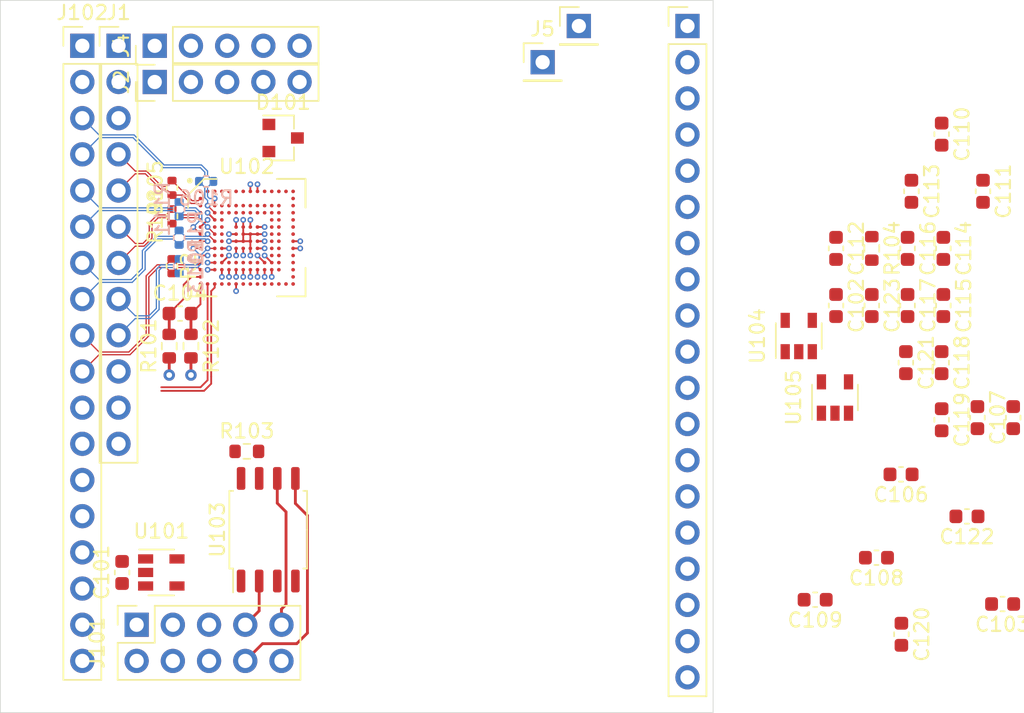
<source format=kicad_pcb>
(kicad_pcb (version 20171130) (host pcbnew 5.1.10)

  (general
    (thickness 1.6)
    (drawings 4)
    (tracks 276)
    (zones 0)
    (modules 48)
    (nets 158)
  )

  (page A4)
  (layers
    (0 F.Cu signal)
    (1 In1.Cu signal)
    (2 In2.Cu signal)
    (31 B.Cu signal)
    (32 B.Adhes user)
    (33 F.Adhes user)
    (34 B.Paste user)
    (35 F.Paste user)
    (36 B.SilkS user hide)
    (37 F.SilkS user hide)
    (38 B.Mask user)
    (39 F.Mask user)
    (40 Dwgs.User user)
    (41 Cmts.User user)
    (42 Eco1.User user)
    (43 Eco2.User user)
    (44 Edge.Cuts user)
    (45 Margin user)
    (46 B.CrtYd user)
    (47 F.CrtYd user)
    (48 B.Fab user hide)
    (49 F.Fab user hide)
  )

  (setup
    (last_trace_width 0.2)
    (user_trace_width 0.088)
    (user_trace_width 0.127)
    (user_trace_width 0.2)
    (user_trace_width 0.5)
    (user_trace_width 1)
    (trace_clearance 0.09)
    (zone_clearance 0.508)
    (zone_45_only no)
    (trace_min 0.088)
    (via_size 0.8)
    (via_drill 0.4)
    (via_min_size 0.4)
    (via_min_drill 0.2)
    (user_via 0.4 0.2)
    (user_via 0.6 0.4)
    (uvia_size 0.3)
    (uvia_drill 0.1)
    (uvias_allowed no)
    (uvia_min_size 0.2)
    (uvia_min_drill 0.1)
    (edge_width 0.05)
    (segment_width 0.2)
    (pcb_text_width 0.3)
    (pcb_text_size 1.5 1.5)
    (mod_edge_width 0.12)
    (mod_text_size 1 1)
    (mod_text_width 0.15)
    (pad_size 0.25 0.25)
    (pad_drill 0)
    (pad_to_mask_clearance 0)
    (aux_axis_origin 0 0)
    (grid_origin 171.45 82.05)
    (visible_elements FFFFFF7F)
    (pcbplotparams
      (layerselection 0x010fc_ffffffff)
      (usegerberextensions false)
      (usegerberattributes true)
      (usegerberadvancedattributes true)
      (creategerberjobfile true)
      (excludeedgelayer true)
      (linewidth 0.100000)
      (plotframeref false)
      (viasonmask false)
      (mode 1)
      (useauxorigin false)
      (hpglpennumber 1)
      (hpglpenspeed 20)
      (hpglpendiameter 15.000000)
      (psnegative false)
      (psa4output false)
      (plotreference true)
      (plotvalue true)
      (plotinvisibletext false)
      (padsonsilk false)
      (subtractmaskfromsilk false)
      (outputformat 1)
      (mirror false)
      (drillshape 1)
      (scaleselection 1)
      (outputdirectory ""))
  )

  (net 0 "")
  (net 1 +5V)
  (net 2 GND)
  (net 3 +3V3)
  (net 4 "Net-(C104-Pad2)")
  (net 5 "Net-(C104-Pad1)")
  (net 6 +1V2)
  (net 7 +2V5)
  (net 8 "Net-(D101-Pad3)")
  (net 9 "Net-(D101-Pad1)")
  (net 10 /SS_B)
  (net 11 /SCK)
  (net 12 /SDO)
  (net 13 /SDI)
  (net 14 /CRESET)
  (net 15 /CDONE)
  (net 16 "Net-(J101-Pad4)")
  (net 17 "Net-(J101-Pad3)")
  (net 18 "Net-(R103-Pad2)")
  (net 19 "Net-(U101-Pad4)")
  (net 20 "Net-(U102-PadP14)")
  (net 21 "Net-(U102-PadN14)")
  (net 22 "Net-(U102-PadM14)")
  (net 23 "Net-(U102-PadL14)")
  (net 24 "Net-(U102-PadK14)")
  (net 25 "Net-(U102-PadG14)")
  (net 26 "Net-(U102-PadF14)")
  (net 27 "Net-(U102-PadE14)")
  (net 28 "Net-(U102-PadD14)")
  (net 29 "Net-(U102-PadC14)")
  (net 30 "Net-(U102-PadB14)")
  (net 31 "Net-(U102-PadA13)")
  (net 32 "Net-(U102-PadM12)")
  (net 33 "Net-(U102-PadL12)")
  (net 34 "Net-(U102-PadK12)")
  (net 35 "Net-(U102-PadJ12)")
  (net 36 "Net-(U102-PadH12)")
  (net 37 "Net-(U102-PadG12)")
  (net 38 "Net-(U102-PadF12)")
  (net 39 "Net-(U102-PadE12)")
  (net 40 "Net-(U102-PadD12)")
  (net 41 "Net-(U102-PadC12)")
  (net 42 "Net-(U102-PadA12)")
  (net 43 "Net-(U102-PadK11)")
  (net 44 "Net-(U102-PadJ11)")
  (net 45 "Net-(U102-PadH11)")
  (net 46 "Net-(U102-PadG11)")
  (net 47 "Net-(U102-PadF11)")
  (net 48 "Net-(U102-PadE11)")
  (net 49 "Net-(U102-PadD11)")
  (net 50 "Net-(U102-PadC11)")
  (net 51 "Net-(U102-PadA11)")
  (net 52 "Net-(U102-PadD10)")
  (net 53 "Net-(U102-PadC10)")
  (net 54 "Net-(U102-PadA10)")
  (net 55 "Net-(U102-PadD9)")
  (net 56 "Net-(U102-PadC9)")
  (net 57 "Net-(U102-PadD8)")
  (net 58 "Net-(U102-PadC8)")
  (net 59 "Net-(U102-PadD7)")
  (net 60 "Net-(U102-PadC7)")
  (net 61 "Net-(U102-PadA7)")
  (net 62 "Net-(U102-PadD6)")
  (net 63 "Net-(U102-PadC6)")
  (net 64 "Net-(U102-PadA6)")
  (net 65 "Net-(U102-PadD5)")
  (net 66 "Net-(U102-PadC5)")
  (net 67 "Net-(U102-PadA5)")
  (net 68 "Net-(U102-PadC4)")
  (net 69 "Net-(U102-PadA4)")
  (net 70 "Net-(U102-PadA3)")
  (net 71 "Net-(U102-PadA2)")
  (net 72 "Net-(U102-PadA1)")
  (net 73 "Net-(U104-Pad4)")
  (net 74 "Net-(U105-Pad4)")
  (net 75 /9-)
  (net 76 /9+)
  (net 77 /7-)
  (net 78 /7+)
  (net 79 /6-)
  (net 80 /6+)
  (net 81 /4-)
  (net 82 /4+)
  (net 83 /2-)
  (net 84 /2+)
  (net 85 /1-)
  (net 86 /1+)
  (net 87 "Net-(J102-Pad14)")
  (net 88 "Net-(J102-Pad13)")
  (net 89 "Net-(J102-Pad12)")
  (net 90 "Net-(J102-Pad11)")
  (net 91 "Net-(J102-Pad2)")
  (net 92 "Net-(J102-Pad1)")
  (net 93 "Net-(U102-PadH4)")
  (net 94 "Net-(U102-PadG4)")
  (net 95 "Net-(U102-PadF4)")
  (net 96 "Net-(U102-PadE4)")
  (net 97 "Net-(U102-PadD4)")
  (net 98 "Net-(U102-PadF3)")
  (net 99 /12+)
  (net 100 /12-)
  (net 101 "Net-(J1-Pad12)")
  (net 102 "Net-(J1-Pad1)")
  (net 103 "Net-(J2-Pad5)")
  (net 104 "Net-(J2-Pad4)")
  (net 105 "Net-(J2-Pad3)")
  (net 106 "Net-(J2-Pad2)")
  (net 107 "Net-(J2-Pad1)")
  (net 108 "Net-(J3-Pad16)")
  (net 109 "Net-(J3-Pad15)")
  (net 110 "Net-(J3-Pad14)")
  (net 111 "Net-(J3-Pad13)")
  (net 112 "Net-(J3-Pad12)")
  (net 113 "Net-(J3-Pad11)")
  (net 114 "Net-(J3-Pad10)")
  (net 115 "Net-(J3-Pad9)")
  (net 116 "Net-(J3-Pad8)")
  (net 117 "Net-(J3-Pad7)")
  (net 118 "Net-(J3-Pad6)")
  (net 119 "Net-(J3-Pad5)")
  (net 120 "Net-(J3-Pad4)")
  (net 121 "Net-(J3-Pad3)")
  (net 122 "Net-(J3-Pad2)")
  (net 123 "Net-(J3-Pad1)")
  (net 124 "Net-(J1-Pad11)")
  (net 125 "Net-(J1-Pad10)")
  (net 126 /43)
  (net 127 /37)
  (net 128 /42)
  (net 129 /36)
  (net 130 /39)
  (net 131 /40)
  (net 132 /35)
  (net 133 /34)
  (net 134 /38)
  (net 135 /33)
  (net 136 /31)
  (net 137 /32)
  (net 138 /29)
  (net 139 /30)
  (net 140 /28)
  (net 141 /25)
  (net 142 /27)
  (net 143 /24)
  (net 144 /26)
  (net 145 /41)
  (net 146 "Net-(J4-Pad5)")
  (net 147 "Net-(J4-Pad4)")
  (net 148 "Net-(J4-Pad3)")
  (net 149 "Net-(J4-Pad2)")
  (net 150 "Net-(J4-Pad1)")
  (net 151 "Net-(U102-PadK4)")
  (net 152 "Net-(U102-PadK3)")
  (net 153 "Net-(J1-Pad3)")
  (net 154 "Net-(J1-Pad2)")
  (net 155 "Net-(J3-Pad19)")
  (net 156 "Net-(J3-Pad18)")
  (net 157 "Net-(J3-Pad17)")

  (net_class Default "This is the default net class."
    (clearance 0.09)
    (trace_width 0.127)
    (via_dia 0.8)
    (via_drill 0.4)
    (uvia_dia 0.3)
    (uvia_drill 0.1)
    (add_net +1V2)
    (add_net +2V5)
    (add_net +3V3)
    (add_net +5V)
    (add_net /24)
    (add_net /25)
    (add_net /26)
    (add_net /27)
    (add_net /28)
    (add_net /29)
    (add_net /30)
    (add_net /31)
    (add_net /32)
    (add_net /33)
    (add_net /34)
    (add_net /35)
    (add_net /36)
    (add_net /37)
    (add_net /38)
    (add_net /39)
    (add_net /40)
    (add_net /41)
    (add_net /42)
    (add_net /43)
    (add_net /CDONE)
    (add_net /CRESET)
    (add_net /SCK)
    (add_net /SDI)
    (add_net /SDO)
    (add_net /SS_B)
    (add_net GND)
    (add_net "Net-(C104-Pad1)")
    (add_net "Net-(C104-Pad2)")
    (add_net "Net-(D101-Pad1)")
    (add_net "Net-(D101-Pad3)")
    (add_net "Net-(J1-Pad1)")
    (add_net "Net-(J1-Pad10)")
    (add_net "Net-(J1-Pad11)")
    (add_net "Net-(J1-Pad12)")
    (add_net "Net-(J1-Pad2)")
    (add_net "Net-(J1-Pad3)")
    (add_net "Net-(J101-Pad3)")
    (add_net "Net-(J101-Pad4)")
    (add_net "Net-(J102-Pad1)")
    (add_net "Net-(J102-Pad11)")
    (add_net "Net-(J102-Pad12)")
    (add_net "Net-(J102-Pad13)")
    (add_net "Net-(J102-Pad14)")
    (add_net "Net-(J102-Pad2)")
    (add_net "Net-(J2-Pad1)")
    (add_net "Net-(J2-Pad2)")
    (add_net "Net-(J2-Pad3)")
    (add_net "Net-(J2-Pad4)")
    (add_net "Net-(J2-Pad5)")
    (add_net "Net-(J3-Pad1)")
    (add_net "Net-(J3-Pad10)")
    (add_net "Net-(J3-Pad11)")
    (add_net "Net-(J3-Pad12)")
    (add_net "Net-(J3-Pad13)")
    (add_net "Net-(J3-Pad14)")
    (add_net "Net-(J3-Pad15)")
    (add_net "Net-(J3-Pad16)")
    (add_net "Net-(J3-Pad17)")
    (add_net "Net-(J3-Pad18)")
    (add_net "Net-(J3-Pad19)")
    (add_net "Net-(J3-Pad2)")
    (add_net "Net-(J3-Pad3)")
    (add_net "Net-(J3-Pad4)")
    (add_net "Net-(J3-Pad5)")
    (add_net "Net-(J3-Pad6)")
    (add_net "Net-(J3-Pad7)")
    (add_net "Net-(J3-Pad8)")
    (add_net "Net-(J3-Pad9)")
    (add_net "Net-(J4-Pad1)")
    (add_net "Net-(J4-Pad2)")
    (add_net "Net-(J4-Pad3)")
    (add_net "Net-(J4-Pad4)")
    (add_net "Net-(J4-Pad5)")
    (add_net "Net-(R103-Pad2)")
    (add_net "Net-(U101-Pad4)")
    (add_net "Net-(U102-PadA1)")
    (add_net "Net-(U102-PadA10)")
    (add_net "Net-(U102-PadA11)")
    (add_net "Net-(U102-PadA12)")
    (add_net "Net-(U102-PadA13)")
    (add_net "Net-(U102-PadA2)")
    (add_net "Net-(U102-PadA3)")
    (add_net "Net-(U102-PadA4)")
    (add_net "Net-(U102-PadA5)")
    (add_net "Net-(U102-PadA6)")
    (add_net "Net-(U102-PadA7)")
    (add_net "Net-(U102-PadB14)")
    (add_net "Net-(U102-PadC10)")
    (add_net "Net-(U102-PadC11)")
    (add_net "Net-(U102-PadC12)")
    (add_net "Net-(U102-PadC14)")
    (add_net "Net-(U102-PadC4)")
    (add_net "Net-(U102-PadC5)")
    (add_net "Net-(U102-PadC6)")
    (add_net "Net-(U102-PadC7)")
    (add_net "Net-(U102-PadC8)")
    (add_net "Net-(U102-PadC9)")
    (add_net "Net-(U102-PadD10)")
    (add_net "Net-(U102-PadD11)")
    (add_net "Net-(U102-PadD12)")
    (add_net "Net-(U102-PadD14)")
    (add_net "Net-(U102-PadD4)")
    (add_net "Net-(U102-PadD5)")
    (add_net "Net-(U102-PadD6)")
    (add_net "Net-(U102-PadD7)")
    (add_net "Net-(U102-PadD8)")
    (add_net "Net-(U102-PadD9)")
    (add_net "Net-(U102-PadE11)")
    (add_net "Net-(U102-PadE12)")
    (add_net "Net-(U102-PadE14)")
    (add_net "Net-(U102-PadE4)")
    (add_net "Net-(U102-PadF11)")
    (add_net "Net-(U102-PadF12)")
    (add_net "Net-(U102-PadF14)")
    (add_net "Net-(U102-PadF3)")
    (add_net "Net-(U102-PadF4)")
    (add_net "Net-(U102-PadG11)")
    (add_net "Net-(U102-PadG12)")
    (add_net "Net-(U102-PadG14)")
    (add_net "Net-(U102-PadG4)")
    (add_net "Net-(U102-PadH11)")
    (add_net "Net-(U102-PadH12)")
    (add_net "Net-(U102-PadH4)")
    (add_net "Net-(U102-PadJ11)")
    (add_net "Net-(U102-PadJ12)")
    (add_net "Net-(U102-PadK11)")
    (add_net "Net-(U102-PadK12)")
    (add_net "Net-(U102-PadK14)")
    (add_net "Net-(U102-PadK3)")
    (add_net "Net-(U102-PadK4)")
    (add_net "Net-(U102-PadL12)")
    (add_net "Net-(U102-PadL14)")
    (add_net "Net-(U102-PadM12)")
    (add_net "Net-(U102-PadM14)")
    (add_net "Net-(U102-PadN14)")
    (add_net "Net-(U102-PadP14)")
    (add_net "Net-(U104-Pad4)")
    (add_net "Net-(U105-Pad4)")
  )

  (net_class Diff100 ""
    (clearance 0.09)
    (trace_width 0.0889)
    (via_dia 0.4)
    (via_drill 0.2)
    (uvia_dia 0.3)
    (uvia_drill 0.1)
    (diff_pair_width 0.0889)
    (diff_pair_gap 0.1016)
    (add_net /1+)
    (add_net /1-)
    (add_net /12+)
    (add_net /12-)
    (add_net /2+)
    (add_net /2-)
    (add_net /4+)
    (add_net /4-)
    (add_net /6+)
    (add_net /6-)
    (add_net /7+)
    (add_net /7-)
    (add_net /9+)
    (add_net /9-)
  )

  (module Connector_PinHeader_2.54mm:PinHeader_1x01_P2.54mm_Vertical (layer F.Cu) (tedit 59FED5CC) (tstamp 616D0F00)
    (at 163.83 82.05)
    (descr "Through hole straight pin header, 1x01, 2.54mm pitch, single row")
    (tags "Through hole pin header THT 1x01 2.54mm single row")
    (path /6207CD29)
    (fp_text reference J7 (at 0 -2.33) (layer F.SilkS)
      (effects (font (size 1 1) (thickness 0.15)))
    )
    (fp_text value Conn_01x01 (at 0 2.33) (layer F.Fab)
      (effects (font (size 1 1) (thickness 0.15)))
    )
    (fp_text user %R (at 0 0 90) (layer F.Fab)
      (effects (font (size 1 1) (thickness 0.15)))
    )
    (fp_line (start -0.635 -1.27) (end 1.27 -1.27) (layer F.Fab) (width 0.1))
    (fp_line (start 1.27 -1.27) (end 1.27 1.27) (layer F.Fab) (width 0.1))
    (fp_line (start 1.27 1.27) (end -1.27 1.27) (layer F.Fab) (width 0.1))
    (fp_line (start -1.27 1.27) (end -1.27 -0.635) (layer F.Fab) (width 0.1))
    (fp_line (start -1.27 -0.635) (end -0.635 -1.27) (layer F.Fab) (width 0.1))
    (fp_line (start -1.33 1.33) (end 1.33 1.33) (layer F.SilkS) (width 0.12))
    (fp_line (start -1.33 1.27) (end -1.33 1.33) (layer F.SilkS) (width 0.12))
    (fp_line (start 1.33 1.27) (end 1.33 1.33) (layer F.SilkS) (width 0.12))
    (fp_line (start -1.33 1.27) (end 1.33 1.27) (layer F.SilkS) (width 0.12))
    (fp_line (start -1.33 0) (end -1.33 -1.33) (layer F.SilkS) (width 0.12))
    (fp_line (start -1.33 -1.33) (end 0 -1.33) (layer F.SilkS) (width 0.12))
    (fp_line (start -1.8 -1.8) (end -1.8 1.8) (layer F.CrtYd) (width 0.05))
    (fp_line (start -1.8 1.8) (end 1.8 1.8) (layer F.CrtYd) (width 0.05))
    (fp_line (start 1.8 1.8) (end 1.8 -1.8) (layer F.CrtYd) (width 0.05))
    (fp_line (start 1.8 -1.8) (end -1.8 -1.8) (layer F.CrtYd) (width 0.05))
    (pad 1 thru_hole rect (at 0 0) (size 1.7 1.7) (drill 1) (layers *.Cu *.Mask)
      (net 1 +5V))
    (model ${KISYS3DMOD}/Connector_PinHeader_2.54mm.3dshapes/PinHeader_1x01_P2.54mm_Vertical.wrl
      (at (xyz 0 0 0))
      (scale (xyz 1 1 1))
      (rotate (xyz 0 0 0))
    )
  )

  (module Connector_PinHeader_2.54mm:PinHeader_1x01_P2.54mm_Vertical (layer F.Cu) (tedit 59FED5CC) (tstamp 616D0ED6)
    (at 161.29 84.59)
    (descr "Through hole straight pin header, 1x01, 2.54mm pitch, single row")
    (tags "Through hole pin header THT 1x01 2.54mm single row")
    (path /6207C72A)
    (fp_text reference J5 (at 0 -2.33) (layer F.SilkS)
      (effects (font (size 1 1) (thickness 0.15)))
    )
    (fp_text value Conn_01x01 (at 0 2.33) (layer F.Fab)
      (effects (font (size 1 1) (thickness 0.15)))
    )
    (fp_text user %R (at 0 0 90) (layer F.Fab)
      (effects (font (size 1 1) (thickness 0.15)))
    )
    (fp_line (start -0.635 -1.27) (end 1.27 -1.27) (layer F.Fab) (width 0.1))
    (fp_line (start 1.27 -1.27) (end 1.27 1.27) (layer F.Fab) (width 0.1))
    (fp_line (start 1.27 1.27) (end -1.27 1.27) (layer F.Fab) (width 0.1))
    (fp_line (start -1.27 1.27) (end -1.27 -0.635) (layer F.Fab) (width 0.1))
    (fp_line (start -1.27 -0.635) (end -0.635 -1.27) (layer F.Fab) (width 0.1))
    (fp_line (start -1.33 1.33) (end 1.33 1.33) (layer F.SilkS) (width 0.12))
    (fp_line (start -1.33 1.27) (end -1.33 1.33) (layer F.SilkS) (width 0.12))
    (fp_line (start 1.33 1.27) (end 1.33 1.33) (layer F.SilkS) (width 0.12))
    (fp_line (start -1.33 1.27) (end 1.33 1.27) (layer F.SilkS) (width 0.12))
    (fp_line (start -1.33 0) (end -1.33 -1.33) (layer F.SilkS) (width 0.12))
    (fp_line (start -1.33 -1.33) (end 0 -1.33) (layer F.SilkS) (width 0.12))
    (fp_line (start -1.8 -1.8) (end -1.8 1.8) (layer F.CrtYd) (width 0.05))
    (fp_line (start -1.8 1.8) (end 1.8 1.8) (layer F.CrtYd) (width 0.05))
    (fp_line (start 1.8 1.8) (end 1.8 -1.8) (layer F.CrtYd) (width 0.05))
    (fp_line (start 1.8 -1.8) (end -1.8 -1.8) (layer F.CrtYd) (width 0.05))
    (pad 1 thru_hole rect (at 0 0) (size 1.7 1.7) (drill 1) (layers *.Cu *.Mask)
      (net 2 GND))
    (model ${KISYS3DMOD}/Connector_PinHeader_2.54mm.3dshapes/PinHeader_1x01_P2.54mm_Vertical.wrl
      (at (xyz 0 0 0))
      (scale (xyz 1 1 1))
      (rotate (xyz 0 0 0))
    )
  )

  (module Connector_PinHeader_2.54mm:PinHeader_1x19_P2.54mm_Vertical (layer F.Cu) (tedit 59FED5CC) (tstamp 616BDC62)
    (at 171.45 82.05)
    (descr "Through hole straight pin header, 1x19, 2.54mm pitch, single row")
    (tags "Through hole pin header THT 1x19 2.54mm single row")
    (path /6194445D)
    (fp_text reference J3 (at 0 -2.33) (layer F.SilkS)
      (effects (font (size 1 1) (thickness 0.15)))
    )
    (fp_text value Conn_01x19 (at 0 48.05) (layer F.Fab)
      (effects (font (size 1 1) (thickness 0.15)))
    )
    (fp_text user %R (at 0 22.86 90) (layer F.Fab)
      (effects (font (size 1 1) (thickness 0.15)))
    )
    (fp_line (start -0.635 -1.27) (end 1.27 -1.27) (layer F.Fab) (width 0.1))
    (fp_line (start 1.27 -1.27) (end 1.27 46.99) (layer F.Fab) (width 0.1))
    (fp_line (start 1.27 46.99) (end -1.27 46.99) (layer F.Fab) (width 0.1))
    (fp_line (start -1.27 46.99) (end -1.27 -0.635) (layer F.Fab) (width 0.1))
    (fp_line (start -1.27 -0.635) (end -0.635 -1.27) (layer F.Fab) (width 0.1))
    (fp_line (start -1.33 47.05) (end 1.33 47.05) (layer F.SilkS) (width 0.12))
    (fp_line (start -1.33 1.27) (end -1.33 47.05) (layer F.SilkS) (width 0.12))
    (fp_line (start 1.33 1.27) (end 1.33 47.05) (layer F.SilkS) (width 0.12))
    (fp_line (start -1.33 1.27) (end 1.33 1.27) (layer F.SilkS) (width 0.12))
    (fp_line (start -1.33 0) (end -1.33 -1.33) (layer F.SilkS) (width 0.12))
    (fp_line (start -1.33 -1.33) (end 0 -1.33) (layer F.SilkS) (width 0.12))
    (fp_line (start -1.8 -1.8) (end -1.8 47.5) (layer F.CrtYd) (width 0.05))
    (fp_line (start -1.8 47.5) (end 1.8 47.5) (layer F.CrtYd) (width 0.05))
    (fp_line (start 1.8 47.5) (end 1.8 -1.8) (layer F.CrtYd) (width 0.05))
    (fp_line (start 1.8 -1.8) (end -1.8 -1.8) (layer F.CrtYd) (width 0.05))
    (pad 19 thru_hole oval (at 0 45.72) (size 1.7 1.7) (drill 1) (layers *.Cu *.Mask)
      (net 155 "Net-(J3-Pad19)"))
    (pad 18 thru_hole oval (at 0 43.18) (size 1.7 1.7) (drill 1) (layers *.Cu *.Mask)
      (net 156 "Net-(J3-Pad18)"))
    (pad 17 thru_hole oval (at 0 40.64) (size 1.7 1.7) (drill 1) (layers *.Cu *.Mask)
      (net 157 "Net-(J3-Pad17)"))
    (pad 16 thru_hole oval (at 0 38.1) (size 1.7 1.7) (drill 1) (layers *.Cu *.Mask)
      (net 108 "Net-(J3-Pad16)"))
    (pad 15 thru_hole oval (at 0 35.56) (size 1.7 1.7) (drill 1) (layers *.Cu *.Mask)
      (net 109 "Net-(J3-Pad15)"))
    (pad 14 thru_hole oval (at 0 33.02) (size 1.7 1.7) (drill 1) (layers *.Cu *.Mask)
      (net 110 "Net-(J3-Pad14)"))
    (pad 13 thru_hole oval (at 0 30.48) (size 1.7 1.7) (drill 1) (layers *.Cu *.Mask)
      (net 111 "Net-(J3-Pad13)"))
    (pad 12 thru_hole oval (at 0 27.94) (size 1.7 1.7) (drill 1) (layers *.Cu *.Mask)
      (net 112 "Net-(J3-Pad12)"))
    (pad 11 thru_hole oval (at 0 25.4) (size 1.7 1.7) (drill 1) (layers *.Cu *.Mask)
      (net 113 "Net-(J3-Pad11)"))
    (pad 10 thru_hole oval (at 0 22.86) (size 1.7 1.7) (drill 1) (layers *.Cu *.Mask)
      (net 114 "Net-(J3-Pad10)"))
    (pad 9 thru_hole oval (at 0 20.32) (size 1.7 1.7) (drill 1) (layers *.Cu *.Mask)
      (net 115 "Net-(J3-Pad9)"))
    (pad 8 thru_hole oval (at 0 17.78) (size 1.7 1.7) (drill 1) (layers *.Cu *.Mask)
      (net 116 "Net-(J3-Pad8)"))
    (pad 7 thru_hole oval (at 0 15.24) (size 1.7 1.7) (drill 1) (layers *.Cu *.Mask)
      (net 117 "Net-(J3-Pad7)"))
    (pad 6 thru_hole oval (at 0 12.7) (size 1.7 1.7) (drill 1) (layers *.Cu *.Mask)
      (net 118 "Net-(J3-Pad6)"))
    (pad 5 thru_hole oval (at 0 10.16) (size 1.7 1.7) (drill 1) (layers *.Cu *.Mask)
      (net 119 "Net-(J3-Pad5)"))
    (pad 4 thru_hole oval (at 0 7.62) (size 1.7 1.7) (drill 1) (layers *.Cu *.Mask)
      (net 120 "Net-(J3-Pad4)"))
    (pad 3 thru_hole oval (at 0 5.08) (size 1.7 1.7) (drill 1) (layers *.Cu *.Mask)
      (net 121 "Net-(J3-Pad3)"))
    (pad 2 thru_hole oval (at 0 2.54) (size 1.7 1.7) (drill 1) (layers *.Cu *.Mask)
      (net 122 "Net-(J3-Pad2)"))
    (pad 1 thru_hole rect (at 0 0) (size 1.7 1.7) (drill 1) (layers *.Cu *.Mask)
      (net 123 "Net-(J3-Pad1)"))
    (model ${KISYS3DMOD}/Connector_PinHeader_2.54mm.3dshapes/PinHeader_1x19_P2.54mm_Vertical.wrl
      (at (xyz 0 0 0))
      (scale (xyz 1 1 1))
      (rotate (xyz 0 0 0))
    )
  )

  (module Resistor_SMD:R_0402_1005Metric (layer B.Cu) (tedit 5F68FEEE) (tstamp 616CCC1C)
    (at 135.79 98.91 90)
    (descr "Resistor SMD 0402 (1005 Metric), square (rectangular) end terminal, IPC_7351 nominal, (Body size source: IPC-SM-782 page 72, https://www.pcb-3d.com/wordpress/wp-content/uploads/ipc-sm-782a_amendment_1_and_2.pdf), generated with kicad-footprint-generator")
    (tags resistor)
    (path /6189CDAE)
    (attr smd)
    (fp_text reference R113 (at 0 1.17 270) (layer B.SilkS)
      (effects (font (size 1 1) (thickness 0.15)) (justify mirror))
    )
    (fp_text value "100R 1%" (at 0 -1.17 270) (layer B.Fab)
      (effects (font (size 1 1) (thickness 0.15)) (justify mirror))
    )
    (fp_text user %R (at 0 0 270) (layer B.Fab)
      (effects (font (size 0.26 0.26) (thickness 0.04)) (justify mirror))
    )
    (fp_line (start -0.525 -0.27) (end -0.525 0.27) (layer B.Fab) (width 0.1))
    (fp_line (start -0.525 0.27) (end 0.525 0.27) (layer B.Fab) (width 0.1))
    (fp_line (start 0.525 0.27) (end 0.525 -0.27) (layer B.Fab) (width 0.1))
    (fp_line (start 0.525 -0.27) (end -0.525 -0.27) (layer B.Fab) (width 0.1))
    (fp_line (start -0.153641 0.38) (end 0.153641 0.38) (layer B.SilkS) (width 0.12))
    (fp_line (start -0.153641 -0.38) (end 0.153641 -0.38) (layer B.SilkS) (width 0.12))
    (fp_line (start -0.93 -0.47) (end -0.93 0.47) (layer B.CrtYd) (width 0.05))
    (fp_line (start -0.93 0.47) (end 0.93 0.47) (layer B.CrtYd) (width 0.05))
    (fp_line (start 0.93 0.47) (end 0.93 -0.47) (layer B.CrtYd) (width 0.05))
    (fp_line (start 0.93 -0.47) (end -0.93 -0.47) (layer B.CrtYd) (width 0.05))
    (pad 2 smd roundrect (at 0.51 0 90) (size 0.54 0.64) (layers B.Cu B.Paste B.Mask) (roundrect_rratio 0.25)
      (net 76 /9+))
    (pad 1 smd roundrect (at -0.51 0 90) (size 0.54 0.64) (layers B.Cu B.Paste B.Mask) (roundrect_rratio 0.25)
      (net 75 /9-))
    (model ${KISYS3DMOD}/Resistor_SMD.3dshapes/R_0402_1005Metric.wrl
      (at (xyz 0 0 0))
      (scale (xyz 1 1 1))
      (rotate (xyz 0 0 0))
    )
  )

  (module Resistor_SMD:R_0402_1005Metric (layer F.Cu) (tedit 5F68FEEE) (tstamp 616ABDAD)
    (at 135.29 95.41 90)
    (descr "Resistor SMD 0402 (1005 Metric), square (rectangular) end terminal, IPC_7351 nominal, (Body size source: IPC-SM-782 page 72, https://www.pcb-3d.com/wordpress/wp-content/uploads/ipc-sm-782a_amendment_1_and_2.pdf), generated with kicad-footprint-generator")
    (tags resistor)
    (path /6185971D)
    (attr smd)
    (fp_text reference R108 (at 0 -1.17 90) (layer F.SilkS)
      (effects (font (size 1 1) (thickness 0.15)))
    )
    (fp_text value "100R 1%" (at 0 1.17 90) (layer F.Fab)
      (effects (font (size 1 1) (thickness 0.15)))
    )
    (fp_line (start -0.525 0.27) (end -0.525 -0.27) (layer F.Fab) (width 0.1))
    (fp_line (start -0.525 -0.27) (end 0.525 -0.27) (layer F.Fab) (width 0.1))
    (fp_line (start 0.525 -0.27) (end 0.525 0.27) (layer F.Fab) (width 0.1))
    (fp_line (start 0.525 0.27) (end -0.525 0.27) (layer F.Fab) (width 0.1))
    (fp_line (start -0.153641 -0.38) (end 0.153641 -0.38) (layer F.SilkS) (width 0.12))
    (fp_line (start -0.153641 0.38) (end 0.153641 0.38) (layer F.SilkS) (width 0.12))
    (fp_line (start -0.93 0.47) (end -0.93 -0.47) (layer F.CrtYd) (width 0.05))
    (fp_line (start -0.93 -0.47) (end 0.93 -0.47) (layer F.CrtYd) (width 0.05))
    (fp_line (start 0.93 -0.47) (end 0.93 0.47) (layer F.CrtYd) (width 0.05))
    (fp_line (start 0.93 0.47) (end -0.93 0.47) (layer F.CrtYd) (width 0.05))
    (fp_text user %R (at 0 0 90) (layer F.Fab)
      (effects (font (size 0.26 0.26) (thickness 0.04)))
    )
    (pad 2 smd roundrect (at 0.51 0 90) (size 0.54 0.64) (layers F.Cu F.Paste F.Mask) (roundrect_rratio 0.25)
      (net 82 /4+))
    (pad 1 smd roundrect (at -0.51 0 90) (size 0.54 0.64) (layers F.Cu F.Paste F.Mask) (roundrect_rratio 0.25)
      (net 81 /4-))
    (model ${KISYS3DMOD}/Resistor_SMD.3dshapes/R_0402_1005Metric.wrl
      (at (xyz 0 0 0))
      (scale (xyz 1 1 1))
      (rotate (xyz 0 0 0))
    )
  )

  (module Resistor_SMD:R_0402_1005Metric (layer B.Cu) (tedit 5F68FEEE) (tstamp 616A3E97)
    (at 135.79 96.91 90)
    (descr "Resistor SMD 0402 (1005 Metric), square (rectangular) end terminal, IPC_7351 nominal, (Body size source: IPC-SM-782 page 72, https://www.pcb-3d.com/wordpress/wp-content/uploads/ipc-sm-782a_amendment_1_and_2.pdf), generated with kicad-footprint-generator")
    (tags resistor)
    (path /618737A1)
    (attr smd)
    (fp_text reference R110 (at 0 1.17 90) (layer B.SilkS)
      (effects (font (size 1 1) (thickness 0.15)) (justify mirror))
    )
    (fp_text value "100R 1%" (at 0 -1.17 90) (layer B.Fab)
      (effects (font (size 1 1) (thickness 0.15)) (justify mirror))
    )
    (fp_line (start -0.525 -0.27) (end -0.525 0.27) (layer B.Fab) (width 0.1))
    (fp_line (start -0.525 0.27) (end 0.525 0.27) (layer B.Fab) (width 0.1))
    (fp_line (start 0.525 0.27) (end 0.525 -0.27) (layer B.Fab) (width 0.1))
    (fp_line (start 0.525 -0.27) (end -0.525 -0.27) (layer B.Fab) (width 0.1))
    (fp_line (start -0.153641 0.38) (end 0.153641 0.38) (layer B.SilkS) (width 0.12))
    (fp_line (start -0.153641 -0.38) (end 0.153641 -0.38) (layer B.SilkS) (width 0.12))
    (fp_line (start -0.93 -0.47) (end -0.93 0.47) (layer B.CrtYd) (width 0.05))
    (fp_line (start -0.93 0.47) (end 0.93 0.47) (layer B.CrtYd) (width 0.05))
    (fp_line (start 0.93 0.47) (end 0.93 -0.47) (layer B.CrtYd) (width 0.05))
    (fp_line (start 0.93 -0.47) (end -0.93 -0.47) (layer B.CrtYd) (width 0.05))
    (fp_text user %R (at 0 0 90) (layer B.Fab)
      (effects (font (size 0.26 0.26) (thickness 0.04)) (justify mirror))
    )
    (pad 2 smd roundrect (at 0.51 0 90) (size 0.54 0.64) (layers B.Cu B.Paste B.Mask) (roundrect_rratio 0.25)
      (net 80 /6+))
    (pad 1 smd roundrect (at -0.51 0 90) (size 0.54 0.64) (layers B.Cu B.Paste B.Mask) (roundrect_rratio 0.25)
      (net 79 /6-))
    (model ${KISYS3DMOD}/Resistor_SMD.3dshapes/R_0402_1005Metric.wrl
      (at (xyz 0 0 0))
      (scale (xyz 1 1 1))
      (rotate (xyz 0 0 0))
    )
  )

  (module Resistor_SMD:R_0402_1005Metric (layer B.Cu) (tedit 5F68FEEE) (tstamp 616A4BD9)
    (at 135.79 94.91 270)
    (descr "Resistor SMD 0402 (1005 Metric), square (rectangular) end terminal, IPC_7351 nominal, (Body size source: IPC-SM-782 page 72, https://www.pcb-3d.com/wordpress/wp-content/uploads/ipc-sm-782a_amendment_1_and_2.pdf), generated with kicad-footprint-generator")
    (tags resistor)
    (path /61880F86)
    (attr smd)
    (fp_text reference R111 (at 0 1.17 90) (layer B.SilkS)
      (effects (font (size 1 1) (thickness 0.15)) (justify mirror))
    )
    (fp_text value "100R 1%" (at 0 -1.17 90) (layer B.Fab)
      (effects (font (size 1 1) (thickness 0.15)) (justify mirror))
    )
    (fp_line (start -0.525 -0.27) (end -0.525 0.27) (layer B.Fab) (width 0.1))
    (fp_line (start -0.525 0.27) (end 0.525 0.27) (layer B.Fab) (width 0.1))
    (fp_line (start 0.525 0.27) (end 0.525 -0.27) (layer B.Fab) (width 0.1))
    (fp_line (start 0.525 -0.27) (end -0.525 -0.27) (layer B.Fab) (width 0.1))
    (fp_line (start -0.153641 0.38) (end 0.153641 0.38) (layer B.SilkS) (width 0.12))
    (fp_line (start -0.153641 -0.38) (end 0.153641 -0.38) (layer B.SilkS) (width 0.12))
    (fp_line (start -0.93 -0.47) (end -0.93 0.47) (layer B.CrtYd) (width 0.05))
    (fp_line (start -0.93 0.47) (end 0.93 0.47) (layer B.CrtYd) (width 0.05))
    (fp_line (start 0.93 0.47) (end 0.93 -0.47) (layer B.CrtYd) (width 0.05))
    (fp_line (start 0.93 -0.47) (end -0.93 -0.47) (layer B.CrtYd) (width 0.05))
    (fp_text user %R (at 0 0 90) (layer B.Fab)
      (effects (font (size 0.26 0.26) (thickness 0.04)) (justify mirror))
    )
    (pad 2 smd roundrect (at 0.51 0 270) (size 0.54 0.64) (layers B.Cu B.Paste B.Mask) (roundrect_rratio 0.25)
      (net 78 /7+))
    (pad 1 smd roundrect (at -0.51 0 270) (size 0.54 0.64) (layers B.Cu B.Paste B.Mask) (roundrect_rratio 0.25)
      (net 77 /7-))
    (model ${KISYS3DMOD}/Resistor_SMD.3dshapes/R_0402_1005Metric.wrl
      (at (xyz 0 0 0))
      (scale (xyz 1 1 1))
      (rotate (xyz 0 0 0))
    )
  )

  (module Resistor_SMD:R_0402_1005Metric (layer F.Cu) (tedit 5F68FEEE) (tstamp 616B1126)
    (at 135.29 93.41 90)
    (descr "Resistor SMD 0402 (1005 Metric), square (rectangular) end terminal, IPC_7351 nominal, (Body size source: IPC-SM-782 page 72, https://www.pcb-3d.com/wordpress/wp-content/uploads/ipc-sm-782a_amendment_1_and_2.pdf), generated with kicad-footprint-generator")
    (tags resistor)
    (path /61819E47)
    (attr smd)
    (fp_text reference R105 (at 0 -1.17 90) (layer F.SilkS)
      (effects (font (size 1 1) (thickness 0.15)))
    )
    (fp_text value "100R 1%" (at 0 1.17 90) (layer F.Fab)
      (effects (font (size 1 1) (thickness 0.15)))
    )
    (fp_line (start -0.525 0.27) (end -0.525 -0.27) (layer F.Fab) (width 0.1))
    (fp_line (start -0.525 -0.27) (end 0.525 -0.27) (layer F.Fab) (width 0.1))
    (fp_line (start 0.525 -0.27) (end 0.525 0.27) (layer F.Fab) (width 0.1))
    (fp_line (start 0.525 0.27) (end -0.525 0.27) (layer F.Fab) (width 0.1))
    (fp_line (start -0.153641 -0.38) (end 0.153641 -0.38) (layer F.SilkS) (width 0.12))
    (fp_line (start -0.153641 0.38) (end 0.153641 0.38) (layer F.SilkS) (width 0.12))
    (fp_line (start -0.93 0.47) (end -0.93 -0.47) (layer F.CrtYd) (width 0.05))
    (fp_line (start -0.93 -0.47) (end 0.93 -0.47) (layer F.CrtYd) (width 0.05))
    (fp_line (start 0.93 -0.47) (end 0.93 0.47) (layer F.CrtYd) (width 0.05))
    (fp_line (start 0.93 0.47) (end -0.93 0.47) (layer F.CrtYd) (width 0.05))
    (fp_text user %R (at 0 0 90) (layer F.Fab)
      (effects (font (size 0.26 0.26) (thickness 0.04)))
    )
    (pad 2 smd roundrect (at 0.51 0 90) (size 0.54 0.64) (layers F.Cu F.Paste F.Mask) (roundrect_rratio 0.25)
      (net 86 /1+))
    (pad 1 smd roundrect (at -0.51 0 90) (size 0.54 0.64) (layers F.Cu F.Paste F.Mask) (roundrect_rratio 0.25)
      (net 85 /1-))
    (model ${KISYS3DMOD}/Resistor_SMD.3dshapes/R_0402_1005Metric.wrl
      (at (xyz 0 0 0))
      (scale (xyz 1 1 1))
      (rotate (xyz 0 0 0))
    )
  )

  (module ice40:Lattice_csBGA-132_Option2 (layer F.Cu) (tedit 616AAE0E) (tstamp 616C8F54)
    (at 140.537 96.91)
    (path /616707D9)
    (attr smd)
    (fp_text reference U102 (at 0 -5) (layer F.SilkS)
      (effects (font (size 1 1) (thickness 0.15)))
    )
    (fp_text value iCE40HX1K-CB132 (at 0 5) (layer F.Fab)
      (effects (font (size 1 1) (thickness 0.15)))
    )
    (fp_line (start -3 -4) (end -4 -3) (layer F.Fab) (width 0.1))
    (fp_line (start -4 -3) (end -4 4) (layer F.Fab) (width 0.1))
    (fp_line (start -4 4) (end 4 4) (layer F.Fab) (width 0.1))
    (fp_line (start 4 4) (end 4 -4) (layer F.Fab) (width 0.1))
    (fp_line (start 4 -4) (end -3 -4) (layer F.Fab) (width 0.1))
    (fp_line (start 2.12 -4.12) (end 4.12 -4.12) (layer F.SilkS) (width 0.12))
    (fp_line (start 4.12 -4.12) (end 4.12 -2.12) (layer F.SilkS) (width 0.12))
    (fp_line (start 2.12 -4.12) (end 4.12 -4.12) (layer F.SilkS) (width 0.12))
    (fp_line (start 4.12 -4.12) (end 4.12 -2.12) (layer F.SilkS) (width 0.12))
    (fp_line (start 2.12 4.12) (end 4.12 4.12) (layer F.SilkS) (width 0.12))
    (fp_line (start 4.12 4.12) (end 4.12 2.12) (layer F.SilkS) (width 0.12))
    (fp_line (start 2.12 -4.12) (end 4.12 -4.12) (layer F.SilkS) (width 0.12))
    (fp_line (start 4.12 -4.12) (end 4.12 -2.12) (layer F.SilkS) (width 0.12))
    (fp_line (start -2.12 4.12) (end -4.12 4.12) (layer F.SilkS) (width 0.12))
    (fp_line (start -4.12 4.12) (end -4.12 2.12) (layer F.SilkS) (width 0.12))
    (fp_line (start -2.12 -4.12) (end -3 -4.12) (layer F.SilkS) (width 0.12))
    (fp_line (start -3 -4.12) (end -4.12 -3) (layer F.SilkS) (width 0.12))
    (fp_line (start -4.12 -3) (end -4.12 -2.12) (layer F.SilkS) (width 0.12))
    (fp_circle (center -4 -4) (end -4 -3.9) (layer F.SilkS) (width 0.2))
    (fp_line (start -4.25 -4.25) (end 4.25 -4.25) (layer F.CrtYd) (width 0.05))
    (fp_line (start 4.25 -4.25) (end 4.25 4.25) (layer F.CrtYd) (width 0.05))
    (fp_line (start 4.25 4.25) (end -4.25 4.25) (layer F.CrtYd) (width 0.05))
    (fp_line (start -4.25 4.25) (end -4.25 -4.25) (layer F.CrtYd) (width 0.05))
    (pad P14 smd circle (at 3.25 3.25) (size 0.254 0.254) (layers F.Cu F.Paste F.Mask)
      (net 20 "Net-(U102-PadP14)"))
    (pad N14 smd circle (at 3.25 2.75) (size 0.254 0.254) (layers F.Cu F.Paste F.Mask)
      (net 21 "Net-(U102-PadN14)"))
    (pad M14 smd circle (at 3.25 2.25) (size 0.254 0.254) (layers F.Cu F.Paste F.Mask)
      (net 22 "Net-(U102-PadM14)"))
    (pad L14 smd circle (at 3.25 1.75) (size 0.254 0.254) (layers F.Cu F.Paste F.Mask)
      (net 23 "Net-(U102-PadL14)"))
    (pad K14 smd circle (at 3.25 1.25) (size 0.254 0.254) (layers F.Cu F.Paste F.Mask)
      (net 24 "Net-(U102-PadK14)"))
    (pad J14 smd circle (at 3.25 0.75) (size 0.254 0.254) (layers F.Cu F.Paste F.Mask)
      (net 2 GND))
    (pad H14 smd circle (at 3.25 0.25) (size 0.254 0.254) (layers F.Cu F.Paste F.Mask)
      (net 3 +3V3))
    (pad G14 smd circle (at 3.25 -0.25) (size 0.254 0.254) (layers F.Cu F.Paste F.Mask)
      (net 25 "Net-(U102-PadG14)"))
    (pad F14 smd circle (at 3.25 -0.75) (size 0.254 0.254) (layers F.Cu F.Paste F.Mask)
      (net 26 "Net-(U102-PadF14)"))
    (pad E14 smd circle (at 3.25 -1.25) (size 0.254 0.254) (layers F.Cu F.Paste F.Mask)
      (net 27 "Net-(U102-PadE14)"))
    (pad D14 smd circle (at 3.25 -1.75) (size 0.254 0.254) (layers F.Cu F.Paste F.Mask)
      (net 28 "Net-(U102-PadD14)"))
    (pad C14 smd circle (at 3.25 -2.25) (size 0.254 0.254) (layers F.Cu F.Paste F.Mask)
      (net 29 "Net-(U102-PadC14)"))
    (pad B14 smd circle (at 3.25 -2.75) (size 0.254 0.254) (layers F.Cu F.Paste F.Mask)
      (net 30 "Net-(U102-PadB14)"))
    (pad A14 smd circle (at 3.25 -3.25) (size 0.254 0.254) (layers F.Cu F.Paste F.Mask)
      (net 8 "Net-(D101-Pad3)"))
    (pad P13 smd circle (at 2.75 3.25) (size 0.254 0.254) (layers F.Cu F.Paste F.Mask)
      (net 10 /SS_B))
    (pad A13 smd circle (at 2.75 -3.25) (size 0.254 0.254) (layers F.Cu F.Paste F.Mask)
      (net 31 "Net-(U102-PadA13)"))
    (pad P12 smd circle (at 2.25 3.25) (size 0.254 0.254) (layers F.Cu F.Paste F.Mask)
      (net 11 /SCK))
    (pad M12 smd circle (at 2.25 2.25) (size 0.254 0.254) (layers F.Cu F.Paste F.Mask)
      (net 32 "Net-(U102-PadM12)"))
    (pad L12 smd circle (at 2.25 1.75) (size 0.254 0.254) (layers F.Cu F.Paste F.Mask)
      (net 33 "Net-(U102-PadL12)"))
    (pad K12 smd circle (at 2.25 1.25) (size 0.254 0.254) (layers F.Cu F.Paste F.Mask)
      (net 34 "Net-(U102-PadK12)"))
    (pad J12 smd circle (at 2.25 0.75) (size 0.254 0.254) (layers F.Cu F.Paste F.Mask)
      (net 35 "Net-(U102-PadJ12)"))
    (pad H12 smd circle (at 2.25 0.25) (size 0.254 0.254) (layers F.Cu F.Paste F.Mask)
      (net 36 "Net-(U102-PadH12)"))
    (pad G12 smd circle (at 2.25 -0.25) (size 0.254 0.254) (layers F.Cu F.Paste F.Mask)
      (net 37 "Net-(U102-PadG12)"))
    (pad F12 smd circle (at 2.25 -0.75) (size 0.254 0.254) (layers F.Cu F.Paste F.Mask)
      (net 38 "Net-(U102-PadF12)"))
    (pad E12 smd circle (at 2.25 -1.25) (size 0.254 0.254) (layers F.Cu F.Paste F.Mask)
      (net 39 "Net-(U102-PadE12)"))
    (pad D12 smd circle (at 2.25 -1.75) (size 0.254 0.254) (layers F.Cu F.Paste F.Mask)
      (net 40 "Net-(U102-PadD12)"))
    (pad C12 smd circle (at 2.25 -2.25) (size 0.254 0.254) (layers F.Cu F.Paste F.Mask)
      (net 41 "Net-(U102-PadC12)"))
    (pad A12 smd circle (at 2.25 -3.25) (size 0.254 0.254) (layers F.Cu F.Paste F.Mask)
      (net 42 "Net-(U102-PadA12)"))
    (pad P11 smd circle (at 1.75 3.25) (size 0.254 0.254) (layers F.Cu F.Paste F.Mask)
      (net 13 /SDI))
    (pad M11 smd circle (at 1.75 2.25) (size 0.254 0.254) (layers F.Cu F.Paste F.Mask)
      (net 12 /SDO))
    (pad L11 smd circle (at 1.75 1.75) (size 0.254 0.254) (layers F.Cu F.Paste F.Mask)
      (net 3 +3V3))
    (pad K11 smd circle (at 1.75 1.25) (size 0.254 0.254) (layers F.Cu F.Paste F.Mask)
      (net 43 "Net-(U102-PadK11)"))
    (pad J11 smd circle (at 1.75 0.75) (size 0.254 0.254) (layers F.Cu F.Paste F.Mask)
      (net 44 "Net-(U102-PadJ11)"))
    (pad H11 smd circle (at 1.75 0.25) (size 0.254 0.254) (layers F.Cu F.Paste F.Mask)
      (net 45 "Net-(U102-PadH11)"))
    (pad G11 smd circle (at 1.75 -0.25) (size 0.254 0.254) (layers F.Cu F.Paste F.Mask)
      (net 46 "Net-(U102-PadG11)"))
    (pad F11 smd circle (at 1.75 -0.75) (size 0.254 0.254) (layers F.Cu F.Paste F.Mask)
      (net 47 "Net-(U102-PadF11)"))
    (pad E11 smd circle (at 1.75 -1.25) (size 0.254 0.254) (layers F.Cu F.Paste F.Mask)
      (net 48 "Net-(U102-PadE11)"))
    (pad D11 smd circle (at 1.75 -1.75) (size 0.254 0.254) (layers F.Cu F.Paste F.Mask)
      (net 49 "Net-(U102-PadD11)"))
    (pad C11 smd circle (at 1.75 -2.25) (size 0.254 0.254) (layers F.Cu F.Paste F.Mask)
      (net 50 "Net-(U102-PadC11)"))
    (pad A11 smd circle (at 1.75 -3.25) (size 0.254 0.254) (layers F.Cu F.Paste F.Mask)
      (net 51 "Net-(U102-PadA11)"))
    (pad P10 smd circle (at 1.25 3.25) (size 0.254 0.254) (layers F.Cu F.Paste F.Mask)
      (net 126 /43))
    (pad M10 smd circle (at 1.25 2.25) (size 0.254 0.254) (layers F.Cu F.Paste F.Mask)
      (net 15 /CDONE))
    (pad L10 smd circle (at 1.25 1.75) (size 0.254 0.254) (layers F.Cu F.Paste F.Mask)
      (net 14 /CRESET))
    (pad D10 smd circle (at 1.25 -1.75) (size 0.254 0.254) (layers F.Cu F.Paste F.Mask)
      (net 52 "Net-(U102-PadD10)"))
    (pad C10 smd circle (at 1.25 -2.25) (size 0.254 0.254) (layers F.Cu F.Paste F.Mask)
      (net 53 "Net-(U102-PadC10)"))
    (pad A10 smd circle (at 1.25 -3.25) (size 0.254 0.254) (layers F.Cu F.Paste F.Mask)
      (net 54 "Net-(U102-PadA10)"))
    (pad P9 smd circle (at 0.75 3.25) (size 0.254 0.254) (layers F.Cu F.Paste F.Mask)
      (net 127 /37))
    (pad M9 smd circle (at 0.75 2.25) (size 0.254 0.254) (layers F.Cu F.Paste F.Mask)
      (net 145 /41))
    (pad L9 smd circle (at 0.75 1.75) (size 0.254 0.254) (layers F.Cu F.Paste F.Mask)
      (net 128 /42))
    (pad J9 smd circle (at 0.75 0.75) (size 0.254 0.254) (layers F.Cu F.Paste F.Mask)
      (net 3 +3V3))
    (pad H9 smd circle (at 0.75 0.25) (size 0.254 0.254) (layers F.Cu F.Paste F.Mask)
      (net 6 +1V2))
    (pad G9 smd circle (at 0.75 -0.25) (size 0.254 0.254) (layers F.Cu F.Paste F.Mask)
      (net 2 GND))
    (pad F9 smd circle (at 0.75 -0.75) (size 0.254 0.254) (layers F.Cu F.Paste F.Mask)
      (net 3 +3V3))
    (pad D9 smd circle (at 0.75 -1.75) (size 0.254 0.254) (layers F.Cu F.Paste F.Mask)
      (net 55 "Net-(U102-PadD9)"))
    (pad C9 smd circle (at 0.75 -2.25) (size 0.254 0.254) (layers F.Cu F.Paste F.Mask)
      (net 56 "Net-(U102-PadC9)"))
    (pad A9 smd circle (at 0.75 -3.25) (size 0.254 0.254) (layers F.Cu F.Paste F.Mask)
      (net 2 GND))
    (pad P8 smd circle (at 0.25 3.25) (size 0.254 0.254) (layers F.Cu F.Paste F.Mask)
      (net 129 /36))
    (pad M8 smd circle (at 0.25 2.25) (size 0.254 0.254) (layers F.Cu F.Paste F.Mask)
      (net 130 /39))
    (pad L8 smd circle (at 0.25 1.75) (size 0.254 0.254) (layers F.Cu F.Paste F.Mask)
      (net 131 /40))
    (pad J8 smd circle (at 0.25 0.75) (size 0.254 0.254) (layers F.Cu F.Paste F.Mask)
      (net 2 GND))
    (pad H8 smd circle (at 0.25 0.25) (size 0.254 0.254) (layers F.Cu F.Paste F.Mask)
      (net 2 GND))
    (pad G8 smd circle (at 0.25 -0.25) (size 0.254 0.254) (layers F.Cu F.Paste F.Mask)
      (net 2 GND))
    (pad F8 smd circle (at 0.25 -0.75) (size 0.254 0.254) (layers F.Cu F.Paste F.Mask)
      (net 6 +1V2))
    (pad D8 smd circle (at 0.25 -1.75) (size 0.254 0.254) (layers F.Cu F.Paste F.Mask)
      (net 57 "Net-(U102-PadD8)"))
    (pad C8 smd circle (at 0.25 -2.25) (size 0.254 0.254) (layers F.Cu F.Paste F.Mask)
      (net 58 "Net-(U102-PadC8)"))
    (pad A8 smd circle (at 0.25 -3.25) (size 0.254 0.254) (layers F.Cu F.Paste F.Mask)
      (net 3 +3V3))
    (pad P7 smd circle (at -0.25 3.25) (size 0.254 0.254) (layers F.Cu F.Paste F.Mask)
      (net 132 /35))
    (pad M7 smd circle (at -0.25 2.25) (size 0.254 0.254) (layers F.Cu F.Paste F.Mask)
      (net 133 /34))
    (pad L7 smd circle (at -0.25 1.75) (size 0.254 0.254) (layers F.Cu F.Paste F.Mask)
      (net 134 /38))
    (pad J7 smd circle (at -0.25 0.75) (size 0.254 0.254) (layers F.Cu F.Paste F.Mask)
      (net 6 +1V2))
    (pad H7 smd circle (at -0.25 0.25) (size 0.254 0.254) (layers F.Cu F.Paste F.Mask)
      (net 2 GND))
    (pad G7 smd circle (at -0.25 -0.25) (size 0.254 0.254) (layers F.Cu F.Paste F.Mask)
      (net 2 GND))
    (pad F7 smd circle (at -0.25 -0.75) (size 0.254 0.254) (layers F.Cu F.Paste F.Mask)
      (net 2 GND))
    (pad D7 smd circle (at -0.25 -1.75) (size 0.254 0.254) (layers F.Cu F.Paste F.Mask)
      (net 59 "Net-(U102-PadD7)"))
    (pad C7 smd circle (at -0.25 -2.25) (size 0.254 0.254) (layers F.Cu F.Paste F.Mask)
      (net 60 "Net-(U102-PadC7)"))
    (pad A7 smd circle (at -0.25 -3.25) (size 0.254 0.254) (layers F.Cu F.Paste F.Mask)
      (net 61 "Net-(U102-PadA7)"))
    (pad P6 smd circle (at -0.75 3.25) (size 0.254 0.254) (layers F.Cu F.Paste F.Mask)
      (net 2 GND))
    (pad M6 smd circle (at -0.75 2.25) (size 0.254 0.254) (layers F.Cu F.Paste F.Mask)
      (net 135 /33))
    (pad L6 smd circle (at -0.75 1.75) (size 0.254 0.254) (layers F.Cu F.Paste F.Mask)
      (net 136 /31))
    (pad J6 smd circle (at -0.75 0.75) (size 0.254 0.254) (layers F.Cu F.Paste F.Mask)
      (net 7 +2V5))
    (pad H6 smd circle (at -0.75 0.25) (size 0.254 0.254) (layers F.Cu F.Paste F.Mask)
      (net 2 GND))
    (pad G6 smd circle (at -0.75 -0.25) (size 0.254 0.254) (layers F.Cu F.Paste F.Mask)
      (net 6 +1V2))
    (pad F6 smd circle (at -0.75 -0.75) (size 0.254 0.254) (layers F.Cu F.Paste F.Mask)
      (net 3 +3V3))
    (pad D6 smd circle (at -0.75 -1.75) (size 0.254 0.254) (layers F.Cu F.Paste F.Mask)
      (net 62 "Net-(U102-PadD6)"))
    (pad C6 smd circle (at -0.75 -2.25) (size 0.254 0.254) (layers F.Cu F.Paste F.Mask)
      (net 63 "Net-(U102-PadC6)"))
    (pad A6 smd circle (at -0.75 -3.25) (size 0.254 0.254) (layers F.Cu F.Paste F.Mask)
      (net 64 "Net-(U102-PadA6)"))
    (pad P5 smd circle (at -1.25 3.25) (size 0.254 0.254) (layers F.Cu F.Paste F.Mask)
      (net 137 /32))
    (pad M5 smd circle (at -1.25 2.25) (size 0.254 0.254) (layers F.Cu F.Paste F.Mask)
      (net 3 +3V3))
    (pad L5 smd circle (at -1.25 1.75) (size 0.254 0.254) (layers F.Cu F.Paste F.Mask)
      (net 138 /29))
    (pad D5 smd circle (at -1.25 -1.75) (size 0.254 0.254) (layers F.Cu F.Paste F.Mask)
      (net 65 "Net-(U102-PadD5)"))
    (pad C5 smd circle (at -1.25 -2.25) (size 0.254 0.254) (layers F.Cu F.Paste F.Mask)
      (net 66 "Net-(U102-PadC5)"))
    (pad A5 smd circle (at -1.25 -3.25) (size 0.254 0.254) (layers F.Cu F.Paste F.Mask)
      (net 67 "Net-(U102-PadA5)"))
    (pad P4 smd circle (at -1.75 3.25) (size 0.254 0.254) (layers F.Cu F.Paste F.Mask)
      (net 139 /30))
    (pad M4 smd circle (at -1.75 2.25) (size 0.254 0.254) (layers F.Cu F.Paste F.Mask)
      (net 140 /28))
    (pad L4 smd circle (at -1.75 1.75) (size 0.254 0.254) (layers F.Cu F.Paste F.Mask)
      (net 141 /25))
    (pad K4 smd circle (at -1.75 1.25) (size 0.254 0.254) (layers F.Cu F.Paste F.Mask)
      (net 151 "Net-(U102-PadK4)"))
    (pad J4 smd circle (at -1.75 0.75) (size 0.254 0.254) (layers F.Cu F.Paste F.Mask)
      (net 6 +1V2))
    (pad H4 smd circle (at -1.75 0.25) (size 0.254 0.254) (layers F.Cu F.Paste F.Mask)
      (net 93 "Net-(U102-PadH4)"))
    (pad G4 smd circle (at -1.75 -0.25) (size 0.254 0.254) (layers F.Cu F.Paste F.Mask)
      (net 94 "Net-(U102-PadG4)"))
    (pad F4 smd circle (at -1.75 -0.75) (size 0.254 0.254) (layers F.Cu F.Paste F.Mask)
      (net 95 "Net-(U102-PadF4)"))
    (pad E4 smd circle (at -1.75 -1.25) (size 0.254 0.254) (layers F.Cu F.Paste F.Mask)
      (net 96 "Net-(U102-PadE4)"))
    (pad D4 smd circle (at -1.75 -1.75) (size 0.254 0.254) (layers F.Cu F.Paste F.Mask)
      (net 97 "Net-(U102-PadD4)"))
    (pad C4 smd circle (at -1.75 -2.25) (size 0.25 0.25) (layers F.Cu F.Paste F.Mask)
      (net 68 "Net-(U102-PadC4)"))
    (pad A4 smd circle (at -1.75 -3.25) (size 0.254 0.254) (layers F.Cu F.Paste F.Mask)
      (net 69 "Net-(U102-PadA4)"))
    (pad P3 smd circle (at -2.25 3.25) (size 0.254 0.254) (layers F.Cu F.Paste F.Mask)
      (net 142 /27))
    (pad M3 smd circle (at -2.25 2.25) (size 0.254 0.254) (layers F.Cu F.Paste F.Mask)
      (net 143 /24))
    (pad L3 smd circle (at -2.25 1.75) (size 0.254 0.254) (layers F.Cu F.Paste F.Mask)
      (net 2 GND))
    (pad K3 smd circle (at -2.25 1.25) (size 0.254 0.254) (layers F.Cu F.Paste F.Mask)
      (net 152 "Net-(U102-PadK3)"))
    (pad J3 smd circle (at -2.25 0.75) (size 0.254 0.254) (layers F.Cu F.Paste F.Mask)
      (net 75 /9-))
    (pad H3 smd circle (at -2.25 0.25) (size 0.254 0.254) (layers F.Cu F.Paste F.Mask)
      (net 80 /6+))
    (pad G3 smd circle (at -2.25 -0.25) (size 0.254 0.254) (layers F.Cu F.Paste F.Mask)
      (net 77 /7-))
    (pad F3 smd circle (at -2.25 -0.75) (size 0.254 0.254) (layers F.Cu F.Paste F.Mask)
      (net 98 "Net-(U102-PadF3)"))
    (pad E3 smd circle (at -2.25 -1.25) (size 0.254 0.254) (layers F.Cu F.Paste F.Mask)
      (net 7 +2V5))
    (pad D3 smd circle (at -2.25 -1.75) (size 0.254 0.254) (layers F.Cu F.Paste F.Mask)
      (net 83 /2-))
    (pad C3 smd circle (at -2.25 -2.25) (size 0.25 0.25) (layers F.Cu F.Paste F.Mask)
      (net 84 /2+))
    (pad A3 smd circle (at -2.25 -3.25) (size 0.254 0.254) (layers F.Cu F.Paste F.Mask)
      (net 70 "Net-(U102-PadA3)"))
    (pad P2 smd circle (at -2.75 3.25) (size 0.254 0.254) (layers F.Cu F.Paste F.Mask)
      (net 144 /26))
    (pad A2 smd circle (at -2.75 -3.25) (size 0.254 0.254) (layers F.Cu F.Paste F.Mask)
      (net 71 "Net-(U102-PadA2)"))
    (pad P1 smd circle (at -3.25 3.25) (size 0.254 0.254) (layers F.Cu F.Paste F.Mask)
      (net 4 "Net-(C104-Pad2)"))
    (pad N1 smd circle (at -3.25 2.75) (size 0.254 0.254) (layers F.Cu F.Paste F.Mask)
      (net 5 "Net-(C104-Pad1)"))
    (pad M1 smd circle (at -3.25 2.25) (size 0.254 0.254) (layers F.Cu F.Paste F.Mask)
      (net 99 /12+))
    (pad L1 smd circle (at -3.25 1.75) (size 0.254 0.254) (layers F.Cu F.Paste F.Mask)
      (net 100 /12-))
    (pad K1 smd circle (at -3.25 1.25) (size 0.254 0.254) (layers F.Cu F.Paste F.Mask)
      (net 7 +2V5))
    (pad J1 smd circle (at -3.25 0.75) (size 0.254 0.254) (layers F.Cu F.Paste F.Mask)
      (net 76 /9+))
    (pad H1 smd circle (at -3.25 0.25) (size 0.254 0.254) (layers F.Cu F.Paste F.Mask)
      (net 79 /6-))
    (pad G1 smd circle (at -3.25 -0.25) (size 0.254 0.254) (layers F.Cu F.Paste F.Mask)
      (net 78 /7+))
    (pad F1 smd circle (at -3.25 -0.75) (size 0.254 0.254) (layers F.Cu F.Paste F.Mask)
      (net 2 GND))
    (pad E1 smd circle (at -3.25 -1.25) (size 0.254 0.254) (layers F.Cu F.Paste F.Mask)
      (net 81 /4-))
    (pad D1 smd circle (at -3.25 -1.75) (size 0.254 0.254) (layers F.Cu F.Paste F.Mask)
      (net 82 /4+))
    (pad C1 smd circle (at -3.25 -2.25) (size 0.254 0.254) (layers F.Cu F.Paste F.Mask)
      (net 85 /1-))
    (pad B1 smd circle (at -3.25 -2.75) (size 0.254 0.254) (layers F.Cu F.Paste F.Mask)
      (net 86 /1+))
    (pad A1 smd circle (at -3.25 -3.25) (size 0.254 0.254) (layers F.Cu F.Paste F.Mask)
      (net 72 "Net-(U102-PadA1)"))
  )

  (module Connector_PinHeader_2.54mm:PinHeader_1x05_P2.54mm_Vertical (layer F.Cu) (tedit 59FED5CC) (tstamp 616C5155)
    (at 134.08 83.44 90)
    (descr "Through hole straight pin header, 1x05, 2.54mm pitch, single row")
    (tags "Through hole pin header THT 1x05 2.54mm single row")
    (path /61E79025)
    (fp_text reference J4 (at 0 -2.33 90) (layer F.SilkS)
      (effects (font (size 1 1) (thickness 0.15)))
    )
    (fp_text value Conn_01x05 (at 0 12.49 90) (layer F.Fab)
      (effects (font (size 1 1) (thickness 0.15)))
    )
    (fp_text user %R (at 0 5.08) (layer F.Fab)
      (effects (font (size 1 1) (thickness 0.15)))
    )
    (fp_line (start -0.635 -1.27) (end 1.27 -1.27) (layer F.Fab) (width 0.1))
    (fp_line (start 1.27 -1.27) (end 1.27 11.43) (layer F.Fab) (width 0.1))
    (fp_line (start 1.27 11.43) (end -1.27 11.43) (layer F.Fab) (width 0.1))
    (fp_line (start -1.27 11.43) (end -1.27 -0.635) (layer F.Fab) (width 0.1))
    (fp_line (start -1.27 -0.635) (end -0.635 -1.27) (layer F.Fab) (width 0.1))
    (fp_line (start -1.33 11.49) (end 1.33 11.49) (layer F.SilkS) (width 0.12))
    (fp_line (start -1.33 1.27) (end -1.33 11.49) (layer F.SilkS) (width 0.12))
    (fp_line (start 1.33 1.27) (end 1.33 11.49) (layer F.SilkS) (width 0.12))
    (fp_line (start -1.33 1.27) (end 1.33 1.27) (layer F.SilkS) (width 0.12))
    (fp_line (start -1.33 0) (end -1.33 -1.33) (layer F.SilkS) (width 0.12))
    (fp_line (start -1.33 -1.33) (end 0 -1.33) (layer F.SilkS) (width 0.12))
    (fp_line (start -1.8 -1.8) (end -1.8 11.95) (layer F.CrtYd) (width 0.05))
    (fp_line (start -1.8 11.95) (end 1.8 11.95) (layer F.CrtYd) (width 0.05))
    (fp_line (start 1.8 11.95) (end 1.8 -1.8) (layer F.CrtYd) (width 0.05))
    (fp_line (start 1.8 -1.8) (end -1.8 -1.8) (layer F.CrtYd) (width 0.05))
    (pad 5 thru_hole oval (at 0 10.16 90) (size 1.7 1.7) (drill 1) (layers *.Cu *.Mask)
      (net 146 "Net-(J4-Pad5)"))
    (pad 4 thru_hole oval (at 0 7.62 90) (size 1.7 1.7) (drill 1) (layers *.Cu *.Mask)
      (net 147 "Net-(J4-Pad4)"))
    (pad 3 thru_hole oval (at 0 5.08 90) (size 1.7 1.7) (drill 1) (layers *.Cu *.Mask)
      (net 148 "Net-(J4-Pad3)"))
    (pad 2 thru_hole oval (at 0 2.54 90) (size 1.7 1.7) (drill 1) (layers *.Cu *.Mask)
      (net 149 "Net-(J4-Pad2)"))
    (pad 1 thru_hole rect (at 0 0 90) (size 1.7 1.7) (drill 1) (layers *.Cu *.Mask)
      (net 150 "Net-(J4-Pad1)"))
    (model ${KISYS3DMOD}/Connector_PinHeader_2.54mm.3dshapes/PinHeader_1x05_P2.54mm_Vertical.wrl
      (at (xyz 0 0 0))
      (scale (xyz 1 1 1))
      (rotate (xyz 0 0 0))
    )
  )

  (module Connector_PinHeader_2.54mm:PinHeader_1x05_P2.54mm_Vertical (layer F.Cu) (tedit 59FED5CC) (tstamp 616BE20A)
    (at 134.08 85.98 90)
    (descr "Through hole straight pin header, 1x05, 2.54mm pitch, single row")
    (tags "Through hole pin header THT 1x05 2.54mm single row")
    (path /61944492)
    (fp_text reference J2 (at 0 -2.33 90) (layer F.SilkS)
      (effects (font (size 1 1) (thickness 0.15)))
    )
    (fp_text value Conn_01x05 (at 0 12.49 90) (layer F.Fab)
      (effects (font (size 1 1) (thickness 0.15)))
    )
    (fp_text user %R (at 0 5.08) (layer F.Fab)
      (effects (font (size 1 1) (thickness 0.15)))
    )
    (fp_line (start -0.635 -1.27) (end 1.27 -1.27) (layer F.Fab) (width 0.1))
    (fp_line (start 1.27 -1.27) (end 1.27 11.43) (layer F.Fab) (width 0.1))
    (fp_line (start 1.27 11.43) (end -1.27 11.43) (layer F.Fab) (width 0.1))
    (fp_line (start -1.27 11.43) (end -1.27 -0.635) (layer F.Fab) (width 0.1))
    (fp_line (start -1.27 -0.635) (end -0.635 -1.27) (layer F.Fab) (width 0.1))
    (fp_line (start -1.33 11.49) (end 1.33 11.49) (layer F.SilkS) (width 0.12))
    (fp_line (start -1.33 1.27) (end -1.33 11.49) (layer F.SilkS) (width 0.12))
    (fp_line (start 1.33 1.27) (end 1.33 11.49) (layer F.SilkS) (width 0.12))
    (fp_line (start -1.33 1.27) (end 1.33 1.27) (layer F.SilkS) (width 0.12))
    (fp_line (start -1.33 0) (end -1.33 -1.33) (layer F.SilkS) (width 0.12))
    (fp_line (start -1.33 -1.33) (end 0 -1.33) (layer F.SilkS) (width 0.12))
    (fp_line (start -1.8 -1.8) (end -1.8 11.95) (layer F.CrtYd) (width 0.05))
    (fp_line (start -1.8 11.95) (end 1.8 11.95) (layer F.CrtYd) (width 0.05))
    (fp_line (start 1.8 11.95) (end 1.8 -1.8) (layer F.CrtYd) (width 0.05))
    (fp_line (start 1.8 -1.8) (end -1.8 -1.8) (layer F.CrtYd) (width 0.05))
    (pad 5 thru_hole oval (at 0 10.16 90) (size 1.7 1.7) (drill 1) (layers *.Cu *.Mask)
      (net 103 "Net-(J2-Pad5)"))
    (pad 4 thru_hole oval (at 0 7.62 90) (size 1.7 1.7) (drill 1) (layers *.Cu *.Mask)
      (net 104 "Net-(J2-Pad4)"))
    (pad 3 thru_hole oval (at 0 5.08 90) (size 1.7 1.7) (drill 1) (layers *.Cu *.Mask)
      (net 105 "Net-(J2-Pad3)"))
    (pad 2 thru_hole oval (at 0 2.54 90) (size 1.7 1.7) (drill 1) (layers *.Cu *.Mask)
      (net 106 "Net-(J2-Pad2)"))
    (pad 1 thru_hole rect (at 0 0 90) (size 1.7 1.7) (drill 1) (layers *.Cu *.Mask)
      (net 107 "Net-(J2-Pad1)"))
    (model ${KISYS3DMOD}/Connector_PinHeader_2.54mm.3dshapes/PinHeader_1x05_P2.54mm_Vertical.wrl
      (at (xyz 0 0 0))
      (scale (xyz 1 1 1))
      (rotate (xyz 0 0 0))
    )
  )

  (module Package_TO_SOT_SMD:SOT-23 (layer F.Cu) (tedit 5A02FF57) (tstamp 616A3DA7)
    (at 143.087 89.91)
    (descr "SOT-23, Standard")
    (tags SOT-23)
    (path /616AB4F8)
    (attr smd)
    (fp_text reference D101 (at 0 -2.5) (layer F.SilkS)
      (effects (font (size 1 1) (thickness 0.15)))
    )
    (fp_text value BAT54C (at 0 2.5) (layer F.Fab)
      (effects (font (size 1 1) (thickness 0.15)))
    )
    (fp_line (start -0.7 -0.95) (end -0.7 1.5) (layer F.Fab) (width 0.1))
    (fp_line (start -0.15 -1.52) (end 0.7 -1.52) (layer F.Fab) (width 0.1))
    (fp_line (start -0.7 -0.95) (end -0.15 -1.52) (layer F.Fab) (width 0.1))
    (fp_line (start 0.7 -1.52) (end 0.7 1.52) (layer F.Fab) (width 0.1))
    (fp_line (start -0.7 1.52) (end 0.7 1.52) (layer F.Fab) (width 0.1))
    (fp_line (start 0.76 1.58) (end 0.76 0.65) (layer F.SilkS) (width 0.12))
    (fp_line (start 0.76 -1.58) (end 0.76 -0.65) (layer F.SilkS) (width 0.12))
    (fp_line (start -1.7 -1.75) (end 1.7 -1.75) (layer F.CrtYd) (width 0.05))
    (fp_line (start 1.7 -1.75) (end 1.7 1.75) (layer F.CrtYd) (width 0.05))
    (fp_line (start 1.7 1.75) (end -1.7 1.75) (layer F.CrtYd) (width 0.05))
    (fp_line (start -1.7 1.75) (end -1.7 -1.75) (layer F.CrtYd) (width 0.05))
    (fp_line (start 0.76 -1.58) (end -1.4 -1.58) (layer F.SilkS) (width 0.12))
    (fp_line (start 0.76 1.58) (end -0.7 1.58) (layer F.SilkS) (width 0.12))
    (fp_text user %R (at 0 0 90) (layer F.Fab)
      (effects (font (size 0.5 0.5) (thickness 0.075)))
    )
    (pad 3 smd rect (at 1 0) (size 0.9 0.8) (layers F.Cu F.Paste F.Mask)
      (net 8 "Net-(D101-Pad3)"))
    (pad 2 smd rect (at -1 0.95) (size 0.9 0.8) (layers F.Cu F.Paste F.Mask)
      (net 3 +3V3))
    (pad 1 smd rect (at -1 -0.95) (size 0.9 0.8) (layers F.Cu F.Paste F.Mask)
      (net 9 "Net-(D101-Pad1)"))
    (model ${KISYS3DMOD}/Package_TO_SOT_SMD.3dshapes/SOT-23.wrl
      (at (xyz 0 0 0))
      (scale (xyz 1 1 1))
      (rotate (xyz 0 0 0))
    )
  )

  (module Resistor_SMD:R_0402_1005Metric (layer B.Cu) (tedit 5F68FEEE) (tstamp 616A3E53)
    (at 137.687 92.96)
    (descr "Resistor SMD 0402 (1005 Metric), square (rectangular) end terminal, IPC_7351 nominal, (Body size source: IPC-SM-782 page 72, https://www.pcb-3d.com/wordpress/wp-content/uploads/ipc-sm-782a_amendment_1_and_2.pdf), generated with kicad-footprint-generator")
    (tags resistor)
    (path /61840752)
    (attr smd)
    (fp_text reference R106 (at 0 1.17) (layer B.SilkS)
      (effects (font (size 1 1) (thickness 0.15)) (justify mirror))
    )
    (fp_text value "100R 1%" (at 0 -1.17) (layer B.Fab)
      (effects (font (size 1 1) (thickness 0.15)) (justify mirror))
    )
    (fp_line (start -0.525 -0.27) (end -0.525 0.27) (layer B.Fab) (width 0.1))
    (fp_line (start -0.525 0.27) (end 0.525 0.27) (layer B.Fab) (width 0.1))
    (fp_line (start 0.525 0.27) (end 0.525 -0.27) (layer B.Fab) (width 0.1))
    (fp_line (start 0.525 -0.27) (end -0.525 -0.27) (layer B.Fab) (width 0.1))
    (fp_line (start -0.153641 0.38) (end 0.153641 0.38) (layer B.SilkS) (width 0.12))
    (fp_line (start -0.153641 -0.38) (end 0.153641 -0.38) (layer B.SilkS) (width 0.12))
    (fp_line (start -0.93 -0.47) (end -0.93 0.47) (layer B.CrtYd) (width 0.05))
    (fp_line (start -0.93 0.47) (end 0.93 0.47) (layer B.CrtYd) (width 0.05))
    (fp_line (start 0.93 0.47) (end 0.93 -0.47) (layer B.CrtYd) (width 0.05))
    (fp_line (start 0.93 -0.47) (end -0.93 -0.47) (layer B.CrtYd) (width 0.05))
    (fp_text user %R (at 0 0) (layer B.Fab)
      (effects (font (size 0.26 0.26) (thickness 0.04)) (justify mirror))
    )
    (pad 2 smd roundrect (at 0.51 0) (size 0.54 0.64) (layers B.Cu B.Paste B.Mask) (roundrect_rratio 0.25)
      (net 84 /2+))
    (pad 1 smd roundrect (at -0.51 0) (size 0.54 0.64) (layers B.Cu B.Paste B.Mask) (roundrect_rratio 0.25)
      (net 83 /2-))
    (model ${KISYS3DMOD}/Resistor_SMD.3dshapes/R_0402_1005Metric.wrl
      (at (xyz 0 0 0))
      (scale (xyz 1 1 1))
      (rotate (xyz 0 0 0))
    )
  )

  (module Resistor_SMD:R_0402_1005Metric (layer F.Cu) (tedit 5F68FEEE) (tstamp 616AE24E)
    (at 135.29 98.91 270)
    (descr "Resistor SMD 0402 (1005 Metric), square (rectangular) end terminal, IPC_7351 nominal, (Body size source: IPC-SM-782 page 72, https://www.pcb-3d.com/wordpress/wp-content/uploads/ipc-sm-782a_amendment_1_and_2.pdf), generated with kicad-footprint-generator")
    (tags resistor)
    (path /61809216)
    (attr smd)
    (fp_text reference R2 (at 0 -1.17 90) (layer F.SilkS)
      (effects (font (size 1 1) (thickness 0.15)))
    )
    (fp_text value "100R 1%" (at 0 1.17 90) (layer F.Fab)
      (effects (font (size 1 1) (thickness 0.15)))
    )
    (fp_text user %R (at 0 0 90) (layer F.Fab)
      (effects (font (size 0.26 0.26) (thickness 0.04)))
    )
    (fp_line (start -0.525 0.27) (end -0.525 -0.27) (layer F.Fab) (width 0.1))
    (fp_line (start -0.525 -0.27) (end 0.525 -0.27) (layer F.Fab) (width 0.1))
    (fp_line (start 0.525 -0.27) (end 0.525 0.27) (layer F.Fab) (width 0.1))
    (fp_line (start 0.525 0.27) (end -0.525 0.27) (layer F.Fab) (width 0.1))
    (fp_line (start -0.153641 -0.38) (end 0.153641 -0.38) (layer F.SilkS) (width 0.12))
    (fp_line (start -0.153641 0.38) (end 0.153641 0.38) (layer F.SilkS) (width 0.12))
    (fp_line (start -0.93 0.47) (end -0.93 -0.47) (layer F.CrtYd) (width 0.05))
    (fp_line (start -0.93 -0.47) (end 0.93 -0.47) (layer F.CrtYd) (width 0.05))
    (fp_line (start 0.93 -0.47) (end 0.93 0.47) (layer F.CrtYd) (width 0.05))
    (fp_line (start 0.93 0.47) (end -0.93 0.47) (layer F.CrtYd) (width 0.05))
    (pad 2 smd roundrect (at 0.51 0 270) (size 0.54 0.64) (layers F.Cu F.Paste F.Mask) (roundrect_rratio 0.25)
      (net 99 /12+))
    (pad 1 smd roundrect (at -0.51 0 270) (size 0.54 0.64) (layers F.Cu F.Paste F.Mask) (roundrect_rratio 0.25)
      (net 100 /12-))
    (model ${KISYS3DMOD}/Resistor_SMD.3dshapes/R_0402_1005Metric.wrl
      (at (xyz 0 0 0))
      (scale (xyz 1 1 1))
      (rotate (xyz 0 0 0))
    )
  )

  (module Connector_PinHeader_2.54mm:PinHeader_1x12_P2.54mm_Vertical (layer F.Cu) (tedit 59FED5CC) (tstamp 616B6725)
    (at 131.54 83.44)
    (descr "Through hole straight pin header, 1x12, 2.54mm pitch, single row")
    (tags "Through hole pin header THT 1x12 2.54mm single row")
    (path /617C2C4A)
    (fp_text reference J1 (at 0 -2.33) (layer F.SilkS)
      (effects (font (size 1 1) (thickness 0.15)))
    )
    (fp_text value Conn_01x12 (at 0 30.27) (layer F.Fab)
      (effects (font (size 1 1) (thickness 0.15)))
    )
    (fp_text user %R (at 0 13.97 90) (layer F.Fab)
      (effects (font (size 1 1) (thickness 0.15)))
    )
    (fp_line (start -0.635 -1.27) (end 1.27 -1.27) (layer F.Fab) (width 0.1))
    (fp_line (start 1.27 -1.27) (end 1.27 29.21) (layer F.Fab) (width 0.1))
    (fp_line (start 1.27 29.21) (end -1.27 29.21) (layer F.Fab) (width 0.1))
    (fp_line (start -1.27 29.21) (end -1.27 -0.635) (layer F.Fab) (width 0.1))
    (fp_line (start -1.27 -0.635) (end -0.635 -1.27) (layer F.Fab) (width 0.1))
    (fp_line (start -1.33 29.27) (end 1.33 29.27) (layer F.SilkS) (width 0.12))
    (fp_line (start -1.33 1.27) (end -1.33 29.27) (layer F.SilkS) (width 0.12))
    (fp_line (start 1.33 1.27) (end 1.33 29.27) (layer F.SilkS) (width 0.12))
    (fp_line (start -1.33 1.27) (end 1.33 1.27) (layer F.SilkS) (width 0.12))
    (fp_line (start -1.33 0) (end -1.33 -1.33) (layer F.SilkS) (width 0.12))
    (fp_line (start -1.33 -1.33) (end 0 -1.33) (layer F.SilkS) (width 0.12))
    (fp_line (start -1.8 -1.8) (end -1.8 29.75) (layer F.CrtYd) (width 0.05))
    (fp_line (start -1.8 29.75) (end 1.8 29.75) (layer F.CrtYd) (width 0.05))
    (fp_line (start 1.8 29.75) (end 1.8 -1.8) (layer F.CrtYd) (width 0.05))
    (fp_line (start 1.8 -1.8) (end -1.8 -1.8) (layer F.CrtYd) (width 0.05))
    (pad 12 thru_hole oval (at 0 27.94) (size 1.7 1.7) (drill 1) (layers *.Cu *.Mask)
      (net 101 "Net-(J1-Pad12)"))
    (pad 11 thru_hole oval (at 0 25.4) (size 1.7 1.7) (drill 1) (layers *.Cu *.Mask)
      (net 124 "Net-(J1-Pad11)"))
    (pad 10 thru_hole oval (at 0 22.86) (size 1.7 1.7) (drill 1) (layers *.Cu *.Mask)
      (net 125 "Net-(J1-Pad10)"))
    (pad 9 thru_hole oval (at 0 20.32) (size 1.7 1.7) (drill 1) (layers *.Cu *.Mask)
      (net 75 /9-))
    (pad 8 thru_hole oval (at 0 17.78) (size 1.7 1.7) (drill 1) (layers *.Cu *.Mask)
      (net 76 /9+))
    (pad 7 thru_hole oval (at 0 15.24) (size 1.7 1.7) (drill 1) (layers *.Cu *.Mask)
      (net 81 /4-))
    (pad 6 thru_hole oval (at 0 12.7) (size 1.7 1.7) (drill 1) (layers *.Cu *.Mask)
      (net 82 /4+))
    (pad 5 thru_hole oval (at 0 10.16) (size 1.7 1.7) (drill 1) (layers *.Cu *.Mask)
      (net 85 /1-))
    (pad 4 thru_hole oval (at 0 7.62) (size 1.7 1.7) (drill 1) (layers *.Cu *.Mask)
      (net 86 /1+))
    (pad 3 thru_hole oval (at 0 5.08) (size 1.7 1.7) (drill 1) (layers *.Cu *.Mask)
      (net 153 "Net-(J1-Pad3)"))
    (pad 2 thru_hole oval (at 0 2.54) (size 1.7 1.7) (drill 1) (layers *.Cu *.Mask)
      (net 154 "Net-(J1-Pad2)"))
    (pad 1 thru_hole rect (at 0 0) (size 1.7 1.7) (drill 1) (layers *.Cu *.Mask)
      (net 102 "Net-(J1-Pad1)"))
    (model ${KISYS3DMOD}/Connector_PinHeader_2.54mm.3dshapes/PinHeader_1x12_P2.54mm_Vertical.wrl
      (at (xyz 0 0 0))
      (scale (xyz 1 1 1))
      (rotate (xyz 0 0 0))
    )
  )

  (module Package_TO_SOT_SMD:SOT-23-5 (layer F.Cu) (tedit 5A02FF57) (tstamp 616A3FC7)
    (at 181.796 108.13 90)
    (descr "5-pin SOT23 package")
    (tags SOT-23-5)
    (path /617632A4)
    (attr smd)
    (fp_text reference U105 (at 0 -2.9 90) (layer F.SilkS)
      (effects (font (size 1 1) (thickness 0.15)))
    )
    (fp_text value TLV71325PDBV (at 0 2.9 90) (layer F.Fab)
      (effects (font (size 1 1) (thickness 0.15)))
    )
    (fp_line (start -0.9 1.61) (end 0.9 1.61) (layer F.SilkS) (width 0.12))
    (fp_line (start 0.9 -1.61) (end -1.55 -1.61) (layer F.SilkS) (width 0.12))
    (fp_line (start -1.9 -1.8) (end 1.9 -1.8) (layer F.CrtYd) (width 0.05))
    (fp_line (start 1.9 -1.8) (end 1.9 1.8) (layer F.CrtYd) (width 0.05))
    (fp_line (start 1.9 1.8) (end -1.9 1.8) (layer F.CrtYd) (width 0.05))
    (fp_line (start -1.9 1.8) (end -1.9 -1.8) (layer F.CrtYd) (width 0.05))
    (fp_line (start -0.9 -0.9) (end -0.25 -1.55) (layer F.Fab) (width 0.1))
    (fp_line (start 0.9 -1.55) (end -0.25 -1.55) (layer F.Fab) (width 0.1))
    (fp_line (start -0.9 -0.9) (end -0.9 1.55) (layer F.Fab) (width 0.1))
    (fp_line (start 0.9 1.55) (end -0.9 1.55) (layer F.Fab) (width 0.1))
    (fp_line (start 0.9 -1.55) (end 0.9 1.55) (layer F.Fab) (width 0.1))
    (fp_text user %R (at 0 0) (layer F.Fab)
      (effects (font (size 0.5 0.5) (thickness 0.075)))
    )
    (pad 5 smd rect (at 1.1 -0.95 90) (size 1.06 0.65) (layers F.Cu F.Paste F.Mask)
      (net 7 +2V5))
    (pad 4 smd rect (at 1.1 0.95 90) (size 1.06 0.65) (layers F.Cu F.Paste F.Mask)
      (net 74 "Net-(U105-Pad4)"))
    (pad 3 smd rect (at -1.1 0.95 90) (size 1.06 0.65) (layers F.Cu F.Paste F.Mask)
      (net 3 +3V3))
    (pad 2 smd rect (at -1.1 0 90) (size 1.06 0.65) (layers F.Cu F.Paste F.Mask)
      (net 2 GND))
    (pad 1 smd rect (at -1.1 -0.95 90) (size 1.06 0.65) (layers F.Cu F.Paste F.Mask)
      (net 3 +3V3))
    (model ${KISYS3DMOD}/Package_TO_SOT_SMD.3dshapes/SOT-23-5.wrl
      (at (xyz 0 0 0))
      (scale (xyz 1 1 1))
      (rotate (xyz 0 0 0))
    )
  )

  (module Package_TO_SOT_SMD:SOT-23-5 (layer F.Cu) (tedit 5A02FF57) (tstamp 616A3FB2)
    (at 179.256 103.812 90)
    (descr "5-pin SOT23 package")
    (tags SOT-23-5)
    (path /6175DBCD)
    (attr smd)
    (fp_text reference U104 (at 0 -2.9 90) (layer F.SilkS)
      (effects (font (size 1 1) (thickness 0.15)))
    )
    (fp_text value TLV71312PDBV (at 0 2.9 90) (layer F.Fab)
      (effects (font (size 1 1) (thickness 0.15)))
    )
    (fp_line (start -0.9 1.61) (end 0.9 1.61) (layer F.SilkS) (width 0.12))
    (fp_line (start 0.9 -1.61) (end -1.55 -1.61) (layer F.SilkS) (width 0.12))
    (fp_line (start -1.9 -1.8) (end 1.9 -1.8) (layer F.CrtYd) (width 0.05))
    (fp_line (start 1.9 -1.8) (end 1.9 1.8) (layer F.CrtYd) (width 0.05))
    (fp_line (start 1.9 1.8) (end -1.9 1.8) (layer F.CrtYd) (width 0.05))
    (fp_line (start -1.9 1.8) (end -1.9 -1.8) (layer F.CrtYd) (width 0.05))
    (fp_line (start -0.9 -0.9) (end -0.25 -1.55) (layer F.Fab) (width 0.1))
    (fp_line (start 0.9 -1.55) (end -0.25 -1.55) (layer F.Fab) (width 0.1))
    (fp_line (start -0.9 -0.9) (end -0.9 1.55) (layer F.Fab) (width 0.1))
    (fp_line (start 0.9 1.55) (end -0.9 1.55) (layer F.Fab) (width 0.1))
    (fp_line (start 0.9 -1.55) (end 0.9 1.55) (layer F.Fab) (width 0.1))
    (fp_text user %R (at 0 0) (layer F.Fab)
      (effects (font (size 0.5 0.5) (thickness 0.075)))
    )
    (pad 5 smd rect (at 1.1 -0.95 90) (size 1.06 0.65) (layers F.Cu F.Paste F.Mask)
      (net 6 +1V2))
    (pad 4 smd rect (at 1.1 0.95 90) (size 1.06 0.65) (layers F.Cu F.Paste F.Mask)
      (net 73 "Net-(U104-Pad4)"))
    (pad 3 smd rect (at -1.1 0.95 90) (size 1.06 0.65) (layers F.Cu F.Paste F.Mask)
      (net 3 +3V3))
    (pad 2 smd rect (at -1.1 0 90) (size 1.06 0.65) (layers F.Cu F.Paste F.Mask)
      (net 2 GND))
    (pad 1 smd rect (at -1.1 -0.95 90) (size 1.06 0.65) (layers F.Cu F.Paste F.Mask)
      (net 3 +3V3))
    (model ${KISYS3DMOD}/Package_TO_SOT_SMD.3dshapes/SOT-23-5.wrl
      (at (xyz 0 0 0))
      (scale (xyz 1 1 1))
      (rotate (xyz 0 0 0))
    )
  )

  (module Package_SO:SOIC-8_5.23x5.23mm_P1.27mm (layer F.Cu) (tedit 5D9F72B1) (tstamp 616A3F9D)
    (at 142.04 117.41 90)
    (descr "SOIC, 8 Pin (http://www.winbond.com/resource-files/w25q32jv%20revg%2003272018%20plus.pdf#page=68), generated with kicad-footprint-generator ipc_gullwing_generator.py")
    (tags "SOIC SO")
    (path /618C6DCE)
    (attr smd)
    (fp_text reference U103 (at 0 -3.56 90) (layer F.SilkS)
      (effects (font (size 1 1) (thickness 0.15)))
    )
    (fp_text value W25Q32JVSS (at 0 3.56 90) (layer F.Fab)
      (effects (font (size 1 1) (thickness 0.15)))
    )
    (fp_line (start 0 2.725) (end 2.725 2.725) (layer F.SilkS) (width 0.12))
    (fp_line (start 2.725 2.725) (end 2.725 2.465) (layer F.SilkS) (width 0.12))
    (fp_line (start 0 2.725) (end -2.725 2.725) (layer F.SilkS) (width 0.12))
    (fp_line (start -2.725 2.725) (end -2.725 2.465) (layer F.SilkS) (width 0.12))
    (fp_line (start 0 -2.725) (end 2.725 -2.725) (layer F.SilkS) (width 0.12))
    (fp_line (start 2.725 -2.725) (end 2.725 -2.465) (layer F.SilkS) (width 0.12))
    (fp_line (start 0 -2.725) (end -2.725 -2.725) (layer F.SilkS) (width 0.12))
    (fp_line (start -2.725 -2.725) (end -2.725 -2.465) (layer F.SilkS) (width 0.12))
    (fp_line (start -2.725 -2.465) (end -4.4 -2.465) (layer F.SilkS) (width 0.12))
    (fp_line (start -1.615 -2.615) (end 2.615 -2.615) (layer F.Fab) (width 0.1))
    (fp_line (start 2.615 -2.615) (end 2.615 2.615) (layer F.Fab) (width 0.1))
    (fp_line (start 2.615 2.615) (end -2.615 2.615) (layer F.Fab) (width 0.1))
    (fp_line (start -2.615 2.615) (end -2.615 -1.615) (layer F.Fab) (width 0.1))
    (fp_line (start -2.615 -1.615) (end -1.615 -2.615) (layer F.Fab) (width 0.1))
    (fp_line (start -4.65 -2.86) (end -4.65 2.86) (layer F.CrtYd) (width 0.05))
    (fp_line (start -4.65 2.86) (end 4.65 2.86) (layer F.CrtYd) (width 0.05))
    (fp_line (start 4.65 2.86) (end 4.65 -2.86) (layer F.CrtYd) (width 0.05))
    (fp_line (start 4.65 -2.86) (end -4.65 -2.86) (layer F.CrtYd) (width 0.05))
    (fp_text user %R (at 0 0 90) (layer F.Fab)
      (effects (font (size 1 1) (thickness 0.15)))
    )
    (pad 8 smd roundrect (at 3.6 -1.905 90) (size 1.6 0.6) (layers F.Cu F.Paste F.Mask) (roundrect_rratio 0.25)
      (net 3 +3V3))
    (pad 7 smd roundrect (at 3.6 -0.635 90) (size 1.6 0.6) (layers F.Cu F.Paste F.Mask) (roundrect_rratio 0.25)
      (net 18 "Net-(R103-Pad2)"))
    (pad 6 smd roundrect (at 3.6 0.635 90) (size 1.6 0.6) (layers F.Cu F.Paste F.Mask) (roundrect_rratio 0.25)
      (net 11 /SCK))
    (pad 5 smd roundrect (at 3.6 1.905 90) (size 1.6 0.6) (layers F.Cu F.Paste F.Mask) (roundrect_rratio 0.25)
      (net 12 /SDO))
    (pad 4 smd roundrect (at -3.6 1.905 90) (size 1.6 0.6) (layers F.Cu F.Paste F.Mask) (roundrect_rratio 0.25)
      (net 2 GND))
    (pad 3 smd roundrect (at -3.6 0.635 90) (size 1.6 0.6) (layers F.Cu F.Paste F.Mask) (roundrect_rratio 0.25)
      (net 18 "Net-(R103-Pad2)"))
    (pad 2 smd roundrect (at -3.6 -0.635 90) (size 1.6 0.6) (layers F.Cu F.Paste F.Mask) (roundrect_rratio 0.25)
      (net 13 /SDI))
    (pad 1 smd roundrect (at -3.6 -1.905 90) (size 1.6 0.6) (layers F.Cu F.Paste F.Mask) (roundrect_rratio 0.25)
      (net 10 /SS_B))
    (model ${KISYS3DMOD}/Package_SO.3dshapes/SOIC-8_5.23x5.23mm_P1.27mm.wrl
      (at (xyz 0 0 0))
      (scale (xyz 1 1 1))
      (rotate (xyz 0 0 0))
    )
  )

  (module Package_TO_SOT_SMD:SOT-23-5 (layer F.Cu) (tedit 5A02FF57) (tstamp 616A3EDF)
    (at 134.54 120.41)
    (descr "5-pin SOT23 package")
    (tags SOT-23-5)
    (path /6176022B)
    (attr smd)
    (fp_text reference U101 (at 0 -2.9) (layer F.SilkS)
      (effects (font (size 1 1) (thickness 0.15)))
    )
    (fp_text value TLV71333PDBV (at 0 2.9) (layer F.Fab)
      (effects (font (size 1 1) (thickness 0.15)))
    )
    (fp_line (start -0.9 1.61) (end 0.9 1.61) (layer F.SilkS) (width 0.12))
    (fp_line (start 0.9 -1.61) (end -1.55 -1.61) (layer F.SilkS) (width 0.12))
    (fp_line (start -1.9 -1.8) (end 1.9 -1.8) (layer F.CrtYd) (width 0.05))
    (fp_line (start 1.9 -1.8) (end 1.9 1.8) (layer F.CrtYd) (width 0.05))
    (fp_line (start 1.9 1.8) (end -1.9 1.8) (layer F.CrtYd) (width 0.05))
    (fp_line (start -1.9 1.8) (end -1.9 -1.8) (layer F.CrtYd) (width 0.05))
    (fp_line (start -0.9 -0.9) (end -0.25 -1.55) (layer F.Fab) (width 0.1))
    (fp_line (start 0.9 -1.55) (end -0.25 -1.55) (layer F.Fab) (width 0.1))
    (fp_line (start -0.9 -0.9) (end -0.9 1.55) (layer F.Fab) (width 0.1))
    (fp_line (start 0.9 1.55) (end -0.9 1.55) (layer F.Fab) (width 0.1))
    (fp_line (start 0.9 -1.55) (end 0.9 1.55) (layer F.Fab) (width 0.1))
    (fp_text user %R (at 0 0 90) (layer F.Fab)
      (effects (font (size 0.5 0.5) (thickness 0.075)))
    )
    (pad 5 smd rect (at 1.1 -0.95) (size 1.06 0.65) (layers F.Cu F.Paste F.Mask)
      (net 3 +3V3))
    (pad 4 smd rect (at 1.1 0.95) (size 1.06 0.65) (layers F.Cu F.Paste F.Mask)
      (net 19 "Net-(U101-Pad4)"))
    (pad 3 smd rect (at -1.1 0.95) (size 1.06 0.65) (layers F.Cu F.Paste F.Mask)
      (net 1 +5V))
    (pad 2 smd rect (at -1.1 0) (size 1.06 0.65) (layers F.Cu F.Paste F.Mask)
      (net 2 GND))
    (pad 1 smd rect (at -1.1 -0.95) (size 1.06 0.65) (layers F.Cu F.Paste F.Mask)
      (net 1 +5V))
    (model ${KISYS3DMOD}/Package_TO_SOT_SMD.3dshapes/SOT-23-5.wrl
      (at (xyz 0 0 0))
      (scale (xyz 1 1 1))
      (rotate (xyz 0 0 0))
    )
  )

  (module Resistor_SMD:R_0603_1608Metric (layer F.Cu) (tedit 5F68FEEE) (tstamp 616A3E31)
    (at 184.38 97.662 270)
    (descr "Resistor SMD 0603 (1608 Metric), square (rectangular) end terminal, IPC_7351 nominal, (Body size source: IPC-SM-782 page 72, https://www.pcb-3d.com/wordpress/wp-content/uploads/ipc-sm-782a_amendment_1_and_2.pdf), generated with kicad-footprint-generator")
    (tags resistor)
    (path /6181B1DC)
    (attr smd)
    (fp_text reference R104 (at 0 -1.43 90) (layer F.SilkS)
      (effects (font (size 1 1) (thickness 0.15)))
    )
    (fp_text value NM (at 0 1.43 90) (layer F.Fab)
      (effects (font (size 1 1) (thickness 0.15)))
    )
    (fp_line (start -0.8 0.4125) (end -0.8 -0.4125) (layer F.Fab) (width 0.1))
    (fp_line (start -0.8 -0.4125) (end 0.8 -0.4125) (layer F.Fab) (width 0.1))
    (fp_line (start 0.8 -0.4125) (end 0.8 0.4125) (layer F.Fab) (width 0.1))
    (fp_line (start 0.8 0.4125) (end -0.8 0.4125) (layer F.Fab) (width 0.1))
    (fp_line (start -0.237258 -0.5225) (end 0.237258 -0.5225) (layer F.SilkS) (width 0.12))
    (fp_line (start -0.237258 0.5225) (end 0.237258 0.5225) (layer F.SilkS) (width 0.12))
    (fp_line (start -1.48 0.73) (end -1.48 -0.73) (layer F.CrtYd) (width 0.05))
    (fp_line (start -1.48 -0.73) (end 1.48 -0.73) (layer F.CrtYd) (width 0.05))
    (fp_line (start 1.48 -0.73) (end 1.48 0.73) (layer F.CrtYd) (width 0.05))
    (fp_line (start 1.48 0.73) (end -1.48 0.73) (layer F.CrtYd) (width 0.05))
    (fp_text user %R (at 0 0 90) (layer F.Fab)
      (effects (font (size 0.4 0.4) (thickness 0.06)))
    )
    (pad 2 smd roundrect (at 0.825 0 270) (size 0.8 0.95) (layers F.Cu F.Paste F.Mask) (roundrect_rratio 0.25)
      (net 3 +3V3))
    (pad 1 smd roundrect (at -0.825 0 270) (size 0.8 0.95) (layers F.Cu F.Paste F.Mask) (roundrect_rratio 0.25)
      (net 7 +2V5))
    (model ${KISYS3DMOD}/Resistor_SMD.3dshapes/R_0603_1608Metric.wrl
      (at (xyz 0 0 0))
      (scale (xyz 1 1 1))
      (rotate (xyz 0 0 0))
    )
  )

  (module Resistor_SMD:R_0603_1608Metric (layer F.Cu) (tedit 5F68FEEE) (tstamp 616A3E20)
    (at 140.54 111.91)
    (descr "Resistor SMD 0603 (1608 Metric), square (rectangular) end terminal, IPC_7351 nominal, (Body size source: IPC-SM-782 page 72, https://www.pcb-3d.com/wordpress/wp-content/uploads/ipc-sm-782a_amendment_1_and_2.pdf), generated with kicad-footprint-generator")
    (tags resistor)
    (path /616C2601)
    (attr smd)
    (fp_text reference R103 (at 0 -1.43) (layer F.SilkS)
      (effects (font (size 1 1) (thickness 0.15)))
    )
    (fp_text value 0R (at 0 1.43) (layer F.Fab)
      (effects (font (size 1 1) (thickness 0.15)))
    )
    (fp_line (start -0.8 0.4125) (end -0.8 -0.4125) (layer F.Fab) (width 0.1))
    (fp_line (start -0.8 -0.4125) (end 0.8 -0.4125) (layer F.Fab) (width 0.1))
    (fp_line (start 0.8 -0.4125) (end 0.8 0.4125) (layer F.Fab) (width 0.1))
    (fp_line (start 0.8 0.4125) (end -0.8 0.4125) (layer F.Fab) (width 0.1))
    (fp_line (start -0.237258 -0.5225) (end 0.237258 -0.5225) (layer F.SilkS) (width 0.12))
    (fp_line (start -0.237258 0.5225) (end 0.237258 0.5225) (layer F.SilkS) (width 0.12))
    (fp_line (start -1.48 0.73) (end -1.48 -0.73) (layer F.CrtYd) (width 0.05))
    (fp_line (start -1.48 -0.73) (end 1.48 -0.73) (layer F.CrtYd) (width 0.05))
    (fp_line (start 1.48 -0.73) (end 1.48 0.73) (layer F.CrtYd) (width 0.05))
    (fp_line (start 1.48 0.73) (end -1.48 0.73) (layer F.CrtYd) (width 0.05))
    (fp_text user %R (at 0 0) (layer F.Fab)
      (effects (font (size 0.4 0.4) (thickness 0.06)))
    )
    (pad 2 smd roundrect (at 0.825 0) (size 0.8 0.95) (layers F.Cu F.Paste F.Mask) (roundrect_rratio 0.25)
      (net 18 "Net-(R103-Pad2)"))
    (pad 1 smd roundrect (at -0.825 0) (size 0.8 0.95) (layers F.Cu F.Paste F.Mask) (roundrect_rratio 0.25)
      (net 3 +3V3))
    (model ${KISYS3DMOD}/Resistor_SMD.3dshapes/R_0603_1608Metric.wrl
      (at (xyz 0 0 0))
      (scale (xyz 1 1 1))
      (rotate (xyz 0 0 0))
    )
  )

  (module Resistor_SMD:R_0603_1608Metric (layer F.Cu) (tedit 5F68FEEE) (tstamp 616A3E0F)
    (at 136.62 104.522 270)
    (descr "Resistor SMD 0603 (1608 Metric), square (rectangular) end terminal, IPC_7351 nominal, (Body size source: IPC-SM-782 page 72, https://www.pcb-3d.com/wordpress/wp-content/uploads/ipc-sm-782a_amendment_1_and_2.pdf), generated with kicad-footprint-generator")
    (tags resistor)
    (path /616A4FB0)
    (attr smd)
    (fp_text reference R102 (at 0 -1.43 90) (layer F.SilkS)
      (effects (font (size 1 1) (thickness 0.15)))
    )
    (fp_text value NM (at 0 1.43 90) (layer F.Fab)
      (effects (font (size 1 1) (thickness 0.15)))
    )
    (fp_line (start -0.8 0.4125) (end -0.8 -0.4125) (layer F.Fab) (width 0.1))
    (fp_line (start -0.8 -0.4125) (end 0.8 -0.4125) (layer F.Fab) (width 0.1))
    (fp_line (start 0.8 -0.4125) (end 0.8 0.4125) (layer F.Fab) (width 0.1))
    (fp_line (start 0.8 0.4125) (end -0.8 0.4125) (layer F.Fab) (width 0.1))
    (fp_line (start -0.237258 -0.5225) (end 0.237258 -0.5225) (layer F.SilkS) (width 0.12))
    (fp_line (start -0.237258 0.5225) (end 0.237258 0.5225) (layer F.SilkS) (width 0.12))
    (fp_line (start -1.48 0.73) (end -1.48 -0.73) (layer F.CrtYd) (width 0.05))
    (fp_line (start -1.48 -0.73) (end 1.48 -0.73) (layer F.CrtYd) (width 0.05))
    (fp_line (start 1.48 -0.73) (end 1.48 0.73) (layer F.CrtYd) (width 0.05))
    (fp_line (start 1.48 0.73) (end -1.48 0.73) (layer F.CrtYd) (width 0.05))
    (fp_text user %R (at 0 0 90) (layer F.Fab)
      (effects (font (size 0.4 0.4) (thickness 0.06)))
    )
    (pad 2 smd roundrect (at 0.825 0 270) (size 0.8 0.95) (layers F.Cu F.Paste F.Mask) (roundrect_rratio 0.25)
      (net 2 GND))
    (pad 1 smd roundrect (at -0.825 0 270) (size 0.8 0.95) (layers F.Cu F.Paste F.Mask) (roundrect_rratio 0.25)
      (net 4 "Net-(C104-Pad2)"))
    (model ${KISYS3DMOD}/Resistor_SMD.3dshapes/R_0603_1608Metric.wrl
      (at (xyz 0 0 0))
      (scale (xyz 1 1 1))
      (rotate (xyz 0 0 0))
    )
  )

  (module Resistor_SMD:R_0603_1608Metric (layer F.Cu) (tedit 5F68FEEE) (tstamp 616A3DFE)
    (at 135.096 104.522 90)
    (descr "Resistor SMD 0603 (1608 Metric), square (rectangular) end terminal, IPC_7351 nominal, (Body size source: IPC-SM-782 page 72, https://www.pcb-3d.com/wordpress/wp-content/uploads/ipc-sm-782a_amendment_1_and_2.pdf), generated with kicad-footprint-generator")
    (tags resistor)
    (path /616A48E5)
    (attr smd)
    (fp_text reference R101 (at 0 -1.43 90) (layer F.SilkS)
      (effects (font (size 1 1) (thickness 0.15)))
    )
    (fp_text value 0R (at 0 1.43 90) (layer F.Fab)
      (effects (font (size 1 1) (thickness 0.15)))
    )
    (fp_line (start -0.8 0.4125) (end -0.8 -0.4125) (layer F.Fab) (width 0.1))
    (fp_line (start -0.8 -0.4125) (end 0.8 -0.4125) (layer F.Fab) (width 0.1))
    (fp_line (start 0.8 -0.4125) (end 0.8 0.4125) (layer F.Fab) (width 0.1))
    (fp_line (start 0.8 0.4125) (end -0.8 0.4125) (layer F.Fab) (width 0.1))
    (fp_line (start -0.237258 -0.5225) (end 0.237258 -0.5225) (layer F.SilkS) (width 0.12))
    (fp_line (start -0.237258 0.5225) (end 0.237258 0.5225) (layer F.SilkS) (width 0.12))
    (fp_line (start -1.48 0.73) (end -1.48 -0.73) (layer F.CrtYd) (width 0.05))
    (fp_line (start -1.48 -0.73) (end 1.48 -0.73) (layer F.CrtYd) (width 0.05))
    (fp_line (start 1.48 -0.73) (end 1.48 0.73) (layer F.CrtYd) (width 0.05))
    (fp_line (start 1.48 0.73) (end -1.48 0.73) (layer F.CrtYd) (width 0.05))
    (fp_text user %R (at 0 0 90) (layer F.Fab)
      (effects (font (size 0.4 0.4) (thickness 0.06)))
    )
    (pad 2 smd roundrect (at 0.825 0 90) (size 0.8 0.95) (layers F.Cu F.Paste F.Mask) (roundrect_rratio 0.25)
      (net 5 "Net-(C104-Pad1)"))
    (pad 1 smd roundrect (at -0.825 0 90) (size 0.8 0.95) (layers F.Cu F.Paste F.Mask) (roundrect_rratio 0.25)
      (net 3 +3V3))
    (model ${KISYS3DMOD}/Resistor_SMD.3dshapes/R_0603_1608Metric.wrl
      (at (xyz 0 0 0))
      (scale (xyz 1 1 1))
      (rotate (xyz 0 0 0))
    )
  )

  (module Connector_PinHeader_2.54mm:PinHeader_1x18_P2.54mm_Vertical (layer F.Cu) (tedit 59FED5CC) (tstamp 616A3DED)
    (at 129 83.44)
    (descr "Through hole straight pin header, 1x18, 2.54mm pitch, single row")
    (tags "Through hole pin header THT 1x18 2.54mm single row")
    (path /61816DCF)
    (fp_text reference J102 (at 0 -2.33) (layer F.SilkS)
      (effects (font (size 1 1) (thickness 0.15)))
    )
    (fp_text value Conn_01x18 (at 0 45.51) (layer F.Fab)
      (effects (font (size 1 1) (thickness 0.15)))
    )
    (fp_line (start -0.635 -1.27) (end 1.27 -1.27) (layer F.Fab) (width 0.1))
    (fp_line (start 1.27 -1.27) (end 1.27 44.45) (layer F.Fab) (width 0.1))
    (fp_line (start 1.27 44.45) (end -1.27 44.45) (layer F.Fab) (width 0.1))
    (fp_line (start -1.27 44.45) (end -1.27 -0.635) (layer F.Fab) (width 0.1))
    (fp_line (start -1.27 -0.635) (end -0.635 -1.27) (layer F.Fab) (width 0.1))
    (fp_line (start -1.33 44.51) (end 1.33 44.51) (layer F.SilkS) (width 0.12))
    (fp_line (start -1.33 1.27) (end -1.33 44.51) (layer F.SilkS) (width 0.12))
    (fp_line (start 1.33 1.27) (end 1.33 44.51) (layer F.SilkS) (width 0.12))
    (fp_line (start -1.33 1.27) (end 1.33 1.27) (layer F.SilkS) (width 0.12))
    (fp_line (start -1.33 0) (end -1.33 -1.33) (layer F.SilkS) (width 0.12))
    (fp_line (start -1.33 -1.33) (end 0 -1.33) (layer F.SilkS) (width 0.12))
    (fp_line (start -1.8 -1.8) (end -1.8 44.95) (layer F.CrtYd) (width 0.05))
    (fp_line (start -1.8 44.95) (end 1.8 44.95) (layer F.CrtYd) (width 0.05))
    (fp_line (start 1.8 44.95) (end 1.8 -1.8) (layer F.CrtYd) (width 0.05))
    (fp_line (start 1.8 -1.8) (end -1.8 -1.8) (layer F.CrtYd) (width 0.05))
    (fp_text user %R (at 0 21.59 90) (layer F.Fab)
      (effects (font (size 1 1) (thickness 0.15)))
    )
    (pad 18 thru_hole oval (at 0 43.18) (size 1.7 1.7) (drill 1) (layers *.Cu *.Mask)
      (net 3 +3V3))
    (pad 17 thru_hole oval (at 0 40.64) (size 1.7 1.7) (drill 1) (layers *.Cu *.Mask)
      (net 2 GND))
    (pad 16 thru_hole oval (at 0 38.1) (size 1.7 1.7) (drill 1) (layers *.Cu *.Mask)
      (net 2 GND))
    (pad 15 thru_hole oval (at 0 35.56) (size 1.7 1.7) (drill 1) (layers *.Cu *.Mask)
      (net 1 +5V))
    (pad 14 thru_hole oval (at 0 33.02) (size 1.7 1.7) (drill 1) (layers *.Cu *.Mask)
      (net 87 "Net-(J102-Pad14)"))
    (pad 13 thru_hole oval (at 0 30.48) (size 1.7 1.7) (drill 1) (layers *.Cu *.Mask)
      (net 88 "Net-(J102-Pad13)"))
    (pad 12 thru_hole oval (at 0 27.94) (size 1.7 1.7) (drill 1) (layers *.Cu *.Mask)
      (net 89 "Net-(J102-Pad12)"))
    (pad 11 thru_hole oval (at 0 25.4) (size 1.7 1.7) (drill 1) (layers *.Cu *.Mask)
      (net 90 "Net-(J102-Pad11)"))
    (pad 10 thru_hole oval (at 0 22.86) (size 1.7 1.7) (drill 1) (layers *.Cu *.Mask)
      (net 99 /12+))
    (pad 9 thru_hole oval (at 0 20.32) (size 1.7 1.7) (drill 1) (layers *.Cu *.Mask)
      (net 100 /12-))
    (pad 8 thru_hole oval (at 0 17.78) (size 1.7 1.7) (drill 1) (layers *.Cu *.Mask)
      (net 79 /6-))
    (pad 7 thru_hole oval (at 0 15.24) (size 1.7 1.7) (drill 1) (layers *.Cu *.Mask)
      (net 80 /6+))
    (pad 6 thru_hole oval (at 0 12.7) (size 1.7 1.7) (drill 1) (layers *.Cu *.Mask)
      (net 78 /7+))
    (pad 5 thru_hole oval (at 0 10.16) (size 1.7 1.7) (drill 1) (layers *.Cu *.Mask)
      (net 77 /7-))
    (pad 4 thru_hole oval (at 0 7.62) (size 1.7 1.7) (drill 1) (layers *.Cu *.Mask)
      (net 83 /2-))
    (pad 3 thru_hole oval (at 0 5.08) (size 1.7 1.7) (drill 1) (layers *.Cu *.Mask)
      (net 84 /2+))
    (pad 2 thru_hole oval (at 0 2.54) (size 1.7 1.7) (drill 1) (layers *.Cu *.Mask)
      (net 91 "Net-(J102-Pad2)"))
    (pad 1 thru_hole rect (at 0 0) (size 1.7 1.7) (drill 1) (layers *.Cu *.Mask)
      (net 92 "Net-(J102-Pad1)"))
    (model ${KISYS3DMOD}/Connector_PinHeader_2.54mm.3dshapes/PinHeader_1x18_P2.54mm_Vertical.wrl
      (at (xyz 0 0 0))
      (scale (xyz 1 1 1))
      (rotate (xyz 0 0 0))
    )
  )

  (module Connector_PinSocket_2.54mm:PinSocket_2x05_P2.54mm_Vertical (layer F.Cu) (tedit 5A19A42B) (tstamp 616AB8BA)
    (at 132.81 124.08 90)
    (descr "Through hole straight socket strip, 2x05, 2.54mm pitch, double cols (from Kicad 4.0.7), script generated")
    (tags "Through hole socket strip THT 2x05 2.54mm double row")
    (path /6168640F)
    (fp_text reference J101 (at -1.27 -2.77 90) (layer F.SilkS)
      (effects (font (size 1 1) (thickness 0.15)))
    )
    (fp_text value Conn_02x05_Odd_Even (at -1.27 12.93 90) (layer F.Fab)
      (effects (font (size 1 1) (thickness 0.15)))
    )
    (fp_line (start -3.81 -1.27) (end 0.27 -1.27) (layer F.Fab) (width 0.1))
    (fp_line (start 0.27 -1.27) (end 1.27 -0.27) (layer F.Fab) (width 0.1))
    (fp_line (start 1.27 -0.27) (end 1.27 11.43) (layer F.Fab) (width 0.1))
    (fp_line (start 1.27 11.43) (end -3.81 11.43) (layer F.Fab) (width 0.1))
    (fp_line (start -3.81 11.43) (end -3.81 -1.27) (layer F.Fab) (width 0.1))
    (fp_line (start -3.87 -1.33) (end -1.27 -1.33) (layer F.SilkS) (width 0.12))
    (fp_line (start -3.87 -1.33) (end -3.87 11.49) (layer F.SilkS) (width 0.12))
    (fp_line (start -3.87 11.49) (end 1.33 11.49) (layer F.SilkS) (width 0.12))
    (fp_line (start 1.33 1.27) (end 1.33 11.49) (layer F.SilkS) (width 0.12))
    (fp_line (start -1.27 1.27) (end 1.33 1.27) (layer F.SilkS) (width 0.12))
    (fp_line (start -1.27 -1.33) (end -1.27 1.27) (layer F.SilkS) (width 0.12))
    (fp_line (start 1.33 -1.33) (end 1.33 0) (layer F.SilkS) (width 0.12))
    (fp_line (start 0 -1.33) (end 1.33 -1.33) (layer F.SilkS) (width 0.12))
    (fp_line (start -4.34 -1.8) (end 1.76 -1.8) (layer F.CrtYd) (width 0.05))
    (fp_line (start 1.76 -1.8) (end 1.76 11.9) (layer F.CrtYd) (width 0.05))
    (fp_line (start 1.76 11.9) (end -4.34 11.9) (layer F.CrtYd) (width 0.05))
    (fp_line (start -4.34 11.9) (end -4.34 -1.8) (layer F.CrtYd) (width 0.05))
    (fp_text user %R (at -1.4 4.9) (layer F.Fab)
      (effects (font (size 1 1) (thickness 0.15)))
    )
    (pad 10 thru_hole oval (at -2.54 10.16 90) (size 1.7 1.7) (drill 1) (layers *.Cu *.Mask)
      (net 10 /SS_B))
    (pad 9 thru_hole oval (at 0 10.16 90) (size 1.7 1.7) (drill 1) (layers *.Cu *.Mask)
      (net 11 /SCK))
    (pad 8 thru_hole oval (at -2.54 7.62 90) (size 1.7 1.7) (drill 1) (layers *.Cu *.Mask)
      (net 12 /SDO))
    (pad 7 thru_hole oval (at 0 7.62 90) (size 1.7 1.7) (drill 1) (layers *.Cu *.Mask)
      (net 13 /SDI))
    (pad 6 thru_hole oval (at -2.54 5.08 90) (size 1.7 1.7) (drill 1) (layers *.Cu *.Mask)
      (net 14 /CRESET))
    (pad 5 thru_hole oval (at 0 5.08 90) (size 1.7 1.7) (drill 1) (layers *.Cu *.Mask)
      (net 15 /CDONE))
    (pad 4 thru_hole oval (at -2.54 2.54 90) (size 1.7 1.7) (drill 1) (layers *.Cu *.Mask)
      (net 16 "Net-(J101-Pad4)"))
    (pad 3 thru_hole oval (at 0 2.54 90) (size 1.7 1.7) (drill 1) (layers *.Cu *.Mask)
      (net 17 "Net-(J101-Pad3)"))
    (pad 2 thru_hole oval (at -2.54 0 90) (size 1.7 1.7) (drill 1) (layers *.Cu *.Mask)
      (net 2 GND))
    (pad 1 thru_hole rect (at 0 0 90) (size 1.7 1.7) (drill 1) (layers *.Cu *.Mask)
      (net 3 +3V3))
    (model ${KISYS3DMOD}/Connector_PinSocket_2.54mm.3dshapes/PinSocket_2x05_P2.54mm_Vertical.wrl
      (at (xyz 0 0 0))
      (scale (xyz 1 1 1))
      (rotate (xyz 0 0 0))
    )
  )

  (module Capacitor_SMD:C_0603_1608Metric (layer F.Cu) (tedit 5F68FEEE) (tstamp 616A3D92)
    (at 184.38 101.672 270)
    (descr "Capacitor SMD 0603 (1608 Metric), square (rectangular) end terminal, IPC_7351 nominal, (Body size source: IPC-SM-782 page 76, https://www.pcb-3d.com/wordpress/wp-content/uploads/ipc-sm-782a_amendment_1_and_2.pdf), generated with kicad-footprint-generator")
    (tags capacitor)
    (path /616A8657)
    (attr smd)
    (fp_text reference C123 (at 0 -1.43 90) (layer F.SilkS)
      (effects (font (size 1 1) (thickness 0.15)))
    )
    (fp_text value 100n (at 0 1.43 90) (layer F.Fab)
      (effects (font (size 1 1) (thickness 0.15)))
    )
    (fp_line (start -0.8 0.4) (end -0.8 -0.4) (layer F.Fab) (width 0.1))
    (fp_line (start -0.8 -0.4) (end 0.8 -0.4) (layer F.Fab) (width 0.1))
    (fp_line (start 0.8 -0.4) (end 0.8 0.4) (layer F.Fab) (width 0.1))
    (fp_line (start 0.8 0.4) (end -0.8 0.4) (layer F.Fab) (width 0.1))
    (fp_line (start -0.14058 -0.51) (end 0.14058 -0.51) (layer F.SilkS) (width 0.12))
    (fp_line (start -0.14058 0.51) (end 0.14058 0.51) (layer F.SilkS) (width 0.12))
    (fp_line (start -1.48 0.73) (end -1.48 -0.73) (layer F.CrtYd) (width 0.05))
    (fp_line (start -1.48 -0.73) (end 1.48 -0.73) (layer F.CrtYd) (width 0.05))
    (fp_line (start 1.48 -0.73) (end 1.48 0.73) (layer F.CrtYd) (width 0.05))
    (fp_line (start 1.48 0.73) (end -1.48 0.73) (layer F.CrtYd) (width 0.05))
    (fp_text user %R (at 0 0 90) (layer F.Fab)
      (effects (font (size 0.4 0.4) (thickness 0.06)))
    )
    (pad 2 smd roundrect (at 0.775 0 270) (size 0.9 0.95) (layers F.Cu F.Paste F.Mask) (roundrect_rratio 0.25)
      (net 3 +3V3))
    (pad 1 smd roundrect (at -0.775 0 270) (size 0.9 0.95) (layers F.Cu F.Paste F.Mask) (roundrect_rratio 0.25)
      (net 2 GND))
    (model ${KISYS3DMOD}/Capacitor_SMD.3dshapes/C_0603_1608Metric.wrl
      (at (xyz 0 0 0))
      (scale (xyz 1 1 1))
      (rotate (xyz 0 0 0))
    )
  )

  (module Capacitor_SMD:C_0603_1608Metric (layer F.Cu) (tedit 5F68FEEE) (tstamp 616A3D81)
    (at 191.056 116.474 180)
    (descr "Capacitor SMD 0603 (1608 Metric), square (rectangular) end terminal, IPC_7351 nominal, (Body size source: IPC-SM-782 page 76, https://www.pcb-3d.com/wordpress/wp-content/uploads/ipc-sm-782a_amendment_1_and_2.pdf), generated with kicad-footprint-generator")
    (tags capacitor)
    (path /616A8651)
    (attr smd)
    (fp_text reference C122 (at 0 -1.43) (layer F.SilkS)
      (effects (font (size 1 1) (thickness 0.15)))
    )
    (fp_text value 100n (at 0 1.43) (layer F.Fab)
      (effects (font (size 1 1) (thickness 0.15)))
    )
    (fp_line (start -0.8 0.4) (end -0.8 -0.4) (layer F.Fab) (width 0.1))
    (fp_line (start -0.8 -0.4) (end 0.8 -0.4) (layer F.Fab) (width 0.1))
    (fp_line (start 0.8 -0.4) (end 0.8 0.4) (layer F.Fab) (width 0.1))
    (fp_line (start 0.8 0.4) (end -0.8 0.4) (layer F.Fab) (width 0.1))
    (fp_line (start -0.14058 -0.51) (end 0.14058 -0.51) (layer F.SilkS) (width 0.12))
    (fp_line (start -0.14058 0.51) (end 0.14058 0.51) (layer F.SilkS) (width 0.12))
    (fp_line (start -1.48 0.73) (end -1.48 -0.73) (layer F.CrtYd) (width 0.05))
    (fp_line (start -1.48 -0.73) (end 1.48 -0.73) (layer F.CrtYd) (width 0.05))
    (fp_line (start 1.48 -0.73) (end 1.48 0.73) (layer F.CrtYd) (width 0.05))
    (fp_line (start 1.48 0.73) (end -1.48 0.73) (layer F.CrtYd) (width 0.05))
    (fp_text user %R (at 0 0) (layer F.Fab)
      (effects (font (size 0.4 0.4) (thickness 0.06)))
    )
    (pad 2 smd roundrect (at 0.775 0 180) (size 0.9 0.95) (layers F.Cu F.Paste F.Mask) (roundrect_rratio 0.25)
      (net 3 +3V3))
    (pad 1 smd roundrect (at -0.775 0 180) (size 0.9 0.95) (layers F.Cu F.Paste F.Mask) (roundrect_rratio 0.25)
      (net 2 GND))
    (model ${KISYS3DMOD}/Capacitor_SMD.3dshapes/C_0603_1608Metric.wrl
      (at (xyz 0 0 0))
      (scale (xyz 1 1 1))
      (rotate (xyz 0 0 0))
    )
  )

  (module Capacitor_SMD:C_0603_1608Metric (layer F.Cu) (tedit 5F68FEEE) (tstamp 616A3D70)
    (at 186.77 105.682 270)
    (descr "Capacitor SMD 0603 (1608 Metric), square (rectangular) end terminal, IPC_7351 nominal, (Body size source: IPC-SM-782 page 76, https://www.pcb-3d.com/wordpress/wp-content/uploads/ipc-sm-782a_amendment_1_and_2.pdf), generated with kicad-footprint-generator")
    (tags capacitor)
    (path /616B3123)
    (attr smd)
    (fp_text reference C121 (at 0 -1.43 90) (layer F.SilkS)
      (effects (font (size 1 1) (thickness 0.15)))
    )
    (fp_text value 100n (at 0 1.43 90) (layer F.Fab)
      (effects (font (size 1 1) (thickness 0.15)))
    )
    (fp_line (start -0.8 0.4) (end -0.8 -0.4) (layer F.Fab) (width 0.1))
    (fp_line (start -0.8 -0.4) (end 0.8 -0.4) (layer F.Fab) (width 0.1))
    (fp_line (start 0.8 -0.4) (end 0.8 0.4) (layer F.Fab) (width 0.1))
    (fp_line (start 0.8 0.4) (end -0.8 0.4) (layer F.Fab) (width 0.1))
    (fp_line (start -0.14058 -0.51) (end 0.14058 -0.51) (layer F.SilkS) (width 0.12))
    (fp_line (start -0.14058 0.51) (end 0.14058 0.51) (layer F.SilkS) (width 0.12))
    (fp_line (start -1.48 0.73) (end -1.48 -0.73) (layer F.CrtYd) (width 0.05))
    (fp_line (start -1.48 -0.73) (end 1.48 -0.73) (layer F.CrtYd) (width 0.05))
    (fp_line (start 1.48 -0.73) (end 1.48 0.73) (layer F.CrtYd) (width 0.05))
    (fp_line (start 1.48 0.73) (end -1.48 0.73) (layer F.CrtYd) (width 0.05))
    (fp_text user %R (at 0 0 90) (layer F.Fab)
      (effects (font (size 0.4 0.4) (thickness 0.06)))
    )
    (pad 2 smd roundrect (at 0.775 0 270) (size 0.9 0.95) (layers F.Cu F.Paste F.Mask) (roundrect_rratio 0.25)
      (net 3 +3V3))
    (pad 1 smd roundrect (at -0.775 0 270) (size 0.9 0.95) (layers F.Cu F.Paste F.Mask) (roundrect_rratio 0.25)
      (net 2 GND))
    (model ${KISYS3DMOD}/Capacitor_SMD.3dshapes/C_0603_1608Metric.wrl
      (at (xyz 0 0 0))
      (scale (xyz 1 1 1))
      (rotate (xyz 0 0 0))
    )
  )

  (module Capacitor_SMD:C_0603_1608Metric (layer F.Cu) (tedit 5F68FEEE) (tstamp 616A3D5F)
    (at 186.456 124.749 270)
    (descr "Capacitor SMD 0603 (1608 Metric), square (rectangular) end terminal, IPC_7351 nominal, (Body size source: IPC-SM-782 page 76, https://www.pcb-3d.com/wordpress/wp-content/uploads/ipc-sm-782a_amendment_1_and_2.pdf), generated with kicad-footprint-generator")
    (tags capacitor)
    (path /616B311D)
    (attr smd)
    (fp_text reference C120 (at 0 -1.43 90) (layer F.SilkS)
      (effects (font (size 1 1) (thickness 0.15)))
    )
    (fp_text value 100n (at 0 1.43 90) (layer F.Fab)
      (effects (font (size 1 1) (thickness 0.15)))
    )
    (fp_line (start -0.8 0.4) (end -0.8 -0.4) (layer F.Fab) (width 0.1))
    (fp_line (start -0.8 -0.4) (end 0.8 -0.4) (layer F.Fab) (width 0.1))
    (fp_line (start 0.8 -0.4) (end 0.8 0.4) (layer F.Fab) (width 0.1))
    (fp_line (start 0.8 0.4) (end -0.8 0.4) (layer F.Fab) (width 0.1))
    (fp_line (start -0.14058 -0.51) (end 0.14058 -0.51) (layer F.SilkS) (width 0.12))
    (fp_line (start -0.14058 0.51) (end 0.14058 0.51) (layer F.SilkS) (width 0.12))
    (fp_line (start -1.48 0.73) (end -1.48 -0.73) (layer F.CrtYd) (width 0.05))
    (fp_line (start -1.48 -0.73) (end 1.48 -0.73) (layer F.CrtYd) (width 0.05))
    (fp_line (start 1.48 -0.73) (end 1.48 0.73) (layer F.CrtYd) (width 0.05))
    (fp_line (start 1.48 0.73) (end -1.48 0.73) (layer F.CrtYd) (width 0.05))
    (fp_text user %R (at 0 0 90) (layer F.Fab)
      (effects (font (size 0.4 0.4) (thickness 0.06)))
    )
    (pad 2 smd roundrect (at 0.775 0 270) (size 0.9 0.95) (layers F.Cu F.Paste F.Mask) (roundrect_rratio 0.25)
      (net 3 +3V3))
    (pad 1 smd roundrect (at -0.775 0 270) (size 0.9 0.95) (layers F.Cu F.Paste F.Mask) (roundrect_rratio 0.25)
      (net 2 GND))
    (model ${KISYS3DMOD}/Capacitor_SMD.3dshapes/C_0603_1608Metric.wrl
      (at (xyz 0 0 0))
      (scale (xyz 1 1 1))
      (rotate (xyz 0 0 0))
    )
  )

  (module Capacitor_SMD:C_0603_1608Metric (layer F.Cu) (tedit 5F68FEEE) (tstamp 616A3D4E)
    (at 189.28 109.692 270)
    (descr "Capacitor SMD 0603 (1608 Metric), square (rectangular) end terminal, IPC_7351 nominal, (Body size source: IPC-SM-782 page 76, https://www.pcb-3d.com/wordpress/wp-content/uploads/ipc-sm-782a_amendment_1_and_2.pdf), generated with kicad-footprint-generator")
    (tags capacitor)
    (path /6175214F)
    (attr smd)
    (fp_text reference C119 (at 0 -1.43 90) (layer F.SilkS)
      (effects (font (size 1 1) (thickness 0.15)))
    )
    (fp_text value 100n (at 0 1.43 90) (layer F.Fab)
      (effects (font (size 1 1) (thickness 0.15)))
    )
    (fp_line (start -0.8 0.4) (end -0.8 -0.4) (layer F.Fab) (width 0.1))
    (fp_line (start -0.8 -0.4) (end 0.8 -0.4) (layer F.Fab) (width 0.1))
    (fp_line (start 0.8 -0.4) (end 0.8 0.4) (layer F.Fab) (width 0.1))
    (fp_line (start 0.8 0.4) (end -0.8 0.4) (layer F.Fab) (width 0.1))
    (fp_line (start -0.14058 -0.51) (end 0.14058 -0.51) (layer F.SilkS) (width 0.12))
    (fp_line (start -0.14058 0.51) (end 0.14058 0.51) (layer F.SilkS) (width 0.12))
    (fp_line (start -1.48 0.73) (end -1.48 -0.73) (layer F.CrtYd) (width 0.05))
    (fp_line (start -1.48 -0.73) (end 1.48 -0.73) (layer F.CrtYd) (width 0.05))
    (fp_line (start 1.48 -0.73) (end 1.48 0.73) (layer F.CrtYd) (width 0.05))
    (fp_line (start 1.48 0.73) (end -1.48 0.73) (layer F.CrtYd) (width 0.05))
    (fp_text user %R (at 0 0 90) (layer F.Fab)
      (effects (font (size 0.4 0.4) (thickness 0.06)))
    )
    (pad 2 smd roundrect (at 0.775 0 270) (size 0.9 0.95) (layers F.Cu F.Paste F.Mask) (roundrect_rratio 0.25)
      (net 3 +3V3))
    (pad 1 smd roundrect (at -0.775 0 270) (size 0.9 0.95) (layers F.Cu F.Paste F.Mask) (roundrect_rratio 0.25)
      (net 2 GND))
    (model ${KISYS3DMOD}/Capacitor_SMD.3dshapes/C_0603_1608Metric.wrl
      (at (xyz 0 0 0))
      (scale (xyz 1 1 1))
      (rotate (xyz 0 0 0))
    )
  )

  (module Capacitor_SMD:C_0603_1608Metric (layer F.Cu) (tedit 5F68FEEE) (tstamp 616A3D3D)
    (at 189.28 105.682 270)
    (descr "Capacitor SMD 0603 (1608 Metric), square (rectangular) end terminal, IPC_7351 nominal, (Body size source: IPC-SM-782 page 76, https://www.pcb-3d.com/wordpress/wp-content/uploads/ipc-sm-782a_amendment_1_and_2.pdf), generated with kicad-footprint-generator")
    (tags capacitor)
    (path /61752149)
    (attr smd)
    (fp_text reference C118 (at 0 -1.43 90) (layer F.SilkS)
      (effects (font (size 1 1) (thickness 0.15)))
    )
    (fp_text value 100n (at 0 1.43 90) (layer F.Fab)
      (effects (font (size 1 1) (thickness 0.15)))
    )
    (fp_line (start -0.8 0.4) (end -0.8 -0.4) (layer F.Fab) (width 0.1))
    (fp_line (start -0.8 -0.4) (end 0.8 -0.4) (layer F.Fab) (width 0.1))
    (fp_line (start 0.8 -0.4) (end 0.8 0.4) (layer F.Fab) (width 0.1))
    (fp_line (start 0.8 0.4) (end -0.8 0.4) (layer F.Fab) (width 0.1))
    (fp_line (start -0.14058 -0.51) (end 0.14058 -0.51) (layer F.SilkS) (width 0.12))
    (fp_line (start -0.14058 0.51) (end 0.14058 0.51) (layer F.SilkS) (width 0.12))
    (fp_line (start -1.48 0.73) (end -1.48 -0.73) (layer F.CrtYd) (width 0.05))
    (fp_line (start -1.48 -0.73) (end 1.48 -0.73) (layer F.CrtYd) (width 0.05))
    (fp_line (start 1.48 -0.73) (end 1.48 0.73) (layer F.CrtYd) (width 0.05))
    (fp_line (start 1.48 0.73) (end -1.48 0.73) (layer F.CrtYd) (width 0.05))
    (fp_text user %R (at 0 0 90) (layer F.Fab)
      (effects (font (size 0.4 0.4) (thickness 0.06)))
    )
    (pad 2 smd roundrect (at 0.775 0 270) (size 0.9 0.95) (layers F.Cu F.Paste F.Mask) (roundrect_rratio 0.25)
      (net 3 +3V3))
    (pad 1 smd roundrect (at -0.775 0 270) (size 0.9 0.95) (layers F.Cu F.Paste F.Mask) (roundrect_rratio 0.25)
      (net 2 GND))
    (model ${KISYS3DMOD}/Capacitor_SMD.3dshapes/C_0603_1608Metric.wrl
      (at (xyz 0 0 0))
      (scale (xyz 1 1 1))
      (rotate (xyz 0 0 0))
    )
  )

  (module Capacitor_SMD:C_0603_1608Metric (layer F.Cu) (tedit 5F68FEEE) (tstamp 616A3D2C)
    (at 186.89 101.672 270)
    (descr "Capacitor SMD 0603 (1608 Metric), square (rectangular) end terminal, IPC_7351 nominal, (Body size source: IPC-SM-782 page 76, https://www.pcb-3d.com/wordpress/wp-content/uploads/ipc-sm-782a_amendment_1_and_2.pdf), generated with kicad-footprint-generator")
    (tags capacitor)
    (path /61752143)
    (attr smd)
    (fp_text reference C117 (at 0 -1.43 90) (layer F.SilkS)
      (effects (font (size 1 1) (thickness 0.15)))
    )
    (fp_text value 100n (at 0 1.43 90) (layer F.Fab)
      (effects (font (size 1 1) (thickness 0.15)))
    )
    (fp_line (start -0.8 0.4) (end -0.8 -0.4) (layer F.Fab) (width 0.1))
    (fp_line (start -0.8 -0.4) (end 0.8 -0.4) (layer F.Fab) (width 0.1))
    (fp_line (start 0.8 -0.4) (end 0.8 0.4) (layer F.Fab) (width 0.1))
    (fp_line (start 0.8 0.4) (end -0.8 0.4) (layer F.Fab) (width 0.1))
    (fp_line (start -0.14058 -0.51) (end 0.14058 -0.51) (layer F.SilkS) (width 0.12))
    (fp_line (start -0.14058 0.51) (end 0.14058 0.51) (layer F.SilkS) (width 0.12))
    (fp_line (start -1.48 0.73) (end -1.48 -0.73) (layer F.CrtYd) (width 0.05))
    (fp_line (start -1.48 -0.73) (end 1.48 -0.73) (layer F.CrtYd) (width 0.05))
    (fp_line (start 1.48 -0.73) (end 1.48 0.73) (layer F.CrtYd) (width 0.05))
    (fp_line (start 1.48 0.73) (end -1.48 0.73) (layer F.CrtYd) (width 0.05))
    (fp_text user %R (at 0 0 90) (layer F.Fab)
      (effects (font (size 0.4 0.4) (thickness 0.06)))
    )
    (pad 2 smd roundrect (at 0.775 0 270) (size 0.9 0.95) (layers F.Cu F.Paste F.Mask) (roundrect_rratio 0.25)
      (net 3 +3V3))
    (pad 1 smd roundrect (at -0.775 0 270) (size 0.9 0.95) (layers F.Cu F.Paste F.Mask) (roundrect_rratio 0.25)
      (net 2 GND))
    (model ${KISYS3DMOD}/Capacitor_SMD.3dshapes/C_0603_1608Metric.wrl
      (at (xyz 0 0 0))
      (scale (xyz 1 1 1))
      (rotate (xyz 0 0 0))
    )
  )

  (module Capacitor_SMD:C_0603_1608Metric (layer F.Cu) (tedit 5F68FEEE) (tstamp 616A3D1B)
    (at 186.89 97.662 270)
    (descr "Capacitor SMD 0603 (1608 Metric), square (rectangular) end terminal, IPC_7351 nominal, (Body size source: IPC-SM-782 page 76, https://www.pcb-3d.com/wordpress/wp-content/uploads/ipc-sm-782a_amendment_1_and_2.pdf), generated with kicad-footprint-generator")
    (tags capacitor)
    (path /6173831A)
    (attr smd)
    (fp_text reference C116 (at 0 -1.43 90) (layer F.SilkS)
      (effects (font (size 1 1) (thickness 0.15)))
    )
    (fp_text value 100n (at 0 1.43 90) (layer F.Fab)
      (effects (font (size 1 1) (thickness 0.15)))
    )
    (fp_line (start -0.8 0.4) (end -0.8 -0.4) (layer F.Fab) (width 0.1))
    (fp_line (start -0.8 -0.4) (end 0.8 -0.4) (layer F.Fab) (width 0.1))
    (fp_line (start 0.8 -0.4) (end 0.8 0.4) (layer F.Fab) (width 0.1))
    (fp_line (start 0.8 0.4) (end -0.8 0.4) (layer F.Fab) (width 0.1))
    (fp_line (start -0.14058 -0.51) (end 0.14058 -0.51) (layer F.SilkS) (width 0.12))
    (fp_line (start -0.14058 0.51) (end 0.14058 0.51) (layer F.SilkS) (width 0.12))
    (fp_line (start -1.48 0.73) (end -1.48 -0.73) (layer F.CrtYd) (width 0.05))
    (fp_line (start -1.48 -0.73) (end 1.48 -0.73) (layer F.CrtYd) (width 0.05))
    (fp_line (start 1.48 -0.73) (end 1.48 0.73) (layer F.CrtYd) (width 0.05))
    (fp_line (start 1.48 0.73) (end -1.48 0.73) (layer F.CrtYd) (width 0.05))
    (fp_text user %R (at 0 0 90) (layer F.Fab)
      (effects (font (size 0.4 0.4) (thickness 0.06)))
    )
    (pad 2 smd roundrect (at 0.775 0 270) (size 0.9 0.95) (layers F.Cu F.Paste F.Mask) (roundrect_rratio 0.25)
      (net 7 +2V5))
    (pad 1 smd roundrect (at -0.775 0 270) (size 0.9 0.95) (layers F.Cu F.Paste F.Mask) (roundrect_rratio 0.25)
      (net 2 GND))
    (model ${KISYS3DMOD}/Capacitor_SMD.3dshapes/C_0603_1608Metric.wrl
      (at (xyz 0 0 0))
      (scale (xyz 1 1 1))
      (rotate (xyz 0 0 0))
    )
  )

  (module Capacitor_SMD:C_0603_1608Metric (layer F.Cu) (tedit 5F68FEEE) (tstamp 616A3D0A)
    (at 189.4 101.672 270)
    (descr "Capacitor SMD 0603 (1608 Metric), square (rectangular) end terminal, IPC_7351 nominal, (Body size source: IPC-SM-782 page 76, https://www.pcb-3d.com/wordpress/wp-content/uploads/ipc-sm-782a_amendment_1_and_2.pdf), generated with kicad-footprint-generator")
    (tags capacitor)
    (path /61737D5F)
    (attr smd)
    (fp_text reference C115 (at 0 -1.43 90) (layer F.SilkS)
      (effects (font (size 1 1) (thickness 0.15)))
    )
    (fp_text value 100n (at 0 1.43 90) (layer F.Fab)
      (effects (font (size 1 1) (thickness 0.15)))
    )
    (fp_line (start -0.8 0.4) (end -0.8 -0.4) (layer F.Fab) (width 0.1))
    (fp_line (start -0.8 -0.4) (end 0.8 -0.4) (layer F.Fab) (width 0.1))
    (fp_line (start 0.8 -0.4) (end 0.8 0.4) (layer F.Fab) (width 0.1))
    (fp_line (start 0.8 0.4) (end -0.8 0.4) (layer F.Fab) (width 0.1))
    (fp_line (start -0.14058 -0.51) (end 0.14058 -0.51) (layer F.SilkS) (width 0.12))
    (fp_line (start -0.14058 0.51) (end 0.14058 0.51) (layer F.SilkS) (width 0.12))
    (fp_line (start -1.48 0.73) (end -1.48 -0.73) (layer F.CrtYd) (width 0.05))
    (fp_line (start -1.48 -0.73) (end 1.48 -0.73) (layer F.CrtYd) (width 0.05))
    (fp_line (start 1.48 -0.73) (end 1.48 0.73) (layer F.CrtYd) (width 0.05))
    (fp_line (start 1.48 0.73) (end -1.48 0.73) (layer F.CrtYd) (width 0.05))
    (fp_text user %R (at 0 0 90) (layer F.Fab)
      (effects (font (size 0.4 0.4) (thickness 0.06)))
    )
    (pad 2 smd roundrect (at 0.775 0 270) (size 0.9 0.95) (layers F.Cu F.Paste F.Mask) (roundrect_rratio 0.25)
      (net 7 +2V5))
    (pad 1 smd roundrect (at -0.775 0 270) (size 0.9 0.95) (layers F.Cu F.Paste F.Mask) (roundrect_rratio 0.25)
      (net 2 GND))
    (model ${KISYS3DMOD}/Capacitor_SMD.3dshapes/C_0603_1608Metric.wrl
      (at (xyz 0 0 0))
      (scale (xyz 1 1 1))
      (rotate (xyz 0 0 0))
    )
  )

  (module Capacitor_SMD:C_0603_1608Metric (layer F.Cu) (tedit 5F68FEEE) (tstamp 616A3CF9)
    (at 189.4 97.662 270)
    (descr "Capacitor SMD 0603 (1608 Metric), square (rectangular) end terminal, IPC_7351 nominal, (Body size source: IPC-SM-782 page 76, https://www.pcb-3d.com/wordpress/wp-content/uploads/ipc-sm-782a_amendment_1_and_2.pdf), generated with kicad-footprint-generator")
    (tags capacitor)
    (path /61735866)
    (attr smd)
    (fp_text reference C114 (at 0 -1.43 90) (layer F.SilkS)
      (effects (font (size 1 1) (thickness 0.15)))
    )
    (fp_text value 100n (at 0 1.43 90) (layer F.Fab)
      (effects (font (size 1 1) (thickness 0.15)))
    )
    (fp_line (start -0.8 0.4) (end -0.8 -0.4) (layer F.Fab) (width 0.1))
    (fp_line (start -0.8 -0.4) (end 0.8 -0.4) (layer F.Fab) (width 0.1))
    (fp_line (start 0.8 -0.4) (end 0.8 0.4) (layer F.Fab) (width 0.1))
    (fp_line (start 0.8 0.4) (end -0.8 0.4) (layer F.Fab) (width 0.1))
    (fp_line (start -0.14058 -0.51) (end 0.14058 -0.51) (layer F.SilkS) (width 0.12))
    (fp_line (start -0.14058 0.51) (end 0.14058 0.51) (layer F.SilkS) (width 0.12))
    (fp_line (start -1.48 0.73) (end -1.48 -0.73) (layer F.CrtYd) (width 0.05))
    (fp_line (start -1.48 -0.73) (end 1.48 -0.73) (layer F.CrtYd) (width 0.05))
    (fp_line (start 1.48 -0.73) (end 1.48 0.73) (layer F.CrtYd) (width 0.05))
    (fp_line (start 1.48 0.73) (end -1.48 0.73) (layer F.CrtYd) (width 0.05))
    (fp_text user %R (at 0 0 90) (layer F.Fab)
      (effects (font (size 0.4 0.4) (thickness 0.06)))
    )
    (pad 2 smd roundrect (at 0.775 0 270) (size 0.9 0.95) (layers F.Cu F.Paste F.Mask) (roundrect_rratio 0.25)
      (net 7 +2V5))
    (pad 1 smd roundrect (at -0.775 0 270) (size 0.9 0.95) (layers F.Cu F.Paste F.Mask) (roundrect_rratio 0.25)
      (net 2 GND))
    (model ${KISYS3DMOD}/Capacitor_SMD.3dshapes/C_0603_1608Metric.wrl
      (at (xyz 0 0 0))
      (scale (xyz 1 1 1))
      (rotate (xyz 0 0 0))
    )
  )

  (module Capacitor_SMD:C_0603_1608Metric (layer F.Cu) (tedit 5F68FEEE) (tstamp 616A3CE8)
    (at 187.16 93.652 270)
    (descr "Capacitor SMD 0603 (1608 Metric), square (rectangular) end terminal, IPC_7351 nominal, (Body size source: IPC-SM-782 page 76, https://www.pcb-3d.com/wordpress/wp-content/uploads/ipc-sm-782a_amendment_1_and_2.pdf), generated with kicad-footprint-generator")
    (tags capacitor)
    (path /6186D562)
    (attr smd)
    (fp_text reference C113 (at 0 -1.43 90) (layer F.SilkS)
      (effects (font (size 1 1) (thickness 0.15)))
    )
    (fp_text value 100n (at 0 1.43 90) (layer F.Fab)
      (effects (font (size 1 1) (thickness 0.15)))
    )
    (fp_line (start -0.8 0.4) (end -0.8 -0.4) (layer F.Fab) (width 0.1))
    (fp_line (start -0.8 -0.4) (end 0.8 -0.4) (layer F.Fab) (width 0.1))
    (fp_line (start 0.8 -0.4) (end 0.8 0.4) (layer F.Fab) (width 0.1))
    (fp_line (start 0.8 0.4) (end -0.8 0.4) (layer F.Fab) (width 0.1))
    (fp_line (start -0.14058 -0.51) (end 0.14058 -0.51) (layer F.SilkS) (width 0.12))
    (fp_line (start -0.14058 0.51) (end 0.14058 0.51) (layer F.SilkS) (width 0.12))
    (fp_line (start -1.48 0.73) (end -1.48 -0.73) (layer F.CrtYd) (width 0.05))
    (fp_line (start -1.48 -0.73) (end 1.48 -0.73) (layer F.CrtYd) (width 0.05))
    (fp_line (start 1.48 -0.73) (end 1.48 0.73) (layer F.CrtYd) (width 0.05))
    (fp_line (start 1.48 0.73) (end -1.48 0.73) (layer F.CrtYd) (width 0.05))
    (fp_text user %R (at 0 0 90) (layer F.Fab)
      (effects (font (size 0.4 0.4) (thickness 0.06)))
    )
    (pad 2 smd roundrect (at 0.775 0 270) (size 0.9 0.95) (layers F.Cu F.Paste F.Mask) (roundrect_rratio 0.25)
      (net 7 +2V5))
    (pad 1 smd roundrect (at -0.775 0 270) (size 0.9 0.95) (layers F.Cu F.Paste F.Mask) (roundrect_rratio 0.25)
      (net 2 GND))
    (model ${KISYS3DMOD}/Capacitor_SMD.3dshapes/C_0603_1608Metric.wrl
      (at (xyz 0 0 0))
      (scale (xyz 1 1 1))
      (rotate (xyz 0 0 0))
    )
  )

  (module Capacitor_SMD:C_0603_1608Metric (layer F.Cu) (tedit 5F68FEEE) (tstamp 616A3CD7)
    (at 181.87 97.662 270)
    (descr "Capacitor SMD 0603 (1608 Metric), square (rectangular) end terminal, IPC_7351 nominal, (Body size source: IPC-SM-782 page 76, https://www.pcb-3d.com/wordpress/wp-content/uploads/ipc-sm-782a_amendment_1_and_2.pdf), generated with kicad-footprint-generator")
    (tags capacitor)
    (path /6187EBE2)
    (attr smd)
    (fp_text reference C112 (at 0 -1.43 90) (layer F.SilkS)
      (effects (font (size 1 1) (thickness 0.15)))
    )
    (fp_text value 100n (at 0 1.43 90) (layer F.Fab)
      (effects (font (size 1 1) (thickness 0.15)))
    )
    (fp_line (start -0.8 0.4) (end -0.8 -0.4) (layer F.Fab) (width 0.1))
    (fp_line (start -0.8 -0.4) (end 0.8 -0.4) (layer F.Fab) (width 0.1))
    (fp_line (start 0.8 -0.4) (end 0.8 0.4) (layer F.Fab) (width 0.1))
    (fp_line (start 0.8 0.4) (end -0.8 0.4) (layer F.Fab) (width 0.1))
    (fp_line (start -0.14058 -0.51) (end 0.14058 -0.51) (layer F.SilkS) (width 0.12))
    (fp_line (start -0.14058 0.51) (end 0.14058 0.51) (layer F.SilkS) (width 0.12))
    (fp_line (start -1.48 0.73) (end -1.48 -0.73) (layer F.CrtYd) (width 0.05))
    (fp_line (start -1.48 -0.73) (end 1.48 -0.73) (layer F.CrtYd) (width 0.05))
    (fp_line (start 1.48 -0.73) (end 1.48 0.73) (layer F.CrtYd) (width 0.05))
    (fp_line (start 1.48 0.73) (end -1.48 0.73) (layer F.CrtYd) (width 0.05))
    (fp_text user %R (at 0 0 90) (layer F.Fab)
      (effects (font (size 0.4 0.4) (thickness 0.06)))
    )
    (pad 2 smd roundrect (at 0.775 0 270) (size 0.9 0.95) (layers F.Cu F.Paste F.Mask) (roundrect_rratio 0.25)
      (net 3 +3V3))
    (pad 1 smd roundrect (at -0.775 0 270) (size 0.9 0.95) (layers F.Cu F.Paste F.Mask) (roundrect_rratio 0.25)
      (net 2 GND))
    (model ${KISYS3DMOD}/Capacitor_SMD.3dshapes/C_0603_1608Metric.wrl
      (at (xyz 0 0 0))
      (scale (xyz 1 1 1))
      (rotate (xyz 0 0 0))
    )
  )

  (module Capacitor_SMD:C_0603_1608Metric (layer F.Cu) (tedit 5F68FEEE) (tstamp 616A3CC6)
    (at 192.18 93.652 270)
    (descr "Capacitor SMD 0603 (1608 Metric), square (rectangular) end terminal, IPC_7351 nominal, (Body size source: IPC-SM-782 page 76, https://www.pcb-3d.com/wordpress/wp-content/uploads/ipc-sm-782a_amendment_1_and_2.pdf), generated with kicad-footprint-generator")
    (tags capacitor)
    (path /616E647E)
    (attr smd)
    (fp_text reference C111 (at 0 -1.43 90) (layer F.SilkS)
      (effects (font (size 1 1) (thickness 0.15)))
    )
    (fp_text value 100n (at 0 1.43 90) (layer F.Fab)
      (effects (font (size 1 1) (thickness 0.15)))
    )
    (fp_line (start -0.8 0.4) (end -0.8 -0.4) (layer F.Fab) (width 0.1))
    (fp_line (start -0.8 -0.4) (end 0.8 -0.4) (layer F.Fab) (width 0.1))
    (fp_line (start 0.8 -0.4) (end 0.8 0.4) (layer F.Fab) (width 0.1))
    (fp_line (start 0.8 0.4) (end -0.8 0.4) (layer F.Fab) (width 0.1))
    (fp_line (start -0.14058 -0.51) (end 0.14058 -0.51) (layer F.SilkS) (width 0.12))
    (fp_line (start -0.14058 0.51) (end 0.14058 0.51) (layer F.SilkS) (width 0.12))
    (fp_line (start -1.48 0.73) (end -1.48 -0.73) (layer F.CrtYd) (width 0.05))
    (fp_line (start -1.48 -0.73) (end 1.48 -0.73) (layer F.CrtYd) (width 0.05))
    (fp_line (start 1.48 -0.73) (end 1.48 0.73) (layer F.CrtYd) (width 0.05))
    (fp_line (start 1.48 0.73) (end -1.48 0.73) (layer F.CrtYd) (width 0.05))
    (fp_text user %R (at 0 0 90) (layer F.Fab)
      (effects (font (size 0.4 0.4) (thickness 0.06)))
    )
    (pad 2 smd roundrect (at 0.775 0 270) (size 0.9 0.95) (layers F.Cu F.Paste F.Mask) (roundrect_rratio 0.25)
      (net 6 +1V2))
    (pad 1 smd roundrect (at -0.775 0 270) (size 0.9 0.95) (layers F.Cu F.Paste F.Mask) (roundrect_rratio 0.25)
      (net 2 GND))
    (model ${KISYS3DMOD}/Capacitor_SMD.3dshapes/C_0603_1608Metric.wrl
      (at (xyz 0 0 0))
      (scale (xyz 1 1 1))
      (rotate (xyz 0 0 0))
    )
  )

  (module Capacitor_SMD:C_0603_1608Metric (layer F.Cu) (tedit 5F68FEEE) (tstamp 616A3CB5)
    (at 189.28 89.642 270)
    (descr "Capacitor SMD 0603 (1608 Metric), square (rectangular) end terminal, IPC_7351 nominal, (Body size source: IPC-SM-782 page 76, https://www.pcb-3d.com/wordpress/wp-content/uploads/ipc-sm-782a_amendment_1_and_2.pdf), generated with kicad-footprint-generator")
    (tags capacitor)
    (path /616E444B)
    (attr smd)
    (fp_text reference C110 (at 0 -1.43 90) (layer F.SilkS)
      (effects (font (size 1 1) (thickness 0.15)))
    )
    (fp_text value 100n (at 0 1.43 90) (layer F.Fab)
      (effects (font (size 1 1) (thickness 0.15)))
    )
    (fp_line (start -0.8 0.4) (end -0.8 -0.4) (layer F.Fab) (width 0.1))
    (fp_line (start -0.8 -0.4) (end 0.8 -0.4) (layer F.Fab) (width 0.1))
    (fp_line (start 0.8 -0.4) (end 0.8 0.4) (layer F.Fab) (width 0.1))
    (fp_line (start 0.8 0.4) (end -0.8 0.4) (layer F.Fab) (width 0.1))
    (fp_line (start -0.14058 -0.51) (end 0.14058 -0.51) (layer F.SilkS) (width 0.12))
    (fp_line (start -0.14058 0.51) (end 0.14058 0.51) (layer F.SilkS) (width 0.12))
    (fp_line (start -1.48 0.73) (end -1.48 -0.73) (layer F.CrtYd) (width 0.05))
    (fp_line (start -1.48 -0.73) (end 1.48 -0.73) (layer F.CrtYd) (width 0.05))
    (fp_line (start 1.48 -0.73) (end 1.48 0.73) (layer F.CrtYd) (width 0.05))
    (fp_line (start 1.48 0.73) (end -1.48 0.73) (layer F.CrtYd) (width 0.05))
    (fp_text user %R (at 0 0 90) (layer F.Fab)
      (effects (font (size 0.4 0.4) (thickness 0.06)))
    )
    (pad 2 smd roundrect (at 0.775 0 270) (size 0.9 0.95) (layers F.Cu F.Paste F.Mask) (roundrect_rratio 0.25)
      (net 6 +1V2))
    (pad 1 smd roundrect (at -0.775 0 270) (size 0.9 0.95) (layers F.Cu F.Paste F.Mask) (roundrect_rratio 0.25)
      (net 2 GND))
    (model ${KISYS3DMOD}/Capacitor_SMD.3dshapes/C_0603_1608Metric.wrl
      (at (xyz 0 0 0))
      (scale (xyz 1 1 1))
      (rotate (xyz 0 0 0))
    )
  )

  (module Capacitor_SMD:C_0603_1608Metric (layer F.Cu) (tedit 5F68FEEE) (tstamp 616A3CA4)
    (at 180.406 122.324 180)
    (descr "Capacitor SMD 0603 (1608 Metric), square (rectangular) end terminal, IPC_7351 nominal, (Body size source: IPC-SM-782 page 76, https://www.pcb-3d.com/wordpress/wp-content/uploads/ipc-sm-782a_amendment_1_and_2.pdf), generated with kicad-footprint-generator")
    (tags capacitor)
    (path /61860A3B)
    (attr smd)
    (fp_text reference C109 (at 0 -1.43) (layer F.SilkS)
      (effects (font (size 1 1) (thickness 0.15)))
    )
    (fp_text value 100n (at 0 1.43) (layer F.Fab)
      (effects (font (size 1 1) (thickness 0.15)))
    )
    (fp_line (start -0.8 0.4) (end -0.8 -0.4) (layer F.Fab) (width 0.1))
    (fp_line (start -0.8 -0.4) (end 0.8 -0.4) (layer F.Fab) (width 0.1))
    (fp_line (start 0.8 -0.4) (end 0.8 0.4) (layer F.Fab) (width 0.1))
    (fp_line (start 0.8 0.4) (end -0.8 0.4) (layer F.Fab) (width 0.1))
    (fp_line (start -0.14058 -0.51) (end 0.14058 -0.51) (layer F.SilkS) (width 0.12))
    (fp_line (start -0.14058 0.51) (end 0.14058 0.51) (layer F.SilkS) (width 0.12))
    (fp_line (start -1.48 0.73) (end -1.48 -0.73) (layer F.CrtYd) (width 0.05))
    (fp_line (start -1.48 -0.73) (end 1.48 -0.73) (layer F.CrtYd) (width 0.05))
    (fp_line (start 1.48 -0.73) (end 1.48 0.73) (layer F.CrtYd) (width 0.05))
    (fp_line (start 1.48 0.73) (end -1.48 0.73) (layer F.CrtYd) (width 0.05))
    (fp_text user %R (at 0 0) (layer F.Fab)
      (effects (font (size 0.4 0.4) (thickness 0.06)))
    )
    (pad 2 smd roundrect (at 0.775 0 180) (size 0.9 0.95) (layers F.Cu F.Paste F.Mask) (roundrect_rratio 0.25)
      (net 6 +1V2))
    (pad 1 smd roundrect (at -0.775 0 180) (size 0.9 0.95) (layers F.Cu F.Paste F.Mask) (roundrect_rratio 0.25)
      (net 2 GND))
    (model ${KISYS3DMOD}/Capacitor_SMD.3dshapes/C_0603_1608Metric.wrl
      (at (xyz 0 0 0))
      (scale (xyz 1 1 1))
      (rotate (xyz 0 0 0))
    )
  )

  (module Capacitor_SMD:C_0603_1608Metric (layer F.Cu) (tedit 5F68FEEE) (tstamp 616A3C93)
    (at 184.706 119.374 180)
    (descr "Capacitor SMD 0603 (1608 Metric), square (rectangular) end terminal, IPC_7351 nominal, (Body size source: IPC-SM-782 page 76, https://www.pcb-3d.com/wordpress/wp-content/uploads/ipc-sm-782a_amendment_1_and_2.pdf), generated with kicad-footprint-generator")
    (tags capacitor)
    (path /616E2248)
    (attr smd)
    (fp_text reference C108 (at 0 -1.43) (layer F.SilkS)
      (effects (font (size 1 1) (thickness 0.15)))
    )
    (fp_text value 100n (at 0 1.43) (layer F.Fab)
      (effects (font (size 1 1) (thickness 0.15)))
    )
    (fp_line (start -0.8 0.4) (end -0.8 -0.4) (layer F.Fab) (width 0.1))
    (fp_line (start -0.8 -0.4) (end 0.8 -0.4) (layer F.Fab) (width 0.1))
    (fp_line (start 0.8 -0.4) (end 0.8 0.4) (layer F.Fab) (width 0.1))
    (fp_line (start 0.8 0.4) (end -0.8 0.4) (layer F.Fab) (width 0.1))
    (fp_line (start -0.14058 -0.51) (end 0.14058 -0.51) (layer F.SilkS) (width 0.12))
    (fp_line (start -0.14058 0.51) (end 0.14058 0.51) (layer F.SilkS) (width 0.12))
    (fp_line (start -1.48 0.73) (end -1.48 -0.73) (layer F.CrtYd) (width 0.05))
    (fp_line (start -1.48 -0.73) (end 1.48 -0.73) (layer F.CrtYd) (width 0.05))
    (fp_line (start 1.48 -0.73) (end 1.48 0.73) (layer F.CrtYd) (width 0.05))
    (fp_line (start 1.48 0.73) (end -1.48 0.73) (layer F.CrtYd) (width 0.05))
    (fp_text user %R (at 0 0) (layer F.Fab)
      (effects (font (size 0.4 0.4) (thickness 0.06)))
    )
    (pad 2 smd roundrect (at 0.775 0 180) (size 0.9 0.95) (layers F.Cu F.Paste F.Mask) (roundrect_rratio 0.25)
      (net 6 +1V2))
    (pad 1 smd roundrect (at -0.775 0 180) (size 0.9 0.95) (layers F.Cu F.Paste F.Mask) (roundrect_rratio 0.25)
      (net 2 GND))
    (model ${KISYS3DMOD}/Capacitor_SMD.3dshapes/C_0603_1608Metric.wrl
      (at (xyz 0 0 0))
      (scale (xyz 1 1 1))
      (rotate (xyz 0 0 0))
    )
  )

  (module Capacitor_SMD:C_0603_1608Metric (layer F.Cu) (tedit 5F68FEEE) (tstamp 616A3C82)
    (at 191.79 109.542 270)
    (descr "Capacitor SMD 0603 (1608 Metric), square (rectangular) end terminal, IPC_7351 nominal, (Body size source: IPC-SM-782 page 76, https://www.pcb-3d.com/wordpress/wp-content/uploads/ipc-sm-782a_amendment_1_and_2.pdf), generated with kicad-footprint-generator")
    (tags capacitor)
    (path /616E022D)
    (attr smd)
    (fp_text reference C107 (at 0 -1.43 90) (layer F.SilkS)
      (effects (font (size 1 1) (thickness 0.15)))
    )
    (fp_text value 100n (at 0 1.43 90) (layer F.Fab)
      (effects (font (size 1 1) (thickness 0.15)))
    )
    (fp_line (start -0.8 0.4) (end -0.8 -0.4) (layer F.Fab) (width 0.1))
    (fp_line (start -0.8 -0.4) (end 0.8 -0.4) (layer F.Fab) (width 0.1))
    (fp_line (start 0.8 -0.4) (end 0.8 0.4) (layer F.Fab) (width 0.1))
    (fp_line (start 0.8 0.4) (end -0.8 0.4) (layer F.Fab) (width 0.1))
    (fp_line (start -0.14058 -0.51) (end 0.14058 -0.51) (layer F.SilkS) (width 0.12))
    (fp_line (start -0.14058 0.51) (end 0.14058 0.51) (layer F.SilkS) (width 0.12))
    (fp_line (start -1.48 0.73) (end -1.48 -0.73) (layer F.CrtYd) (width 0.05))
    (fp_line (start -1.48 -0.73) (end 1.48 -0.73) (layer F.CrtYd) (width 0.05))
    (fp_line (start 1.48 -0.73) (end 1.48 0.73) (layer F.CrtYd) (width 0.05))
    (fp_line (start 1.48 0.73) (end -1.48 0.73) (layer F.CrtYd) (width 0.05))
    (fp_text user %R (at 0 0 90) (layer F.Fab)
      (effects (font (size 0.4 0.4) (thickness 0.06)))
    )
    (pad 2 smd roundrect (at 0.775 0 270) (size 0.9 0.95) (layers F.Cu F.Paste F.Mask) (roundrect_rratio 0.25)
      (net 6 +1V2))
    (pad 1 smd roundrect (at -0.775 0 270) (size 0.9 0.95) (layers F.Cu F.Paste F.Mask) (roundrect_rratio 0.25)
      (net 2 GND))
    (model ${KISYS3DMOD}/Capacitor_SMD.3dshapes/C_0603_1608Metric.wrl
      (at (xyz 0 0 0))
      (scale (xyz 1 1 1))
      (rotate (xyz 0 0 0))
    )
  )

  (module Capacitor_SMD:C_0603_1608Metric (layer F.Cu) (tedit 5F68FEEE) (tstamp 616A3C71)
    (at 186.431 113.524 180)
    (descr "Capacitor SMD 0603 (1608 Metric), square (rectangular) end terminal, IPC_7351 nominal, (Body size source: IPC-SM-782 page 76, https://www.pcb-3d.com/wordpress/wp-content/uploads/ipc-sm-782a_amendment_1_and_2.pdf), generated with kicad-footprint-generator")
    (tags capacitor)
    (path /616D2D49)
    (attr smd)
    (fp_text reference C106 (at 0 -1.43) (layer F.SilkS)
      (effects (font (size 1 1) (thickness 0.15)))
    )
    (fp_text value 100n (at 0 1.43) (layer F.Fab)
      (effects (font (size 1 1) (thickness 0.15)))
    )
    (fp_line (start -0.8 0.4) (end -0.8 -0.4) (layer F.Fab) (width 0.1))
    (fp_line (start -0.8 -0.4) (end 0.8 -0.4) (layer F.Fab) (width 0.1))
    (fp_line (start 0.8 -0.4) (end 0.8 0.4) (layer F.Fab) (width 0.1))
    (fp_line (start 0.8 0.4) (end -0.8 0.4) (layer F.Fab) (width 0.1))
    (fp_line (start -0.14058 -0.51) (end 0.14058 -0.51) (layer F.SilkS) (width 0.12))
    (fp_line (start -0.14058 0.51) (end 0.14058 0.51) (layer F.SilkS) (width 0.12))
    (fp_line (start -1.48 0.73) (end -1.48 -0.73) (layer F.CrtYd) (width 0.05))
    (fp_line (start -1.48 -0.73) (end 1.48 -0.73) (layer F.CrtYd) (width 0.05))
    (fp_line (start 1.48 -0.73) (end 1.48 0.73) (layer F.CrtYd) (width 0.05))
    (fp_line (start 1.48 0.73) (end -1.48 0.73) (layer F.CrtYd) (width 0.05))
    (fp_text user %R (at 0 0) (layer F.Fab)
      (effects (font (size 0.4 0.4) (thickness 0.06)))
    )
    (pad 2 smd roundrect (at 0.775 0 180) (size 0.9 0.95) (layers F.Cu F.Paste F.Mask) (roundrect_rratio 0.25)
      (net 6 +1V2))
    (pad 1 smd roundrect (at -0.775 0 180) (size 0.9 0.95) (layers F.Cu F.Paste F.Mask) (roundrect_rratio 0.25)
      (net 2 GND))
    (model ${KISYS3DMOD}/Capacitor_SMD.3dshapes/C_0603_1608Metric.wrl
      (at (xyz 0 0 0))
      (scale (xyz 1 1 1))
      (rotate (xyz 0 0 0))
    )
  )

  (module Capacitor_SMD:C_0603_1608Metric (layer F.Cu) (tedit 5F68FEEE) (tstamp 616A3C60)
    (at 194.3 109.542 270)
    (descr "Capacitor SMD 0603 (1608 Metric), square (rectangular) end terminal, IPC_7351 nominal, (Body size source: IPC-SM-782 page 76, https://www.pcb-3d.com/wordpress/wp-content/uploads/ipc-sm-782a_amendment_1_and_2.pdf), generated with kicad-footprint-generator")
    (tags capacitor)
    (path /618A77C5)
    (attr smd)
    (fp_text reference C105 (at 0 -1.43 90) (layer F.SilkS)
      (effects (font (size 1 1) (thickness 0.15)))
    )
    (fp_text value 100n (at 0 1.43 90) (layer F.Fab)
      (effects (font (size 1 1) (thickness 0.15)))
    )
    (fp_line (start -0.8 0.4) (end -0.8 -0.4) (layer F.Fab) (width 0.1))
    (fp_line (start -0.8 -0.4) (end 0.8 -0.4) (layer F.Fab) (width 0.1))
    (fp_line (start 0.8 -0.4) (end 0.8 0.4) (layer F.Fab) (width 0.1))
    (fp_line (start 0.8 0.4) (end -0.8 0.4) (layer F.Fab) (width 0.1))
    (fp_line (start -0.14058 -0.51) (end 0.14058 -0.51) (layer F.SilkS) (width 0.12))
    (fp_line (start -0.14058 0.51) (end 0.14058 0.51) (layer F.SilkS) (width 0.12))
    (fp_line (start -1.48 0.73) (end -1.48 -0.73) (layer F.CrtYd) (width 0.05))
    (fp_line (start -1.48 -0.73) (end 1.48 -0.73) (layer F.CrtYd) (width 0.05))
    (fp_line (start 1.48 -0.73) (end 1.48 0.73) (layer F.CrtYd) (width 0.05))
    (fp_line (start 1.48 0.73) (end -1.48 0.73) (layer F.CrtYd) (width 0.05))
    (fp_text user %R (at 0 0 90) (layer F.Fab)
      (effects (font (size 0.4 0.4) (thickness 0.06)))
    )
    (pad 2 smd roundrect (at 0.775 0 270) (size 0.9 0.95) (layers F.Cu F.Paste F.Mask) (roundrect_rratio 0.25)
      (net 3 +3V3))
    (pad 1 smd roundrect (at -0.775 0 270) (size 0.9 0.95) (layers F.Cu F.Paste F.Mask) (roundrect_rratio 0.25)
      (net 2 GND))
    (model ${KISYS3DMOD}/Capacitor_SMD.3dshapes/C_0603_1608Metric.wrl
      (at (xyz 0 0 0))
      (scale (xyz 1 1 1))
      (rotate (xyz 0 0 0))
    )
  )

  (module Capacitor_SMD:C_0603_1608Metric (layer F.Cu) (tedit 5F68FEEE) (tstamp 616A3C4F)
    (at 135.858 102.236)
    (descr "Capacitor SMD 0603 (1608 Metric), square (rectangular) end terminal, IPC_7351 nominal, (Body size source: IPC-SM-782 page 76, https://www.pcb-3d.com/wordpress/wp-content/uploads/ipc-sm-782a_amendment_1_and_2.pdf), generated with kicad-footprint-generator")
    (tags capacitor)
    (path /616CE953)
    (attr smd)
    (fp_text reference C104 (at 0 -1.43) (layer F.SilkS)
      (effects (font (size 1 1) (thickness 0.15)))
    )
    (fp_text value NM (at 0 1.43) (layer F.Fab)
      (effects (font (size 1 1) (thickness 0.15)))
    )
    (fp_line (start -0.8 0.4) (end -0.8 -0.4) (layer F.Fab) (width 0.1))
    (fp_line (start -0.8 -0.4) (end 0.8 -0.4) (layer F.Fab) (width 0.1))
    (fp_line (start 0.8 -0.4) (end 0.8 0.4) (layer F.Fab) (width 0.1))
    (fp_line (start 0.8 0.4) (end -0.8 0.4) (layer F.Fab) (width 0.1))
    (fp_line (start -0.14058 -0.51) (end 0.14058 -0.51) (layer F.SilkS) (width 0.12))
    (fp_line (start -0.14058 0.51) (end 0.14058 0.51) (layer F.SilkS) (width 0.12))
    (fp_line (start -1.48 0.73) (end -1.48 -0.73) (layer F.CrtYd) (width 0.05))
    (fp_line (start -1.48 -0.73) (end 1.48 -0.73) (layer F.CrtYd) (width 0.05))
    (fp_line (start 1.48 -0.73) (end 1.48 0.73) (layer F.CrtYd) (width 0.05))
    (fp_line (start 1.48 0.73) (end -1.48 0.73) (layer F.CrtYd) (width 0.05))
    (fp_text user %R (at 0 0) (layer F.Fab)
      (effects (font (size 0.4 0.4) (thickness 0.06)))
    )
    (pad 2 smd roundrect (at 0.775 0) (size 0.9 0.95) (layers F.Cu F.Paste F.Mask) (roundrect_rratio 0.25)
      (net 4 "Net-(C104-Pad2)"))
    (pad 1 smd roundrect (at -0.775 0) (size 0.9 0.95) (layers F.Cu F.Paste F.Mask) (roundrect_rratio 0.25)
      (net 5 "Net-(C104-Pad1)"))
    (model ${KISYS3DMOD}/Capacitor_SMD.3dshapes/C_0603_1608Metric.wrl
      (at (xyz 0 0 0))
      (scale (xyz 1 1 1))
      (rotate (xyz 0 0 0))
    )
  )

  (module Capacitor_SMD:C_0603_1608Metric (layer F.Cu) (tedit 5F68FEEE) (tstamp 616A3C3E)
    (at 193.556 122.624 180)
    (descr "Capacitor SMD 0603 (1608 Metric), square (rectangular) end terminal, IPC_7351 nominal, (Body size source: IPC-SM-782 page 76, https://www.pcb-3d.com/wordpress/wp-content/uploads/ipc-sm-782a_amendment_1_and_2.pdf), generated with kicad-footprint-generator")
    (tags capacitor)
    (path /6169B7E2)
    (attr smd)
    (fp_text reference C103 (at 0 -1.43) (layer F.SilkS)
      (effects (font (size 1 1) (thickness 0.15)))
    )
    (fp_text value 100n (at 0 1.43) (layer F.Fab)
      (effects (font (size 1 1) (thickness 0.15)))
    )
    (fp_line (start -0.8 0.4) (end -0.8 -0.4) (layer F.Fab) (width 0.1))
    (fp_line (start -0.8 -0.4) (end 0.8 -0.4) (layer F.Fab) (width 0.1))
    (fp_line (start 0.8 -0.4) (end 0.8 0.4) (layer F.Fab) (width 0.1))
    (fp_line (start 0.8 0.4) (end -0.8 0.4) (layer F.Fab) (width 0.1))
    (fp_line (start -0.14058 -0.51) (end 0.14058 -0.51) (layer F.SilkS) (width 0.12))
    (fp_line (start -0.14058 0.51) (end 0.14058 0.51) (layer F.SilkS) (width 0.12))
    (fp_line (start -1.48 0.73) (end -1.48 -0.73) (layer F.CrtYd) (width 0.05))
    (fp_line (start -1.48 -0.73) (end 1.48 -0.73) (layer F.CrtYd) (width 0.05))
    (fp_line (start 1.48 -0.73) (end 1.48 0.73) (layer F.CrtYd) (width 0.05))
    (fp_line (start 1.48 0.73) (end -1.48 0.73) (layer F.CrtYd) (width 0.05))
    (fp_text user %R (at 0 0) (layer F.Fab)
      (effects (font (size 0.4 0.4) (thickness 0.06)))
    )
    (pad 2 smd roundrect (at 0.775 0 180) (size 0.9 0.95) (layers F.Cu F.Paste F.Mask) (roundrect_rratio 0.25)
      (net 3 +3V3))
    (pad 1 smd roundrect (at -0.775 0 180) (size 0.9 0.95) (layers F.Cu F.Paste F.Mask) (roundrect_rratio 0.25)
      (net 2 GND))
    (model ${KISYS3DMOD}/Capacitor_SMD.3dshapes/C_0603_1608Metric.wrl
      (at (xyz 0 0 0))
      (scale (xyz 1 1 1))
      (rotate (xyz 0 0 0))
    )
  )

  (module Capacitor_SMD:C_0603_1608Metric (layer F.Cu) (tedit 5F68FEEE) (tstamp 616A3C2D)
    (at 181.87 101.672 270)
    (descr "Capacitor SMD 0603 (1608 Metric), square (rectangular) end terminal, IPC_7351 nominal, (Body size source: IPC-SM-782 page 76, https://www.pcb-3d.com/wordpress/wp-content/uploads/ipc-sm-782a_amendment_1_and_2.pdf), generated with kicad-footprint-generator")
    (tags capacitor)
    (path /618540D6)
    (attr smd)
    (fp_text reference C102 (at 0 -1.43 90) (layer F.SilkS)
      (effects (font (size 1 1) (thickness 0.15)))
    )
    (fp_text value 100n (at 0 1.43 90) (layer F.Fab)
      (effects (font (size 1 1) (thickness 0.15)))
    )
    (fp_line (start -0.8 0.4) (end -0.8 -0.4) (layer F.Fab) (width 0.1))
    (fp_line (start -0.8 -0.4) (end 0.8 -0.4) (layer F.Fab) (width 0.1))
    (fp_line (start 0.8 -0.4) (end 0.8 0.4) (layer F.Fab) (width 0.1))
    (fp_line (start 0.8 0.4) (end -0.8 0.4) (layer F.Fab) (width 0.1))
    (fp_line (start -0.14058 -0.51) (end 0.14058 -0.51) (layer F.SilkS) (width 0.12))
    (fp_line (start -0.14058 0.51) (end 0.14058 0.51) (layer F.SilkS) (width 0.12))
    (fp_line (start -1.48 0.73) (end -1.48 -0.73) (layer F.CrtYd) (width 0.05))
    (fp_line (start -1.48 -0.73) (end 1.48 -0.73) (layer F.CrtYd) (width 0.05))
    (fp_line (start 1.48 -0.73) (end 1.48 0.73) (layer F.CrtYd) (width 0.05))
    (fp_line (start 1.48 0.73) (end -1.48 0.73) (layer F.CrtYd) (width 0.05))
    (fp_text user %R (at 0 0 90) (layer F.Fab)
      (effects (font (size 0.4 0.4) (thickness 0.06)))
    )
    (pad 2 smd roundrect (at 0.775 0 270) (size 0.9 0.95) (layers F.Cu F.Paste F.Mask) (roundrect_rratio 0.25)
      (net 3 +3V3))
    (pad 1 smd roundrect (at -0.775 0 270) (size 0.9 0.95) (layers F.Cu F.Paste F.Mask) (roundrect_rratio 0.25)
      (net 2 GND))
    (model ${KISYS3DMOD}/Capacitor_SMD.3dshapes/C_0603_1608Metric.wrl
      (at (xyz 0 0 0))
      (scale (xyz 1 1 1))
      (rotate (xyz 0 0 0))
    )
  )

  (module Capacitor_SMD:C_0603_1608Metric (layer F.Cu) (tedit 5F68FEEE) (tstamp 616A3C1C)
    (at 131.79 120.41 90)
    (descr "Capacitor SMD 0603 (1608 Metric), square (rectangular) end terminal, IPC_7351 nominal, (Body size source: IPC-SM-782 page 76, https://www.pcb-3d.com/wordpress/wp-content/uploads/ipc-sm-782a_amendment_1_and_2.pdf), generated with kicad-footprint-generator")
    (tags capacitor)
    (path /618459D1)
    (attr smd)
    (fp_text reference C101 (at 0 -1.43 90) (layer F.SilkS)
      (effects (font (size 1 1) (thickness 0.15)))
    )
    (fp_text value 100n (at 0 1.43 90) (layer F.Fab)
      (effects (font (size 1 1) (thickness 0.15)))
    )
    (fp_line (start -0.8 0.4) (end -0.8 -0.4) (layer F.Fab) (width 0.1))
    (fp_line (start -0.8 -0.4) (end 0.8 -0.4) (layer F.Fab) (width 0.1))
    (fp_line (start 0.8 -0.4) (end 0.8 0.4) (layer F.Fab) (width 0.1))
    (fp_line (start 0.8 0.4) (end -0.8 0.4) (layer F.Fab) (width 0.1))
    (fp_line (start -0.14058 -0.51) (end 0.14058 -0.51) (layer F.SilkS) (width 0.12))
    (fp_line (start -0.14058 0.51) (end 0.14058 0.51) (layer F.SilkS) (width 0.12))
    (fp_line (start -1.48 0.73) (end -1.48 -0.73) (layer F.CrtYd) (width 0.05))
    (fp_line (start -1.48 -0.73) (end 1.48 -0.73) (layer F.CrtYd) (width 0.05))
    (fp_line (start 1.48 -0.73) (end 1.48 0.73) (layer F.CrtYd) (width 0.05))
    (fp_line (start 1.48 0.73) (end -1.48 0.73) (layer F.CrtYd) (width 0.05))
    (fp_text user %R (at 0 0 90) (layer F.Fab)
      (effects (font (size 0.4 0.4) (thickness 0.06)))
    )
    (pad 2 smd roundrect (at 0.775 0 90) (size 0.9 0.95) (layers F.Cu F.Paste F.Mask) (roundrect_rratio 0.25)
      (net 1 +5V))
    (pad 1 smd roundrect (at -0.775 0 90) (size 0.9 0.95) (layers F.Cu F.Paste F.Mask) (roundrect_rratio 0.25)
      (net 2 GND))
    (model ${KISYS3DMOD}/Capacitor_SMD.3dshapes/C_0603_1608Metric.wrl
      (at (xyz 0 0 0))
      (scale (xyz 1 1 1))
      (rotate (xyz 0 0 0))
    )
  )

  (gr_line (start 173.25 80.25) (end 123.25 80.25) (layer Edge.Cuts) (width 0.05) (tstamp 616A4A06))
  (gr_line (start 173.25 130.25) (end 173.25 80.25) (layer Edge.Cuts) (width 0.05))
  (gr_line (start 123.25 130.25) (end 173.25 130.25) (layer Edge.Cuts) (width 0.05))
  (gr_line (start 123.25 80.25) (end 123.25 130.25) (layer Edge.Cuts) (width 0.05))

  (via (at 137.787 96.66) (size 0.4) (drill 0.2) (layers F.Cu B.Cu) (net 80) (tstamp 616C8DFB))
  (segment (start 138.287 97.16) (end 137.787 96.66) (width 0.0889) (layer F.Cu) (net 80) (tstamp 616C8DFC))
  (via (at 136.787 96.16) (size 0.4) (drill 0.2) (layers F.Cu B.Cu) (net 78) (tstamp 616C8DFB))
  (segment (start 137.287 96.66) (end 136.787 96.16) (width 0.0889) (layer F.Cu) (net 78) (tstamp 616C8DFC))
  (via (at 139.787 100.66) (size 0.4) (drill 0.2) (layers F.Cu B.Cu) (net 2))
  (segment (start 139.787 100.16) (end 139.787 100.66) (width 0.127) (layer F.Cu) (net 2))
  (segment (start 140.787 97.16) (end 139.787 97.16) (width 0.127) (layer F.Cu) (net 2))
  (via (at 137.787 95.66) (size 0.4) (drill 0.2) (layers F.Cu B.Cu) (net 2))
  (via (at 140.287 95.66) (size 0.4) (drill 0.2) (layers F.Cu B.Cu) (net 2))
  (segment (start 137.287 96.16) (end 137.787 95.66) (width 0.127) (layer F.Cu) (net 2))
  (segment (start 141.287 96.66) (end 140.287 96.66) (width 0.127) (layer F.Cu) (net 2))
  (via (at 141.787 96.66) (size 0.4) (drill 0.2) (layers F.Cu B.Cu) (net 2))
  (via (at 137.787 98.66) (size 0.4) (drill 0.2) (layers F.Cu B.Cu) (net 2))
  (via (at 144.287 97.66) (size 0.4) (drill 0.2) (layers F.Cu B.Cu) (net 2))
  (segment (start 143.787 97.66) (end 144.287 97.66) (width 0.127) (layer F.Cu) (net 2))
  (via (at 140.787 98.16) (size 0.4) (drill 0.2) (layers F.Cu B.Cu) (net 2))
  (via (at 141.287 93.16) (size 0.4) (drill 0.2) (layers F.Cu B.Cu) (net 2))
  (segment (start 139.787 97.16) (end 139.287 97.16) (width 0.127) (layer F.Cu) (net 2))
  (segment (start 138.287 98.66) (end 137.787 98.66) (width 0.127) (layer F.Cu) (net 2))
  (segment (start 140.287 96.16) (end 140.287 97.16) (width 0.127) (layer F.Cu) (net 2))
  (segment (start 140.787 97.66) (end 140.787 96.66) (width 0.127) (layer F.Cu) (net 2))
  (via (at 139.287 97.16) (size 0.4) (drill 0.2) (layers F.Cu B.Cu) (net 2))
  (segment (start 141.287 93.66) (end 141.287 93.16) (width 0.127) (layer F.Cu) (net 2))
  (segment (start 140.287 96.16) (end 140.287 95.66) (width 0.127) (layer F.Cu) (net 2))
  (segment (start 141.287 96.66) (end 141.787 96.66) (width 0.127) (layer F.Cu) (net 2))
  (segment (start 140.787 97.66) (end 140.787 98.16) (width 0.127) (layer F.Cu) (net 2))
  (via (at 136.62 106.554) (size 0.8) (drill 0.4) (layers F.Cu B.Cu) (net 2))
  (segment (start 136.62 105.347) (end 136.62 106.554) (width 0.2) (layer F.Cu) (net 2))
  (segment (start 143.787 97.16) (end 144.287 97.16) (width 0.127) (layer F.Cu) (net 3))
  (via (at 141.787 97.66) (size 0.4) (drill 0.2) (layers F.Cu B.Cu) (net 3))
  (via (at 139.787 95.66) (size 0.4) (drill 0.2) (layers F.Cu B.Cu) (net 3))
  (segment (start 139.787 96.16) (end 139.787 95.66) (width 0.127) (layer F.Cu) (net 3))
  (segment (start 141.287 96.16) (end 141.787 96.16) (width 0.127) (layer F.Cu) (net 3))
  (segment (start 141.287 97.66) (end 141.787 97.66) (width 0.127) (layer F.Cu) (net 3))
  (via (at 141.787 96.16) (size 0.4) (drill 0.2) (layers F.Cu B.Cu) (net 3))
  (segment (start 140.787 93.66) (end 140.787 93.16) (width 0.127) (layer F.Cu) (net 3))
  (via (at 140.787 93.16) (size 0.4) (drill 0.2) (layers F.Cu B.Cu) (net 3))
  (via (at 141.787 98.16) (size 0.4) (drill 0.2) (layers F.Cu B.Cu) (net 3))
  (segment (start 142.287 98.66) (end 141.787 98.16) (width 0.127) (layer F.Cu) (net 3))
  (via (at 144.287 97.16) (size 0.4) (drill 0.2) (layers F.Cu B.Cu) (net 3))
  (via (at 135.096 106.554) (size 0.8) (drill 0.4) (layers F.Cu B.Cu) (net 3))
  (segment (start 135.096 105.347) (end 135.096 106.554) (width 0.2) (layer F.Cu) (net 3))
  (via (at 139.29 99.66) (size 0.4) (drill 0.2) (layers F.Cu B.Cu) (net 3))
  (segment (start 139.287 99.657) (end 139.29 99.66) (width 0.127) (layer F.Cu) (net 3))
  (segment (start 139.287 99.16) (end 139.287 99.657) (width 0.127) (layer F.Cu) (net 3))
  (segment (start 136.62 102.249) (end 136.633 102.236) (width 0.2) (layer F.Cu) (net 4))
  (segment (start 136.62 103.697) (end 136.62 102.249) (width 0.2) (layer F.Cu) (net 4))
  (segment (start 137.287 101.582) (end 136.633 102.236) (width 0.127) (layer F.Cu) (net 4))
  (segment (start 137.287 100.16) (end 137.287 101.582) (width 0.127) (layer F.Cu) (net 4))
  (segment (start 136.112 101.207) (end 135.083 102.236) (width 0.127) (layer F.Cu) (net 5))
  (segment (start 136.112 100.204) (end 136.112 101.207) (width 0.127) (layer F.Cu) (net 5))
  (segment (start 136.656 99.66) (end 136.112 100.204) (width 0.127) (layer F.Cu) (net 5))
  (segment (start 137.287 99.66) (end 136.656 99.66) (width 0.127) (layer F.Cu) (net 5))
  (segment (start 135.096 102.249) (end 135.083 102.236) (width 0.2) (layer F.Cu) (net 5))
  (segment (start 135.096 103.697) (end 135.096 102.249) (width 0.2) (layer F.Cu) (net 5))
  (via (at 141.787 97.16) (size 0.4) (drill 0.2) (layers F.Cu B.Cu) (net 6))
  (segment (start 139.787 96.66) (end 139.287 96.66) (width 0.127) (layer F.Cu) (net 6))
  (segment (start 141.287 97.16) (end 141.787 97.16) (width 0.127) (layer F.Cu) (net 6))
  (via (at 140.787 95.66) (size 0.4) (drill 0.2) (layers F.Cu B.Cu) (net 6))
  (segment (start 140.787 96.16) (end 140.787 95.66) (width 0.127) (layer F.Cu) (net 6))
  (segment (start 138.787 97.66) (end 139.287 97.66) (width 0.127) (layer F.Cu) (net 6))
  (segment (start 140.287 97.66) (end 140.287 98.16) (width 0.127) (layer F.Cu) (net 6))
  (via (at 139.287 97.66) (size 0.4) (drill 0.2) (layers F.Cu B.Cu) (net 6))
  (via (at 140.287 98.16) (size 0.4) (drill 0.2) (layers F.Cu B.Cu) (net 6))
  (via (at 139.287 96.66) (size 0.4) (drill 0.2) (layers F.Cu B.Cu) (net 6))
  (segment (start 138.287 95.66) (end 137.787 95.16) (width 0.127) (layer F.Cu) (net 7))
  (via (at 137.787 95.16) (size 0.4) (drill 0.2) (layers F.Cu B.Cu) (net 7))
  (via (at 139.787 98.16) (size 0.4) (drill 0.2) (layers F.Cu B.Cu) (net 7))
  (segment (start 139.787 97.66) (end 139.787 98.16) (width 0.127) (layer F.Cu) (net 7))
  (segment (start 137.287 98.16) (end 137.79 98.16) (width 0.127) (layer F.Cu) (net 7))
  (via (at 137.79 98.16) (size 0.4) (drill 0.2) (layers F.Cu B.Cu) (net 7))
  (segment (start 142.97 124.08) (end 142.97 122.98) (width 0.2) (layer F.Cu) (net 11))
  (segment (start 142.97 122.98) (end 143.29 122.66) (width 0.2) (layer F.Cu) (net 11))
  (segment (start 143.29 122.66) (end 143.29 116.16) (width 0.2) (layer F.Cu) (net 11))
  (segment (start 142.675 115.545) (end 142.675 113.81) (width 0.2) (layer F.Cu) (net 11))
  (segment (start 143.29 116.16) (end 142.675 115.545) (width 0.2) (layer F.Cu) (net 11))
  (via (at 142.287 99.66) (size 0.4) (drill 0.2) (layers F.Cu B.Cu) (net 12))
  (segment (start 142.287 99.16) (end 142.287 99.66) (width 0.127) (layer F.Cu) (net 12))
  (segment (start 140.43 126.62) (end 141.64 125.41) (width 0.2) (layer F.Cu) (net 12))
  (segment (start 141.64 125.41) (end 144.04 125.41) (width 0.2) (layer F.Cu) (net 12))
  (segment (start 144.04 125.41) (end 144.79 124.66) (width 0.2) (layer F.Cu) (net 12))
  (segment (start 144.79 124.66) (end 144.79 116.41) (width 0.2) (layer F.Cu) (net 12))
  (segment (start 143.945 115.565) (end 143.945 113.81) (width 0.2) (layer F.Cu) (net 12))
  (segment (start 144.79 116.41) (end 143.945 115.565) (width 0.2) (layer F.Cu) (net 12))
  (segment (start 141.405 123.105) (end 141.405 121.01) (width 0.2) (layer F.Cu) (net 13))
  (segment (start 140.43 124.08) (end 141.405 123.105) (width 0.2) (layer F.Cu) (net 13))
  (via (at 141.287 98.16) (size 0.4) (drill 0.2) (layers F.Cu B.Cu) (net 14))
  (segment (start 141.787 98.66) (end 141.287 98.16) (width 0.127) (layer F.Cu) (net 14))
  (via (at 141.787 99.66) (size 0.4) (drill 0.2) (layers F.Cu B.Cu) (net 15))
  (segment (start 141.787 99.16) (end 141.787 99.66) (width 0.127) (layer F.Cu) (net 15))
  (via (at 137.79 97.66) (size 0.4) (drill 0.2) (layers F.Cu B.Cu) (net 75))
  (segment (start 138.287 97.66) (end 137.79 97.66) (width 0.0889) (layer F.Cu) (net 75))
  (segment (start 137.38375 98.06625) (end 137.38375 98.700954) (width 0.0889) (layer B.Cu) (net 75))
  (segment (start 137.79 97.66) (end 137.38375 98.06625) (width 0.0889) (layer B.Cu) (net 75))
  (segment (start 137.38375 98.700954) (end 137.079454 99.00525) (width 0.0889) (layer B.Cu) (net 75))
  (segment (start 136.20475 99.00525) (end 135.79 99.42) (width 0.0889) (layer B.Cu) (net 75))
  (segment (start 137.079454 99.00525) (end 136.20475 99.00525) (width 0.0889) (layer B.Cu) (net 75))
  (segment (start 135.79 99.42) (end 135.37525 99.00525) (width 0.0889) (layer B.Cu) (net 75))
  (segment (start 135.37525 99.00525) (end 134.579454 99.00525) (width 0.0889) (layer B.Cu) (net 75))
  (segment (start 134.579454 99.00525) (end 134.38525 99.199454) (width 0.0889) (layer B.Cu) (net 75))
  (segment (start 134.38525 101.949454) (end 133.749454 102.58525) (width 0.0889) (layer B.Cu) (net 75))
  (segment (start 132.71475 102.58525) (end 131.54 103.76) (width 0.0889) (layer B.Cu) (net 75))
  (segment (start 133.749454 102.58525) (end 132.71475 102.58525) (width 0.0889) (layer B.Cu) (net 75))
  (segment (start 134.38525 99.199454) (end 134.38525 101.949454) (width 0.0889) (layer B.Cu) (net 75))
  (segment (start 137.287 97.66) (end 136.787 97.66) (width 0.0889) (layer F.Cu) (net 76))
  (via (at 136.787 97.66) (size 0.4) (drill 0.2) (layers F.Cu B.Cu) (net 76))
  (segment (start 137.19325 98.06625) (end 137.19325 98.622046) (width 0.0889) (layer B.Cu) (net 76))
  (segment (start 136.787 97.66) (end 137.19325 98.06625) (width 0.0889) (layer B.Cu) (net 76))
  (segment (start 137.19325 98.622046) (end 137.000546 98.81475) (width 0.0889) (layer B.Cu) (net 76))
  (segment (start 136.20475 98.81475) (end 135.79 98.4) (width 0.0889) (layer B.Cu) (net 76))
  (segment (start 137.000546 98.81475) (end 136.20475 98.81475) (width 0.0889) (layer B.Cu) (net 76))
  (segment (start 135.79 98.4) (end 135.37525 98.81475) (width 0.0889) (layer B.Cu) (net 76))
  (segment (start 133.670546 102.39475) (end 132.71475 102.39475) (width 0.0889) (layer B.Cu) (net 76))
  (segment (start 134.19475 101.870546) (end 133.670546 102.39475) (width 0.0889) (layer B.Cu) (net 76))
  (segment (start 134.19475 99.120546) (end 134.19475 101.870546) (width 0.0889) (layer B.Cu) (net 76))
  (segment (start 135.37525 98.81475) (end 134.500546 98.81475) (width 0.0889) (layer B.Cu) (net 76))
  (segment (start 132.71475 102.39475) (end 131.54 101.22) (width 0.0889) (layer B.Cu) (net 76))
  (segment (start 134.500546 98.81475) (end 134.19475 99.120546) (width 0.0889) (layer B.Cu) (net 76))
  (segment (start 138.287 96.66) (end 137.787 96.16) (width 0.0889) (layer F.Cu) (net 77))
  (via (at 137.787 96.16) (size 0.4) (drill 0.2) (layers F.Cu B.Cu) (net 77))
  (segment (start 137.787 96.16) (end 137.38225 95.75525) (width 0.0889) (layer B.Cu) (net 77))
  (segment (start 137.38225 95.75525) (end 137.38225 95.237546) (width 0.0889) (layer B.Cu) (net 77))
  (segment (start 136.20475 94.81475) (end 135.79 94.4) (width 0.0889) (layer B.Cu) (net 77))
  (segment (start 136.959454 94.81475) (end 136.20475 94.81475) (width 0.0889) (layer B.Cu) (net 77))
  (segment (start 137.38225 95.237546) (end 136.959454 94.81475) (width 0.0889) (layer B.Cu) (net 77))
  (segment (start 135.79 94.4) (end 135.37525 94.81475) (width 0.0889) (layer B.Cu) (net 77))
  (segment (start 129 93.6) (end 130.21475 94.81475) (width 0.0889) (layer B.Cu) (net 77))
  (segment (start 135.37525 94.81475) (end 130.50525 94.81475) (width 0.0889) (layer B.Cu) (net 77))
  (segment (start 130.21475 94.81475) (end 130.50525 94.81475) (width 0.0889) (layer B.Cu) (net 77))
  (segment (start 136.787 96.16) (end 137.19175 95.75525) (width 0.0889) (layer B.Cu) (net 78))
  (segment (start 137.19175 95.75525) (end 137.19175 95.316454) (width 0.0889) (layer B.Cu) (net 78))
  (segment (start 136.20475 95.00525) (end 135.79 95.42) (width 0.0889) (layer B.Cu) (net 78))
  (segment (start 136.880546 95.00525) (end 136.20475 95.00525) (width 0.0889) (layer B.Cu) (net 78))
  (segment (start 137.19175 95.316454) (end 136.880546 95.00525) (width 0.0889) (layer B.Cu) (net 78))
  (segment (start 135.37525 95.00525) (end 135.79 95.42) (width 0.0889) (layer B.Cu) (net 78))
  (segment (start 130.13475 95.00525) (end 135.37525 95.00525) (width 0.0889) (layer B.Cu) (net 78))
  (segment (start 129 96.14) (end 130.13475 95.00525) (width 0.0889) (layer B.Cu) (net 78))
  (via (at 137.79 97.16) (size 0.4) (drill 0.2) (layers F.Cu B.Cu) (net 79))
  (segment (start 137.287 97.16) (end 137.79 97.16) (width 0.0889) (layer F.Cu) (net 79))
  (segment (start 135.37525 97.00525) (end 135.79 97.42) (width 0.0889) (layer B.Cu) (net 79) (tstamp 616CBC7F))
  (segment (start 137.79 97.16) (end 137.63375 97.00375) (width 0.0889) (layer B.Cu) (net 79))
  (segment (start 135.79 97.42) (end 136.20475 97.00525) (width 0.0889) (layer B.Cu) (net 79))
  (segment (start 137.623658 96.993658) (end 137.63375 97.00375) (width 0.0889) (layer B.Cu) (net 79))
  (segment (start 136.206342 96.993658) (end 137.623658 96.993658) (width 0.0889) (layer B.Cu) (net 79))
  (segment (start 136.20475 96.99525) (end 136.206342 96.993658) (width 0.0889) (layer B.Cu) (net 79))
  (segment (start 136.20475 97.00525) (end 136.20475 96.99525) (width 0.0889) (layer B.Cu) (net 79))
  (segment (start 132.499454 100.04525) (end 133.40525 99.139454) (width 0.0889) (layer B.Cu) (net 79))
  (segment (start 133.40525 97.889454) (end 134.289454 97.00525) (width 0.0889) (layer B.Cu) (net 79))
  (segment (start 134.289454 97.00525) (end 135.37525 97.00525) (width 0.0889) (layer B.Cu) (net 79))
  (segment (start 133.40525 99.139454) (end 133.40525 97.889454) (width 0.0889) (layer B.Cu) (net 79))
  (segment (start 129 101.22) (end 130.17475 100.04525) (width 0.0889) (layer B.Cu) (net 79))
  (segment (start 130.17475 100.04525) (end 132.499454 100.04525) (width 0.0889) (layer B.Cu) (net 79))
  (segment (start 135.37525 96.81475) (end 135.79 96.4) (width 0.0889) (layer B.Cu) (net 80))
  (segment (start 137.787 96.66) (end 137.63375 96.81325) (width 0.0889) (layer B.Cu) (net 80))
  (segment (start 135.79 96.4) (end 136.20475 96.81475) (width 0.0889) (layer B.Cu) (net 80))
  (segment (start 137.63225 96.81475) (end 137.63375 96.81325) (width 0.0889) (layer B.Cu) (net 80))
  (segment (start 136.20475 96.81475) (end 137.63225 96.81475) (width 0.0889) (layer B.Cu) (net 80))
  (segment (start 133.21475 99.060546) (end 133.21475 97.810546) (width 0.0889) (layer B.Cu) (net 80))
  (segment (start 129 98.68) (end 130.17475 99.85475) (width 0.0889) (layer B.Cu) (net 80))
  (segment (start 134.210546 96.81475) (end 135.37525 96.81475) (width 0.0889) (layer B.Cu) (net 80))
  (segment (start 133.21475 97.810546) (end 134.210546 96.81475) (width 0.0889) (layer B.Cu) (net 80))
  (segment (start 132.420546 99.85475) (end 133.21475 99.060546) (width 0.0889) (layer B.Cu) (net 80))
  (segment (start 130.17475 99.85475) (end 132.420546 99.85475) (width 0.0889) (layer B.Cu) (net 80))
  (segment (start 135.70475 95.50525) (end 137.13225 95.50525) (width 0.0889) (layer F.Cu) (net 81))
  (segment (start 135.29 95.92) (end 135.70475 95.50525) (width 0.0889) (layer F.Cu) (net 81))
  (segment (start 137.13225 95.50525) (end 137.287 95.66) (width 0.0889) (layer F.Cu) (net 81))
  (segment (start 133.329454 97.50525) (end 132.71475 97.50525) (width 0.0889) (layer F.Cu) (net 81))
  (segment (start 135.29 95.92) (end 134.87525 95.50525) (width 0.0889) (layer F.Cu) (net 81))
  (segment (start 134.87525 95.50525) (end 134.329454 95.50525) (width 0.0889) (layer F.Cu) (net 81))
  (segment (start 133.88525 95.949454) (end 133.88525 96.949454) (width 0.0889) (layer F.Cu) (net 81))
  (segment (start 132.71475 97.50525) (end 131.54 98.68) (width 0.0889) (layer F.Cu) (net 81))
  (segment (start 134.329454 95.50525) (end 133.88525 95.949454) (width 0.0889) (layer F.Cu) (net 81))
  (segment (start 133.88525 96.949454) (end 133.329454 97.50525) (width 0.0889) (layer F.Cu) (net 81))
  (segment (start 137.13225 95.31475) (end 137.287 95.16) (width 0.0889) (layer F.Cu) (net 82))
  (segment (start 135.70475 95.31475) (end 137.13225 95.31475) (width 0.0889) (layer F.Cu) (net 82))
  (segment (start 135.29 94.9) (end 135.70475 95.31475) (width 0.0889) (layer F.Cu) (net 82))
  (segment (start 133.69475 95.870546) (end 133.69475 96.870546) (width 0.0889) (layer F.Cu) (net 82))
  (segment (start 132.71475 97.31475) (end 131.54 96.14) (width 0.0889) (layer F.Cu) (net 82))
  (segment (start 135.29 94.9) (end 134.87525 95.31475) (width 0.0889) (layer F.Cu) (net 82))
  (segment (start 134.87525 95.31475) (end 134.250546 95.31475) (width 0.0889) (layer F.Cu) (net 82))
  (segment (start 134.250546 95.31475) (end 133.69475 95.870546) (width 0.0889) (layer F.Cu) (net 82))
  (segment (start 133.69475 96.870546) (end 133.250546 97.31475) (width 0.0889) (layer F.Cu) (net 82))
  (segment (start 133.250546 97.31475) (end 132.71475 97.31475) (width 0.0889) (layer F.Cu) (net 82))
  (segment (start 137.59175 93.37475) (end 137.177 92.96) (width 0.0889) (layer B.Cu) (net 83))
  (via (at 137.787 94.66) (size 0.4) (drill 0.2) (layers F.Cu B.Cu) (net 83))
  (segment (start 137.787 94.66) (end 137.787 94.294704) (width 0.0889) (layer B.Cu) (net 83))
  (segment (start 138.287 95.16) (end 137.787 94.66) (width 0.0889) (layer F.Cu) (net 83))
  (segment (start 137.787 94.294704) (end 137.59175 94.099454) (width 0.0889) (layer B.Cu) (net 83))
  (segment (start 137.59175 94.099454) (end 137.59175 93.37475) (width 0.0889) (layer B.Cu) (net 83))
  (segment (start 137.177 92.96) (end 137.59175 92.54525) (width 0.0889) (layer B.Cu) (net 83))
  (segment (start 134.660546 91.99525) (end 137.275673 91.99525) (width 0.0889) (layer B.Cu) (net 83))
  (segment (start 137.59175 92.311327) (end 137.59175 92.54525) (width 0.0889) (layer B.Cu) (net 83))
  (segment (start 137.275673 91.99525) (end 137.59175 92.311327) (width 0.0889) (layer B.Cu) (net 83))
  (segment (start 129 91.06) (end 130.17475 89.88525) (width 0.0889) (layer B.Cu) (net 83))
  (segment (start 130.17475 89.88525) (end 132.550546 89.88525) (width 0.0889) (layer B.Cu) (net 83))
  (segment (start 132.550546 89.88525) (end 134.660546 91.99525) (width 0.0889) (layer B.Cu) (net 83))
  (via (at 138.287 94.16) (size 0.4) (drill 0.2) (layers F.Cu B.Cu) (net 84))
  (segment (start 138.287 94.66) (end 138.287 94.16) (width 0.0889) (layer F.Cu) (net 84))
  (segment (start 137.78225 94.020546) (end 137.78225 93.37475) (width 0.0889) (layer B.Cu) (net 84))
  (segment (start 137.78225 93.37475) (end 138.197 92.96) (width 0.0889) (layer B.Cu) (net 84))
  (segment (start 138.287 94.16) (end 137.921704 94.16) (width 0.0889) (layer B.Cu) (net 84))
  (segment (start 137.921704 94.16) (end 137.78225 94.020546) (width 0.0889) (layer B.Cu) (net 84))
  (segment (start 138.197 92.96) (end 137.78225 92.54525) (width 0.0889) (layer B.Cu) (net 84))
  (segment (start 134.739454 91.80475) (end 137.354581 91.80475) (width 0.0889) (layer B.Cu) (net 84))
  (segment (start 137.78225 92.232419) (end 137.78225 92.54525) (width 0.0889) (layer B.Cu) (net 84))
  (segment (start 137.354581 91.80475) (end 137.78225 92.232419) (width 0.0889) (layer B.Cu) (net 84))
  (segment (start 130.17475 89.69475) (end 132.629454 89.69475) (width 0.0889) (layer B.Cu) (net 84))
  (segment (start 132.629454 89.69475) (end 134.739454 91.80475) (width 0.0889) (layer B.Cu) (net 84))
  (segment (start 129 88.52) (end 130.17475 89.69475) (width 0.0889) (layer B.Cu) (net 84))
  (segment (start 137.13225 94.50525) (end 136.625842 94.50525) (width 0.0889) (layer F.Cu) (net 85))
  (segment (start 136.625842 94.50525) (end 136.040592 93.92) (width 0.0889) (layer F.Cu) (net 85))
  (segment (start 136.040592 93.92) (end 135.29 93.92) (width 0.0889) (layer F.Cu) (net 85))
  (segment (start 137.287 94.66) (end 137.13225 94.50525) (width 0.0889) (layer F.Cu) (net 85))
  (segment (start 132.71475 92.42525) (end 133.420546 92.42525) (width 0.0889) (layer F.Cu) (net 85))
  (segment (start 134.87525 93.50525) (end 135.29 93.92) (width 0.0889) (layer F.Cu) (net 85))
  (segment (start 131.54 93.6) (end 132.71475 92.42525) (width 0.0889) (layer F.Cu) (net 85))
  (segment (start 133.420546 92.42525) (end 134.500546 93.50525) (width 0.0889) (layer F.Cu) (net 85))
  (segment (start 134.500546 93.50525) (end 134.87525 93.50525) (width 0.0889) (layer F.Cu) (net 85))
  (segment (start 136.175297 93.785297) (end 135.29 92.9) (width 0.0889) (layer F.Cu) (net 86))
  (segment (start 136.70475 94.31475) (end 136.175297 93.785297) (width 0.0889) (layer F.Cu) (net 86))
  (segment (start 137.13225 94.31475) (end 136.70475 94.31475) (width 0.0889) (layer F.Cu) (net 86))
  (segment (start 137.287 94.16) (end 137.13225 94.31475) (width 0.0889) (layer F.Cu) (net 86))
  (segment (start 131.54 91.06) (end 132.71475 92.23475) (width 0.0889) (layer F.Cu) (net 86))
  (segment (start 133.499454 92.23475) (end 134.579454 93.31475) (width 0.0889) (layer F.Cu) (net 86))
  (segment (start 134.579454 93.31475) (end 134.87525 93.31475) (width 0.0889) (layer F.Cu) (net 86))
  (segment (start 132.71475 92.23475) (end 133.499454 92.23475) (width 0.0889) (layer F.Cu) (net 86))
  (segment (start 134.87525 93.31475) (end 135.29 92.9) (width 0.0889) (layer F.Cu) (net 86))
  (segment (start 135.70475 99.00525) (end 135.29 99.42) (width 0.0889) (layer F.Cu) (net 99))
  (segment (start 137.13225 99.00525) (end 135.70475 99.00525) (width 0.0889) (layer F.Cu) (net 99))
  (segment (start 137.287 99.16) (end 137.13225 99.00525) (width 0.0889) (layer F.Cu) (net 99))
  (segment (start 132.341454 105.12525) (end 130.17475 105.12525) (width 0.0889) (layer F.Cu) (net 99))
  (segment (start 133.66725 103.799454) (end 132.341454 105.12525) (width 0.0889) (layer F.Cu) (net 99))
  (segment (start 130.17475 105.12525) (end 129 106.3) (width 0.0889) (layer F.Cu) (net 99))
  (segment (start 133.66725 99.667454) (end 133.66725 103.799454) (width 0.0889) (layer F.Cu) (net 99))
  (segment (start 135.29 99.42) (end 134.87525 99.00525) (width 0.0889) (layer F.Cu) (net 99))
  (segment (start 134.329454 99.00525) (end 133.66725 99.667454) (width 0.0889) (layer F.Cu) (net 99))
  (segment (start 134.87525 99.00525) (end 134.329454 99.00525) (width 0.0889) (layer F.Cu) (net 99))
  (segment (start 135.70475 98.81475) (end 135.29 98.4) (width 0.0889) (layer F.Cu) (net 100))
  (segment (start 137.13225 98.81475) (end 135.70475 98.81475) (width 0.0889) (layer F.Cu) (net 100))
  (segment (start 137.287 98.66) (end 137.13225 98.81475) (width 0.0889) (layer F.Cu) (net 100))
  (segment (start 134.250546 98.81475) (end 133.47675 99.588546) (width 0.0889) (layer F.Cu) (net 100))
  (segment (start 134.87525 98.81475) (end 134.250546 98.81475) (width 0.0889) (layer F.Cu) (net 100))
  (segment (start 133.47675 99.588546) (end 133.47675 103.720546) (width 0.0889) (layer F.Cu) (net 100))
  (segment (start 133.47675 103.720546) (end 132.262546 104.93475) (width 0.0889) (layer F.Cu) (net 100))
  (segment (start 135.29 98.4) (end 134.87525 98.81475) (width 0.0889) (layer F.Cu) (net 100))
  (segment (start 132.262546 104.93475) (end 130.17475 104.93475) (width 0.0889) (layer F.Cu) (net 100))
  (segment (start 130.17475 104.93475) (end 129 103.76) (width 0.0889) (layer F.Cu) (net 100))
  (via (at 140.79 99.66) (size 0.4) (drill 0.2) (layers F.Cu B.Cu) (net 130))
  (segment (start 140.787 99.657) (end 140.79 99.66) (width 0.127) (layer F.Cu) (net 130))
  (segment (start 140.787 99.16) (end 140.787 99.657) (width 0.127) (layer F.Cu) (net 130))
  (via (at 140.29 99.66) (size 0.4) (drill 0.2) (layers F.Cu B.Cu) (net 133))
  (segment (start 140.287 99.657) (end 140.29 99.66) (width 0.127) (layer F.Cu) (net 133))
  (segment (start 140.287 99.16) (end 140.287 99.657) (width 0.127) (layer F.Cu) (net 133))
  (via (at 139.79 99.66) (size 0.4) (drill 0.2) (layers F.Cu B.Cu) (net 135))
  (segment (start 139.787 99.657) (end 139.79 99.66) (width 0.127) (layer F.Cu) (net 135))
  (segment (start 139.787 99.16) (end 139.787 99.657) (width 0.127) (layer F.Cu) (net 135))
  (via (at 138.79 99.66) (size 0.4) (drill 0.2) (layers F.Cu B.Cu) (net 140))
  (segment (start 138.787 99.657) (end 138.79 99.66) (width 0.127) (layer F.Cu) (net 140))
  (segment (start 138.787 99.16) (end 138.787 99.657) (width 0.127) (layer F.Cu) (net 140))
  (via (at 139.29 98.16) (size 0.4) (drill 0.2) (layers F.Cu B.Cu) (net 141))
  (segment (start 138.79 98.66) (end 139.29 98.16) (width 0.127) (layer F.Cu) (net 141))
  (segment (start 138.787 98.66) (end 138.79 98.66) (width 0.127) (layer F.Cu) (net 141))
  (segment (start 138.287 100.16) (end 138.287 100.413) (width 0.127) (layer F.Cu) (net 142))
  (segment (start 138.287 100.413) (end 138.04 100.66) (width 0.127) (layer F.Cu) (net 142))
  (segment (start 138.04 100.66) (end 138.04 106.66) (width 0.127) (layer F.Cu) (net 142))
  (segment (start 138.04 106.66) (end 138.04 107.16) (width 0.127) (layer F.Cu) (net 142))
  (segment (start 138.04 107.16) (end 137.54 107.66) (width 0.127) (layer F.Cu) (net 142))
  (segment (start 137.54 107.66) (end 134.54 107.66) (width 0.127) (layer F.Cu) (net 142))
  (via (at 137.79 99.16) (size 0.4) (drill 0.2) (layers F.Cu B.Cu) (net 143))
  (segment (start 138.287 99.16) (end 137.79 99.16) (width 0.127) (layer F.Cu) (net 143))
  (segment (start 137.787 100.16) (end 137.787 106.913) (width 0.127) (layer F.Cu) (net 144))
  (segment (start 137.787 106.913) (end 137.29 107.41) (width 0.127) (layer F.Cu) (net 144))
  (segment (start 137.29 107.41) (end 134.54 107.41) (width 0.127) (layer F.Cu) (net 144))
  (via (at 141.29 99.66) (size 0.4) (drill 0.2) (layers F.Cu B.Cu) (net 145))
  (segment (start 141.287 99.657) (end 141.29 99.66) (width 0.127) (layer F.Cu) (net 145))
  (segment (start 141.287 99.16) (end 141.287 99.657) (width 0.127) (layer F.Cu) (net 145))

)

</source>
